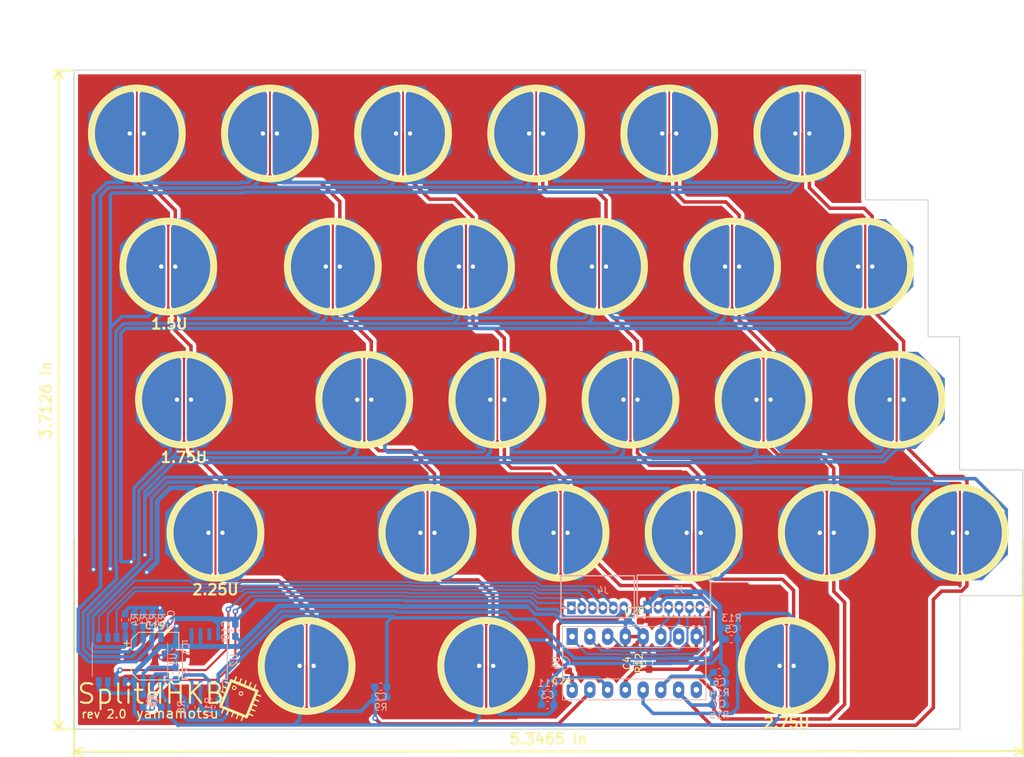
<source format=kicad_pcb>
(kicad_pcb (version 20171130) (host pcbnew "(5.0.2)-1")
  (layers (0 F.Cu signal) (31 B.Cu signal) (34 B.Paste user) (35 F.Paste user) (36 B.SilkS user) (37 F.SilkS user) (38 B.Mask user) (39 F.Mask user) (44 Edge.Cuts user))
  (net 0 "")
  (net 1 "Net-(C1-Pad1)")
  (net 2 GND)
  (net 3 +5V)
  (net 4 /ROW0)
  (net 5 /ROW1)
  (net 6 /ROW2)
  (net 7 /ROW3)
  (net 8 /ROW4)
  (net 9 "Net-(R7-Pad1)")
  (net 10 "Net-(R10-Pad2)")
  (net 11 /COL0)
  (net 12 /COL1)
  (net 13 /COL2)
  (net 14 /COL3)
  (net 15 /COL4)
  (net 16 /COL5)
  (net 17 /READ)
  (net 18 /COL_EN)
  (net 19 /COL_C)
  (net 20 /COL_B)
  (net 21 /COL_A)
  (net 22 /DRAIN)
  (net 23 /MUX_EN)
  (net 24 /MUX_C)
  (net 25 /MUX_B)
  (net 26 /MUX_A)
  (net 27 "Net-(U4-Pad9)")
  (net 28 "Net-(U4-Pad7)")
  (net 29 "Net-(U2-Pad7)")
  (module Capacitor_SMD:CP_Elec_6.3x5.4_Nichicon (layer F.Cu) (at 52.6 124.8)
    (fp_text reference C19 (at 0 -4.35) (layer F.SilkS))
    (fp_text value 47u)
    (pad 1 smd roundrect (at -2.7 0) (size 3.5 1.6) (layers F.Cu F.Paste F.Mask) (roundrect_rratio 0.15625) (net 3 +5V))
    (pad 2 smd roundrect (at 2.7 0) (size 3.5 1.6) (layers F.Cu F.Paste F.Mask) (roundrect_rratio 0.15625) (net 2 GND))
  )
  (module toprepad:ToprePad (layer B.Cu) (at 139.7 88.1)
    (fp_text reference TP22 hide)
    (fp_text value ToprePad hide)
    (pad 2 thru_hole circle (at -1.016 0) (size 1 1) (drill 0.6) (layers *.Cu *.Mask) (net 6 /ROW2))
    (pad 1 thru_hole circle (at 1 0) (size 1 1) (drill 0.6) (layers *.Cu *.Mask) (net 15 /COL4))
    (pad 2 thru_hole custom (at -1 0) (size 1 1) (drill 0.6) (layers F.Cu) (net 6 /ROW2) (options (clearance outline) (anchor circle)) (primitives (gr_line (start 0 5.5) (end 0 -5.5) (width 1.2)) (gr_line (start -3 3.5) (end -3 -3.5) (width 1.1)) (gr_line (start -4 2) (end -3.5 -2.5) (width 1.1)) (gr_arc (start 1 0) (end 0 -5.5) (angle -158.5) (width 1.2)) (gr_line (start -2 4) (end -2 -4.5) (width 1.1)) (gr_line (start -1 4.5) (end -1 -4.5) (width 1.1))))
    (pad 1 thru_hole custom (at 1 0) (size 1 1) (drill 0.6) (layers F.Cu) (net 15 /COL4) (options (clearance outline) (anchor circle)) (primitives (gr_line (start 1 4.5) (end 1 -4.5) (width 1.1)) (gr_line (start 0 5.5) (end 0 -5.5) (width 1.2)) (gr_line (start 2 4) (end 2 -4.5) (width 1.1)) (gr_arc (start -1 0) (end 0 5.5) (angle -158.5) (width 1.2)) (gr_line (start 4 2) (end 3.5 -2.5) (width 1.1)) (gr_line (start 3 3.5) (end 3 -3.5) (width 1.1))))
    (pad 3 smd rect (at 0 0) (size 0.25 14) (layers F.Cu) (net 2 GND))
  )
  (module toprepad:ToprePad (layer B.Cu) (at 74.3 126.2)
    (fp_text reference TP11 hide)
    (fp_text value ToprePad hide)
    (pad 3 smd rect (at 0 0) (size 0.25 14) (layers F.Cu) (net 2 GND))
    (pad 1 thru_hole custom (at 1 0) (size 1 1) (drill 0.6) (layers F.Cu) (net 11 /COL0) (options (clearance outline) (anchor circle)) (primitives (gr_line (start 1 4.5) (end 1 -4.5) (width 1.1)) (gr_line (start 0 5.5) (end 0 -5.5) (width 1.2)) (gr_line (start 2 4) (end 2 -4.5) (width 1.1)) (gr_arc (start -1 0) (end 0 5.5) (angle -158.5) (width 1.2)) (gr_line (start 4 2) (end 3.5 -2.5) (width 1.1)) (gr_line (start 3 3.5) (end 3 -3.5) (width 1.1))))
    (pad 2 thru_hole custom (at -1 0) (size 1 1) (drill 0.6) (layers F.Cu) (net 8 /ROW4) (options (clearance outline) (anchor circle)) (primitives (gr_line (start 0 5.5) (end 0 -5.5) (width 1.2)) (gr_line (start -3 3.5) (end -3 -3.5) (width 1.1)) (gr_line (start -4 2) (end -3.5 -2.5) (width 1.1)) (gr_arc (start 1 0) (end 0 -5.5) (angle -158.5) (width 1.2)) (gr_line (start -2 4) (end -2 -4.5) (width 1.1)) (gr_line (start -1 4.5) (end -1 -4.5) (width 1.1))))
    (pad 1 thru_hole circle (at 1 0) (size 1 1) (drill 0.6) (layers *.Cu *.Mask) (net 11 /COL0))
    (pad 2 thru_hole circle (at -1.016 0) (size 1 1) (drill 0.6) (layers *.Cu *.Mask) (net 8 /ROW4))
  )
  (module toprepad:ToprePad (layer B.Cu) (at 50 50)
    (fp_text reference TP1 hide)
    (fp_text value ToprePad hide)
    (pad 2 thru_hole circle (at -1.016 0) (size 1 1) (drill 0.6) (layers *.Cu *.Mask) (net 4 /ROW0))
    (pad 1 thru_hole circle (at 1 0) (size 1 1) (drill 0.6) (layers *.Cu *.Mask) (net 11 /COL0))
    (pad 2 thru_hole custom (at -1 0) (size 1 1) (drill 0.6) (layers F.Cu) (net 4 /ROW0) (options (clearance outline) (anchor circle)) (primitives (gr_line (start 0 5.5) (end 0 -5.5) (width 1.2)) (gr_line (start -3 3.5) (end -3 -3.5) (width 1.1)) (gr_line (start -4 2) (end -3.5 -2.5) (width 1.1)) (gr_arc (start 1 0) (end 0 -5.5) (angle -158.5) (width 1.2)) (gr_line (start -2 4) (end -2 -4.5) (width 1.1)) (gr_line (start -1 4.5) (end -1 -4.5) (width 1.1))))
    (pad 1 thru_hole custom (at 1 0) (size 1 1) (drill 0.6) (layers F.Cu) (net 11 /COL0) (options (clearance outline) (anchor circle)) (primitives (gr_line (start 1 4.5) (end 1 -4.5) (width 1.1)) (gr_line (start 0 5.5) (end 0 -5.5) (width 1.2)) (gr_line (start 2 4) (end 2 -4.5) (width 1.1)) (gr_arc (start -1 0) (end 0 5.5) (angle -158.5) (width 1.2)) (gr_line (start 4 2) (end 3.5 -2.5) (width 1.1)) (gr_line (start 3 3.5) (end 3 -3.5) (width 1.1))))
    (pad 3 smd rect (at 0 0) (size 0.25 14) (layers F.Cu) (net 2 GND))
  )
  (module toprepad:ToprePad (layer B.Cu) (at 54.5 69.05)
    (fp_text reference TP2 hide)
    (fp_text value ToprePad hide)
    (pad 2 thru_hole circle (at -1.016 0) (size 1 1) (drill 0.6) (layers *.Cu *.Mask) (net 5 /ROW1))
    (pad 1 thru_hole circle (at 1 0) (size 1 1) (drill 0.6) (layers *.Cu *.Mask) (net 11 /COL0))
    (pad 2 thru_hole custom (at -1 0) (size 1 1) (drill 0.6) (layers F.Cu) (net 5 /ROW1) (options (clearance outline) (anchor circle)) (primitives (gr_line (start 0 5.5) (end 0 -5.5) (width 1.2)) (gr_line (start -3 3.5) (end -3 -3.5) (width 1.1)) (gr_line (start -4 2) (end -3.5 -2.5) (width 1.1)) (gr_arc (start 1 0) (end 0 -5.5) (angle -158.5) (width 1.2)) (gr_line (start -2 4) (end -2 -4.5) (width 1.1)) (gr_line (start -1 4.5) (end -1 -4.5) (width 1.1))))
    (pad 1 thru_hole custom (at 1 0) (size 1 1) (drill 0.6) (layers F.Cu) (net 11 /COL0) (options (clearance outline) (anchor circle)) (primitives (gr_line (start 1 4.5) (end 1 -4.5) (width 1.1)) (gr_line (start 0 5.5) (end 0 -5.5) (width 1.2)) (gr_line (start 2 4) (end 2 -4.5) (width 1.1)) (gr_arc (start -1 0) (end 0 5.5) (angle -158.5) (width 1.2)) (gr_line (start 4 2) (end 3.5 -2.5) (width 1.1)) (gr_line (start 3 3.5) (end 3 -3.5) (width 1.1))))
    (pad 3 smd rect (at 0 0) (size 0.25 14) (layers F.Cu) (net 2 GND))
  )
  (module toprepad:ToprePad (layer B.Cu) (at 56.75 88.1)
    (fp_text reference TP3 hide)
    (fp_text value ToprePad hide)
    (pad 2 thru_hole circle (at -1.016 0) (size 1 1) (drill 0.6) (layers *.Cu *.Mask) (net 6 /ROW2))
    (pad 1 thru_hole circle (at 1 0) (size 1 1) (drill 0.6) (layers *.Cu *.Mask) (net 11 /COL0))
    (pad 2 thru_hole custom (at -1 0) (size 1 1) (drill 0.6) (layers F.Cu) (net 6 /ROW2) (options (clearance outline) (anchor circle)) (primitives (gr_line (start 0 5.5) (end 0 -5.5) (width 1.2)) (gr_line (start -3 3.5) (end -3 -3.5) (width 1.1)) (gr_line (start -4 2) (end -3.5 -2.5) (width 1.1)) (gr_arc (start 1 0) (end 0 -5.5) (angle -158.5) (width 1.2)) (gr_line (start -2 4) (end -2 -4.5) (width 1.1)) (gr_line (start -1 4.5) (end -1 -4.5) (width 1.1))))
    (pad 1 thru_hole custom (at 1 0) (size 1 1) (drill 0.6) (layers F.Cu) (net 11 /COL0) (options (clearance outline) (anchor circle)) (primitives (gr_line (start 1 4.5) (end 1 -4.5) (width 1.1)) (gr_line (start 0 5.5) (end 0 -5.5) (width 1.2)) (gr_line (start 2 4) (end 2 -4.5) (width 1.1)) (gr_arc (start -1 0) (end 0 5.5) (angle -158.5) (width 1.2)) (gr_line (start 4 2) (end 3.5 -2.5) (width 1.1)) (gr_line (start 3 3.5) (end 3 -3.5) (width 1.1))))
    (pad 3 smd rect (at 0 0) (size 0.25 14) (layers F.Cu) (net 2 GND))
  )
  (module toprepad:ToprePad (layer B.Cu) (at 69.05 50)
    (fp_text reference TP4 hide)
    (fp_text value ToprePad hide)
    (pad 3 smd rect (at 0 0) (size 0.25 14) (layers F.Cu) (net 2 GND))
    (pad 1 thru_hole custom (at 1 0) (size 1 1) (drill 0.6) (layers F.Cu) (net 12 /COL1) (options (clearance outline) (anchor circle)) (primitives (gr_line (start 1 4.5) (end 1 -4.5) (width 1.1)) (gr_line (start 0 5.5) (end 0 -5.5) (width 1.2)) (gr_line (start 2 4) (end 2 -4.5) (width 1.1)) (gr_arc (start -1 0) (end 0 5.5) (angle -158.5) (width 1.2)) (gr_line (start 4 2) (end 3.5 -2.5) (width 1.1)) (gr_line (start 3 3.5) (end 3 -3.5) (width 1.1))))
    (pad 2 thru_hole custom (at -1 0) (size 1 1) (drill 0.6) (layers F.Cu) (net 4 /ROW0) (options (clearance outline) (anchor circle)) (primitives (gr_line (start 0 5.5) (end 0 -5.5) (width 1.2)) (gr_line (start -3 3.5) (end -3 -3.5) (width 1.1)) (gr_line (start -4 2) (end -3.5 -2.5) (width 1.1)) (gr_arc (start 1 0) (end 0 -5.5) (angle -158.5) (width 1.2)) (gr_line (start -2 4) (end -2 -4.5) (width 1.1)) (gr_line (start -1 4.5) (end -1 -4.5) (width 1.1))))
    (pad 1 thru_hole circle (at 1 0) (size 1 1) (drill 0.6) (layers *.Cu *.Mask) (net 12 /COL1))
    (pad 2 thru_hole circle (at -1.016 0) (size 1 1) (drill 0.6) (layers *.Cu *.Mask) (net 4 /ROW0))
  )
  (module toprepad:ToprePad (layer B.Cu) (at 78.05 69.05)
    (fp_text reference TP5 hide)
    (fp_text value ToprePad hide)
    (pad 2 thru_hole circle (at -1.016 0) (size 1 1) (drill 0.6) (layers *.Cu *.Mask) (net 5 /ROW1))
    (pad 1 thru_hole circle (at 1 0) (size 1 1) (drill 0.6) (layers *.Cu *.Mask) (net 12 /COL1))
    (pad 2 thru_hole custom (at -1 0) (size 1 1) (drill 0.6) (layers F.Cu) (net 5 /ROW1) (options (clearance outline) (anchor circle)) (primitives (gr_line (start 0 5.5) (end 0 -5.5) (width 1.2)) (gr_line (start -3 3.5) (end -3 -3.5) (width 1.1)) (gr_line (start -4 2) (end -3.5 -2.5) (width 1.1)) (gr_arc (start 1 0) (end 0 -5.5) (angle -158.5) (width 1.2)) (gr_line (start -2 4) (end -2 -4.5) (width 1.1)) (gr_line (start -1 4.5) (end -1 -4.5) (width 1.1))))
    (pad 1 thru_hole custom (at 1 0) (size 1 1) (drill 0.6) (layers F.Cu) (net 12 /COL1) (options (clearance outline) (anchor circle)) (primitives (gr_line (start 1 4.5) (end 1 -4.5) (width 1.1)) (gr_line (start 0 5.5) (end 0 -5.5) (width 1.2)) (gr_line (start 2 4) (end 2 -4.5) (width 1.1)) (gr_arc (start -1 0) (end 0 5.5) (angle -158.5) (width 1.2)) (gr_line (start 4 2) (end 3.5 -2.5) (width 1.1)) (gr_line (start 3 3.5) (end 3 -3.5) (width 1.1))))
    (pad 3 smd rect (at 0 0) (size 0.25 14) (layers F.Cu) (net 2 GND))
  )
  (module toprepad:ToprePad (layer B.Cu) (at 82.55 88.1)
    (fp_text reference TP6 hide)
    (fp_text value ToprePad hide)
    (pad 3 smd rect (at 0 0) (size 0.25 14) (layers F.Cu) (net 2 GND))
    (pad 1 thru_hole custom (at 1 0) (size 1 1) (drill 0.6) (layers F.Cu) (net 12 /COL1) (options (clearance outline) (anchor circle)) (primitives (gr_line (start 1 4.5) (end 1 -4.5) (width 1.1)) (gr_line (start 0 5.5) (end 0 -5.5) (width 1.2)) (gr_line (start 2 4) (end 2 -4.5) (width 1.1)) (gr_arc (start -1 0) (end 0 5.5) (angle -158.5) (width 1.2)) (gr_line (start 4 2) (end 3.5 -2.5) (width 1.1)) (gr_line (start 3 3.5) (end 3 -3.5) (width 1.1))))
    (pad 2 thru_hole custom (at -1 0) (size 1 1) (drill 0.6) (layers F.Cu) (net 6 /ROW2) (options (clearance outline) (anchor circle)) (primitives (gr_line (start 0 5.5) (end 0 -5.5) (width 1.2)) (gr_line (start -3 3.5) (end -3 -3.5) (width 1.1)) (gr_line (start -4 2) (end -3.5 -2.5) (width 1.1)) (gr_arc (start 1 0) (end 0 -5.5) (angle -158.5) (width 1.2)) (gr_line (start -2 4) (end -2 -4.5) (width 1.1)) (gr_line (start -1 4.5) (end -1 -4.5) (width 1.1))))
    (pad 1 thru_hole circle (at 1 0) (size 1 1) (drill 0.6) (layers *.Cu *.Mask) (net 12 /COL1))
    (pad 2 thru_hole circle (at -1.016 0) (size 1 1) (drill 0.6) (layers *.Cu *.Mask) (net 6 /ROW2))
  )
  (module toprepad:ToprePad (layer B.Cu) (at 88.1 50)
    (fp_text reference TP7 hide)
    (fp_text value ToprePad hide)
    (pad 3 smd rect (at 0 0) (size 0.25 14) (layers F.Cu) (net 2 GND))
    (pad 1 thru_hole custom (at 1 0) (size 1 1) (drill 0.6) (layers F.Cu) (net 13 /COL2) (options (clearance outline) (anchor circle)) (primitives (gr_line (start 1 4.5) (end 1 -4.5) (width 1.1)) (gr_line (start 0 5.5) (end 0 -5.5) (width 1.2)) (gr_line (start 2 4) (end 2 -4.5) (width 1.1)) (gr_arc (start -1 0) (end 0 5.5) (angle -158.5) (width 1.2)) (gr_line (start 4 2) (end 3.5 -2.5) (width 1.1)) (gr_line (start 3 3.5) (end 3 -3.5) (width 1.1))))
    (pad 2 thru_hole custom (at -1 0) (size 1 1) (drill 0.6) (layers F.Cu) (net 4 /ROW0) (options (clearance outline) (anchor circle)) (primitives (gr_line (start 0 5.5) (end 0 -5.5) (width 1.2)) (gr_line (start -3 3.5) (end -3 -3.5) (width 1.1)) (gr_line (start -4 2) (end -3.5 -2.5) (width 1.1)) (gr_arc (start 1 0) (end 0 -5.5) (angle -158.5) (width 1.2)) (gr_line (start -2 4) (end -2 -4.5) (width 1.1)) (gr_line (start -1 4.5) (end -1 -4.5) (width 1.1))))
    (pad 1 thru_hole circle (at 1 0) (size 1 1) (drill 0.6) (layers *.Cu *.Mask) (net 13 /COL2))
    (pad 2 thru_hole circle (at -1.016 0) (size 1 1) (drill 0.6) (layers *.Cu *.Mask) (net 4 /ROW0))
  )
  (module toprepad:ToprePad (layer B.Cu) (at 97.1 69.05)
    (fp_text reference TP8 hide)
    (fp_text value ToprePad hide)
    (pad 2 thru_hole circle (at -1.016 0) (size 1 1) (drill 0.6) (layers *.Cu *.Mask) (net 5 /ROW1))
    (pad 1 thru_hole circle (at 1 0) (size 1 1) (drill 0.6) (layers *.Cu *.Mask) (net 13 /COL2))
    (pad 2 thru_hole custom (at -1 0) (size 1 1) (drill 0.6) (layers F.Cu) (net 5 /ROW1) (options (clearance outline) (anchor circle)) (primitives (gr_line (start 0 5.5) (end 0 -5.5) (width 1.2)) (gr_line (start -3 3.5) (end -3 -3.5) (width 1.1)) (gr_line (start -4 2) (end -3.5 -2.5) (width 1.1)) (gr_arc (start 1 0) (end 0 -5.5) (angle -158.5) (width 1.2)) (gr_line (start -2 4) (end -2 -4.5) (width 1.1)) (gr_line (start -1 4.5) (end -1 -4.5) (width 1.1))))
    (pad 1 thru_hole custom (at 1 0) (size 1 1) (drill 0.6) (layers F.Cu) (net 13 /COL2) (options (clearance outline) (anchor circle)) (primitives (gr_line (start 1 4.5) (end 1 -4.5) (width 1.1)) (gr_line (start 0 5.5) (end 0 -5.5) (width 1.2)) (gr_line (start 2 4) (end 2 -4.5) (width 1.1)) (gr_arc (start -1 0) (end 0 5.5) (angle -158.5) (width 1.2)) (gr_line (start 4 2) (end 3.5 -2.5) (width 1.1)) (gr_line (start 3 3.5) (end 3 -3.5) (width 1.1))))
    (pad 3 smd rect (at 0 0) (size 0.25 14) (layers F.Cu) (net 2 GND))
  )
  (module toprepad:ToprePad (layer B.Cu) (at 101.6 88.1)
    (fp_text reference TP9 hide)
    (fp_text value ToprePad hide)
    (pad 3 smd rect (at 0 0) (size 0.25 14) (layers F.Cu) (net 2 GND))
    (pad 1 thru_hole custom (at 1 0) (size 1 1) (drill 0.6) (layers F.Cu) (net 13 /COL2) (options (clearance outline) (anchor circle)) (primitives (gr_line (start 1 4.5) (end 1 -4.5) (width 1.1)) (gr_line (start 0 5.5) (end 0 -5.5) (width 1.2)) (gr_line (start 2 4) (end 2 -4.5) (width 1.1)) (gr_arc (start -1 0) (end 0 5.5) (angle -158.5) (width 1.2)) (gr_line (start 4 2) (end 3.5 -2.5) (width 1.1)) (gr_line (start 3 3.5) (end 3 -3.5) (width 1.1))))
    (pad 2 thru_hole custom (at -1 0) (size 1 1) (drill 0.6) (layers F.Cu) (net 6 /ROW2) (options (clearance outline) (anchor circle)) (primitives (gr_line (start 0 5.5) (end 0 -5.5) (width 1.2)) (gr_line (start -3 3.5) (end -3 -3.5) (width 1.1)) (gr_line (start -4 2) (end -3.5 -2.5) (width 1.1)) (gr_arc (start 1 0) (end 0 -5.5) (angle -158.5) (width 1.2)) (gr_line (start -2 4) (end -2 -4.5) (width 1.1)) (gr_line (start -1 4.5) (end -1 -4.5) (width 1.1))))
    (pad 1 thru_hole circle (at 1 0) (size 1 1) (drill 0.6) (layers *.Cu *.Mask) (net 13 /COL2))
    (pad 2 thru_hole circle (at -1.016 0) (size 1 1) (drill 0.6) (layers *.Cu *.Mask) (net 6 /ROW2))
  )
  (module toprepad:ToprePad (layer B.Cu) (at 61.25 107.15)
    (fp_text reference TP10 hide)
    (fp_text value ToprePad hide)
    (pad 3 smd rect (at 0 0) (size 0.25 14) (layers F.Cu) (net 2 GND))
    (pad 1 thru_hole custom (at 1 0) (size 1 1) (drill 0.6) (layers F.Cu) (net 11 /COL0) (options (clearance outline) (anchor circle)) (primitives (gr_line (start 1 4.5) (end 1 -4.5) (width 1.1)) (gr_line (start 0 5.5) (end 0 -5.5) (width 1.2)) (gr_line (start 2 4) (end 2 -4.5) (width 1.1)) (gr_arc (start -1 0) (end 0 5.5) (angle -158.5) (width 1.2)) (gr_line (start 4 2) (end 3.5 -2.5) (width 1.1)) (gr_line (start 3 3.5) (end 3 -3.5) (width 1.1))))
    (pad 2 thru_hole custom (at -1 0) (size 1 1) (drill 0.6) (layers F.Cu) (net 7 /ROW3) (options (clearance outline) (anchor circle)) (primitives (gr_line (start 0 5.5) (end 0 -5.5) (width 1.2)) (gr_line (start -3 3.5) (end -3 -3.5) (width 1.1)) (gr_line (start -4 2) (end -3.5 -2.5) (width 1.1)) (gr_arc (start 1 0) (end 0 -5.5) (angle -158.5) (width 1.2)) (gr_line (start -2 4) (end -2 -4.5) (width 1.1)) (gr_line (start -1 4.5) (end -1 -4.5) (width 1.1))))
    (pad 1 thru_hole circle (at 1 0) (size 1 1) (drill 0.6) (layers *.Cu *.Mask) (net 11 /COL0))
    (pad 2 thru_hole circle (at -1.016 0) (size 1 1) (drill 0.6) (layers *.Cu *.Mask) (net 7 /ROW3))
  )
  (module toprepad:ToprePad (layer B.Cu) (at 91.6 107.15)
    (fp_text reference TP12 hide)
    (fp_text value ToprePad hide)
    (pad 2 thru_hole circle (at -1.016 0) (size 1 1) (drill 0.6) (layers *.Cu *.Mask) (net 7 /ROW3))
    (pad 1 thru_hole circle (at 1 0) (size 1 1) (drill 0.6) (layers *.Cu *.Mask) (net 12 /COL1))
    (pad 2 thru_hole custom (at -1 0) (size 1 1) (drill 0.6) (layers F.Cu) (net 7 /ROW3) (options (clearance outline) (anchor circle)) (primitives (gr_line (start 0 5.5) (end 0 -5.5) (width 1.2)) (gr_line (start -3 3.5) (end -3 -3.5) (width 1.1)) (gr_line (start -4 2) (end -3.5 -2.5) (width 1.1)) (gr_arc (start 1 0) (end 0 -5.5) (angle -158.5) (width 1.2)) (gr_line (start -2 4) (end -2 -4.5) (width 1.1)) (gr_line (start -1 4.5) (end -1 -4.5) (width 1.1))))
    (pad 1 thru_hole custom (at 1 0) (size 1 1) (drill 0.6) (layers F.Cu) (net 12 /COL1) (options (clearance outline) (anchor circle)) (primitives (gr_line (start 1 4.5) (end 1 -4.5) (width 1.1)) (gr_line (start 0 5.5) (end 0 -5.5) (width 1.2)) (gr_line (start 2 4) (end 2 -4.5) (width 1.1)) (gr_arc (start -1 0) (end 0 5.5) (angle -158.5) (width 1.2)) (gr_line (start 4 2) (end 3.5 -2.5) (width 1.1)) (gr_line (start 3 3.5) (end 3 -3.5) (width 1.1))))
    (pad 3 smd rect (at 0 0) (size 0.25 14) (layers F.Cu) (net 2 GND))
  )
  (module toprepad:ToprePad (layer B.Cu) (at 100 126.2)
    (fp_text reference TP13 hide)
    (fp_text value ToprePad hide)
    (pad 2 thru_hole circle (at -1.016 0) (size 1 1) (drill 0.6) (layers *.Cu *.Mask) (net 8 /ROW4))
    (pad 1 thru_hole circle (at 1 0) (size 1 1) (drill 0.6) (layers *.Cu *.Mask) (net 12 /COL1))
    (pad 2 thru_hole custom (at -1 0) (size 1 1) (drill 0.6) (layers F.Cu) (net 8 /ROW4) (options (clearance outline) (anchor circle)) (primitives (gr_line (start 0 5.5) (end 0 -5.5) (width 1.2)) (gr_line (start -3 3.5) (end -3 -3.5) (width 1.1)) (gr_line (start -4 2) (end -3.5 -2.5) (width 1.1)) (gr_arc (start 1 0) (end 0 -5.5) (angle -158.5) (width 1.2)) (gr_line (start -2 4) (end -2 -4.5) (width 1.1)) (gr_line (start -1 4.5) (end -1 -4.5) (width 1.1))))
    (pad 1 thru_hole custom (at 1 0) (size 1 1) (drill 0.6) (layers F.Cu) (net 12 /COL1) (options (clearance outline) (anchor circle)) (primitives (gr_line (start 1 4.5) (end 1 -4.5) (width 1.1)) (gr_line (start 0 5.5) (end 0 -5.5) (width 1.2)) (gr_line (start 2 4) (end 2 -4.5) (width 1.1)) (gr_arc (start -1 0) (end 0 5.5) (angle -158.5) (width 1.2)) (gr_line (start 4 2) (end 3.5 -2.5) (width 1.1)) (gr_line (start 3 3.5) (end 3 -3.5) (width 1.1))))
    (pad 3 smd rect (at 0 0) (size 0.25 14) (layers F.Cu) (net 2 GND))
  )
  (module toprepad:ToprePad (layer B.Cu) (at 110.65 107.15)
    (fp_text reference TP14 hide)
    (fp_text value ToprePad hide)
    (pad 3 smd rect (at 0 0) (size 0.25 14) (layers F.Cu) (net 2 GND))
    (pad 1 thru_hole custom (at 1 0) (size 1 1) (drill 0.6) (layers F.Cu) (net 13 /COL2) (options (clearance outline) (anchor circle)) (primitives (gr_line (start 1 4.5) (end 1 -4.5) (width 1.1)) (gr_line (start 0 5.5) (end 0 -5.5) (width 1.2)) (gr_line (start 2 4) (end 2 -4.5) (width 1.1)) (gr_arc (start -1 0) (end 0 5.5) (angle -158.5) (width 1.2)) (gr_line (start 4 2) (end 3.5 -2.5) (width 1.1)) (gr_line (start 3 3.5) (end 3 -3.5) (width 1.1))))
    (pad 2 thru_hole custom (at -1 0) (size 1 1) (drill 0.6) (layers F.Cu) (net 7 /ROW3) (options (clearance outline) (anchor circle)) (primitives (gr_line (start 0 5.5) (end 0 -5.5) (width 1.2)) (gr_line (start -3 3.5) (end -3 -3.5) (width 1.1)) (gr_line (start -4 2) (end -3.5 -2.5) (width 1.1)) (gr_arc (start 1 0) (end 0 -5.5) (angle -158.5) (width 1.2)) (gr_line (start -2 4) (end -2 -4.5) (width 1.1)) (gr_line (start -1 4.5) (end -1 -4.5) (width 1.1))))
    (pad 1 thru_hole circle (at 1 0) (size 1 1) (drill 0.6) (layers *.Cu *.Mask) (net 13 /COL2))
    (pad 2 thru_hole circle (at -1.016 0) (size 1 1) (drill 0.6) (layers *.Cu *.Mask) (net 7 /ROW3))
  )
  (module toprepad:ToprePad (layer B.Cu) (at 107.15 50)
    (fp_text reference TP15 hide)
    (fp_text value ToprePad hide)
    (pad 3 smd rect (at 0 0) (size 0.25 14) (layers F.Cu) (net 2 GND))
    (pad 1 thru_hole custom (at 1 0) (size 1 1) (drill 0.6) (layers F.Cu) (net 14 /COL3) (options (clearance outline) (anchor circle)) (primitives (gr_line (start 1 4.5) (end 1 -4.5) (width 1.1)) (gr_line (start 0 5.5) (end 0 -5.5) (width 1.2)) (gr_line (start 2 4) (end 2 -4.5) (width 1.1)) (gr_arc (start -1 0) (end 0 5.5) (angle -158.5) (width 1.2)) (gr_line (start 4 2) (end 3.5 -2.5) (width 1.1)) (gr_line (start 3 3.5) (end 3 -3.5) (width 1.1))))
    (pad 2 thru_hole custom (at -1 0) (size 1 1) (drill 0.6) (layers F.Cu) (net 4 /ROW0) (options (clearance outline) (anchor circle)) (primitives (gr_line (start 0 5.5) (end 0 -5.5) (width 1.2)) (gr_line (start -3 3.5) (end -3 -3.5) (width 1.1)) (gr_line (start -4 2) (end -3.5 -2.5) (width 1.1)) (gr_arc (start 1 0) (end 0 -5.5) (angle -158.5) (width 1.2)) (gr_line (start -2 4) (end -2 -4.5) (width 1.1)) (gr_line (start -1 4.5) (end -1 -4.5) (width 1.1))))
    (pad 1 thru_hole circle (at 1 0) (size 1 1) (drill 0.6) (layers *.Cu *.Mask) (net 14 /COL3))
    (pad 2 thru_hole circle (at -1.016 0) (size 1 1) (drill 0.6) (layers *.Cu *.Mask) (net 4 /ROW0))
  )
  (module toprepad:ToprePad (layer B.Cu) (at 116.15 69.05)
    (fp_text reference TP16 hide)
    (fp_text value ToprePad hide)
    (pad 3 smd rect (at 0 0) (size 0.25 14) (layers F.Cu) (net 2 GND))
    (pad 1 thru_hole custom (at 1 0) (size 1 1) (drill 0.6) (layers F.Cu) (net 14 /COL3) (options (clearance outline) (anchor circle)) (primitives (gr_line (start 1 4.5) (end 1 -4.5) (width 1.1)) (gr_line (start 0 5.5) (end 0 -5.5) (width 1.2)) (gr_line (start 2 4) (end 2 -4.5) (width 1.1)) (gr_arc (start -1 0) (end 0 5.5) (angle -158.5) (width 1.2)) (gr_line (start 4 2) (end 3.5 -2.5) (width 1.1)) (gr_line (start 3 3.5) (end 3 -3.5) (width 1.1))))
    (pad 2 thru_hole custom (at -1 0) (size 1 1) (drill 0.6) (layers F.Cu) (net 5 /ROW1) (options (clearance outline) (anchor circle)) (primitives (gr_line (start 0 5.5) (end 0 -5.5) (width 1.2)) (gr_line (start -3 3.5) (end -3 -3.5) (width 1.1)) (gr_line (start -4 2) (end -3.5 -2.5) (width 1.1)) (gr_arc (start 1 0) (end 0 -5.5) (angle -158.5) (width 1.2)) (gr_line (start -2 4) (end -2 -4.5) (width 1.1)) (gr_line (start -1 4.5) (end -1 -4.5) (width 1.1))))
    (pad 1 thru_hole circle (at 1 0) (size 1 1) (drill 0.6) (layers *.Cu *.Mask) (net 14 /COL3))
    (pad 2 thru_hole circle (at -1.016 0) (size 1 1) (drill 0.6) (layers *.Cu *.Mask) (net 5 /ROW1))
  )
  (module toprepad:ToprePad (layer B.Cu) (at 120.65 88.1)
    (fp_text reference TP17 hide)
    (fp_text value ToprePad hide)
    (pad 2 thru_hole circle (at -1.016 0) (size 1 1) (drill 0.6) (layers *.Cu *.Mask) (net 6 /ROW2))
    (pad 1 thru_hole circle (at 1 0) (size 1 1) (drill 0.6) (layers *.Cu *.Mask) (net 14 /COL3))
    (pad 2 thru_hole custom (at -1 0) (size 1 1) (drill 0.6) (layers F.Cu) (net 6 /ROW2) (options (clearance outline) (anchor circle)) (primitives (gr_line (start 0 5.5) (end 0 -5.5) (width 1.2)) (gr_line (start -3 3.5) (end -3 -3.5) (width 1.1)) (gr_line (start -4 2) (end -3.5 -2.5) (width 1.1)) (gr_arc (start 1 0) (end 0 -5.5) (angle -158.5) (width 1.2)) (gr_line (start -2 4) (end -2 -4.5) (width 1.1)) (gr_line (start -1 4.5) (end -1 -4.5) (width 1.1))))
    (pad 1 thru_hole custom (at 1 0) (size 1 1) (drill 0.6) (layers F.Cu) (net 14 /COL3) (options (clearance outline) (anchor circle)) (primitives (gr_line (start 1 4.5) (end 1 -4.5) (width 1.1)) (gr_line (start 0 5.5) (end 0 -5.5) (width 1.2)) (gr_line (start 2 4) (end 2 -4.5) (width 1.1)) (gr_arc (start -1 0) (end 0 5.5) (angle -158.5) (width 1.2)) (gr_line (start 4 2) (end 3.5 -2.5) (width 1.1)) (gr_line (start 3 3.5) (end 3 -3.5) (width 1.1))))
    (pad 3 smd rect (at 0 0) (size 0.25 14) (layers F.Cu) (net 2 GND))
  )
  (module toprepad:ToprePad (layer B.Cu) (at 129.7 107.15)
    (fp_text reference TP18 hide)
    (fp_text value ToprePad hide)
    (pad 2 thru_hole circle (at -1.016 0) (size 1 1) (drill 0.6) (layers *.Cu *.Mask) (net 7 /ROW3))
    (pad 1 thru_hole circle (at 1 0) (size 1 1) (drill 0.6) (layers *.Cu *.Mask) (net 14 /COL3))
    (pad 2 thru_hole custom (at -1 0) (size 1 1) (drill 0.6) (layers F.Cu) (net 7 /ROW3) (options (clearance outline) (anchor circle)) (primitives (gr_line (start 0 5.5) (end 0 -5.5) (width 1.2)) (gr_line (start -3 3.5) (end -3 -3.5) (width 1.1)) (gr_line (start -4 2) (end -3.5 -2.5) (width 1.1)) (gr_arc (start 1 0) (end 0 -5.5) (angle -158.5) (width 1.2)) (gr_line (start -2 4) (end -2 -4.5) (width 1.1)) (gr_line (start -1 4.5) (end -1 -4.5) (width 1.1))))
    (pad 1 thru_hole custom (at 1 0) (size 1 1) (drill 0.6) (layers F.Cu) (net 14 /COL3) (options (clearance outline) (anchor circle)) (primitives (gr_line (start 1 4.5) (end 1 -4.5) (width 1.1)) (gr_line (start 0 5.5) (end 0 -5.5) (width 1.2)) (gr_line (start 2 4) (end 2 -4.5) (width 1.1)) (gr_arc (start -1 0) (end 0 5.5) (angle -158.5) (width 1.2)) (gr_line (start 4 2) (end 3.5 -2.5) (width 1.1)) (gr_line (start 3 3.5) (end 3 -3.5) (width 1.1))))
    (pad 3 smd rect (at 0 0) (size 0.25 14) (layers F.Cu) (net 2 GND))
  )
  (module toprepad:ToprePad (layer B.Cu) (at 143 126.2)
    (fp_text reference TP19 hide)
    (fp_text value ToprePad hide)
    (pad 3 smd rect (at 0 0) (size 0.25 14) (layers F.Cu) (net 2 GND))
    (pad 1 thru_hole custom (at 1 0) (size 1 1) (drill 0.6) (layers F.Cu) (net 14 /COL3) (options (clearance outline) (anchor circle)) (primitives (gr_line (start 1 4.5) (end 1 -4.5) (width 1.1)) (gr_line (start 0 5.5) (end 0 -5.5) (width 1.2)) (gr_line (start 2 4) (end 2 -4.5) (width 1.1)) (gr_arc (start -1 0) (end 0 5.5) (angle -158.5) (width 1.2)) (gr_line (start 4 2) (end 3.5 -2.5) (width 1.1)) (gr_line (start 3 3.5) (end 3 -3.5) (width 1.1))))
    (pad 2 thru_hole custom (at -1 0) (size 1 1) (drill 0.6) (layers F.Cu) (net 8 /ROW4) (options (clearance outline) (anchor circle)) (primitives (gr_line (start 0 5.5) (end 0 -5.5) (width 1.2)) (gr_line (start -3 3.5) (end -3 -3.5) (width 1.1)) (gr_line (start -4 2) (end -3.5 -2.5) (width 1.1)) (gr_arc (start 1 0) (end 0 -5.5) (angle -158.5) (width 1.2)) (gr_line (start -2 4) (end -2 -4.5) (width 1.1)) (gr_line (start -1 4.5) (end -1 -4.5) (width 1.1))))
    (pad 1 thru_hole circle (at 1 0) (size 1 1) (drill 0.6) (layers *.Cu *.Mask) (net 14 /COL3))
    (pad 2 thru_hole circle (at -1.016 0) (size 1 1) (drill 0.6) (layers *.Cu *.Mask) (net 8 /ROW4))
  )
  (module toprepad:ToprePad (layer B.Cu) (at 126.2 50)
    (fp_text reference TP20 hide)
    (fp_text value ToprePad hide)
    (pad 2 thru_hole circle (at -1.016 0) (size 1 1) (drill 0.6) (layers *.Cu *.Mask) (net 4 /ROW0))
    (pad 1 thru_hole circle (at 1 0) (size 1 1) (drill 0.6) (layers *.Cu *.Mask) (net 15 /COL4))
    (pad 2 thru_hole custom (at -1 0) (size 1 1) (drill 0.6) (layers F.Cu) (net 4 /ROW0) (options (clearance outline) (anchor circle)) (primitives (gr_line (start 0 5.5) (end 0 -5.5) (width 1.2)) (gr_line (start -3 3.5) (end -3 -3.5) (width 1.1)) (gr_line (start -4 2) (end -3.5 -2.5) (width 1.1)) (gr_arc (start 1 0) (end 0 -5.5) (angle -158.5) (width 1.2)) (gr_line (start -2 4) (end -2 -4.5) (width 1.1)) (gr_line (start -1 4.5) (end -1 -4.5) (width 1.1))))
    (pad 1 thru_hole custom (at 1 0) (size 1 1) (drill 0.6) (layers F.Cu) (net 15 /COL4) (options (clearance outline) (anchor circle)) (primitives (gr_line (start 1 4.5) (end 1 -4.5) (width 1.1)) (gr_line (start 0 5.5) (end 0 -5.5) (width 1.2)) (gr_line (start 2 4) (end 2 -4.5) (width 1.1)) (gr_arc (start -1 0) (end 0 5.5) (angle -158.5) (width 1.2)) (gr_line (start 4 2) (end 3.5 -2.5) (width 1.1)) (gr_line (start 3 3.5) (end 3 -3.5) (width 1.1))))
    (pad 3 smd rect (at 0 0) (size 0.25 14) (layers F.Cu) (net 2 GND))
  )
  (module toprepad:ToprePad (layer B.Cu) (at 135.2 69.05)
    (fp_text reference TP21 hide)
    (fp_text value ToprePad hide)
    (pad 3 smd rect (at 0 0) (size 0.25 14) (layers F.Cu) (net 2 GND))
    (pad 1 thru_hole custom (at 1 0) (size 1 1) (drill 0.6) (layers F.Cu) (net 15 /COL4) (options (clearance outline) (anchor circle)) (primitives (gr_line (start 1 4.5) (end 1 -4.5) (width 1.1)) (gr_line (start 0 5.5) (end 0 -5.5) (width 1.2)) (gr_line (start 2 4) (end 2 -4.5) (width 1.1)) (gr_arc (start -1 0) (end 0 5.5) (angle -158.5) (width 1.2)) (gr_line (start 4 2) (end 3.5 -2.5) (width 1.1)) (gr_line (start 3 3.5) (end 3 -3.5) (width 1.1))))
    (pad 2 thru_hole custom (at -1 0) (size 1 1) (drill 0.6) (layers F.Cu) (net 5 /ROW1) (options (clearance outline) (anchor circle)) (primitives (gr_line (start 0 5.5) (end 0 -5.5) (width 1.2)) (gr_line (start -3 3.5) (end -3 -3.5) (width 1.1)) (gr_line (start -4 2) (end -3.5 -2.5) (width 1.1)) (gr_arc (start 1 0) (end 0 -5.5) (angle -158.5) (width 1.2)) (gr_line (start -2 4) (end -2 -4.5) (width 1.1)) (gr_line (start -1 4.5) (end -1 -4.5) (width 1.1))))
    (pad 1 thru_hole circle (at 1 0) (size 1 1) (drill 0.6) (layers *.Cu *.Mask) (net 15 /COL4))
    (pad 2 thru_hole circle (at -1.016 0) (size 1 1) (drill 0.6) (layers *.Cu *.Mask) (net 5 /ROW1))
  )
  (module toprepad:ToprePad (layer B.Cu) (at 148.75 107.15)
    (fp_text reference TP23 hide)
    (fp_text value ToprePad hide)
    (pad 3 smd rect (at 0 0) (size 0.25 14) (layers F.Cu) (net 2 GND))
    (pad 1 thru_hole custom (at 1 0) (size 1 1) (drill 0.6) (layers F.Cu) (net 15 /COL4) (options (clearance outline) (anchor circle)) (primitives (gr_line (start 1 4.5) (end 1 -4.5) (width 1.1)) (gr_line (start 0 5.5) (end 0 -5.5) (width 1.2)) (gr_line (start 2 4) (end 2 -4.5) (width 1.1)) (gr_arc (start -1 0) (end 0 5.5) (angle -158.5) (width 1.2)) (gr_line (start 4 2) (end 3.5 -2.5) (width 1.1)) (gr_line (start 3 3.5) (end 3 -3.5) (width 1.1))))
    (pad 2 thru_hole custom (at -1 0) (size 1 1) (drill 0.6) (layers F.Cu) (net 7 /ROW3) (options (clearance outline) (anchor circle)) (primitives (gr_line (start 0 5.5) (end 0 -5.5) (width 1.2)) (gr_line (start -3 3.5) (end -3 -3.5) (width 1.1)) (gr_line (start -4 2) (end -3.5 -2.5) (width 1.1)) (gr_arc (start 1 0) (end 0 -5.5) (angle -158.5) (width 1.2)) (gr_line (start -2 4) (end -2 -4.5) (width 1.1)) (gr_line (start -1 4.5) (end -1 -4.5) (width 1.1))))
    (pad 1 thru_hole circle (at 1 0) (size 1 1) (drill 0.6) (layers *.Cu *.Mask) (net 15 /COL4))
    (pad 2 thru_hole circle (at -1.016 0) (size 1 1) (drill 0.6) (layers *.Cu *.Mask) (net 7 /ROW3))
  )
  (module toprepad:ToprePad (layer B.Cu) (at 145.25 50)
    (fp_text reference TP24 hide)
    (fp_text value ToprePad hide)
    (pad 2 thru_hole circle (at -1.016 0) (size 1 1) (drill 0.6) (layers *.Cu *.Mask) (net 4 /ROW0))
    (pad 1 thru_hole circle (at 1 0) (size 1 1) (drill 0.6) (layers *.Cu *.Mask) (net 16 /COL5))
    (pad 2 thru_hole custom (at -1 0) (size 1 1) (drill 0.6) (layers F.Cu) (net 4 /ROW0) (options (clearance outline) (anchor circle)) (primitives (gr_line (start 0 5.5) (end 0 -5.5) (width 1.2)) (gr_line (start -3 3.5) (end -3 -3.5) (width 1.1)) (gr_line (start -4 2) (end -3.5 -2.5) (width 1.1)) (gr_arc (start 1 0) (end 0 -5.5) (angle -158.5) (width 1.2)) (gr_line (start -2 4) (end -2 -4.5) (width 1.1)) (gr_line (start -1 4.5) (end -1 -4.5) (width 1.1))))
    (pad 1 thru_hole custom (at 1 0) (size 1 1) (drill 0.6) (layers F.Cu) (net 16 /COL5) (options (clearance outline) (anchor circle)) (primitives (gr_line (start 1 4.5) (end 1 -4.5) (width 1.1)) (gr_line (start 0 5.5) (end 0 -5.5) (width 1.2)) (gr_line (start 2 4) (end 2 -4.5) (width 1.1)) (gr_arc (start -1 0) (end 0 5.5) (angle -158.5) (width 1.2)) (gr_line (start 4 2) (end 3.5 -2.5) (width 1.1)) (gr_line (start 3 3.5) (end 3 -3.5) (width 1.1))))
    (pad 3 smd rect (at 0 0) (size 0.25 14) (layers F.Cu) (net 2 GND))
  )
  (module toprepad:ToprePad (layer B.Cu) (at 154.25 69.05)
    (fp_text reference TP25 hide)
    (fp_text value ToprePad hide)
    (pad 3 smd rect (at 0 0) (size 0.25 14) (layers F.Cu) (net 2 GND))
    (pad 1 thru_hole custom (at 1 0) (size 1 1) (drill 0.6) (layers F.Cu) (net 16 /COL5) (options (clearance outline) (anchor circle)) (primitives (gr_line (start 1 4.5) (end 1 -4.5) (width 1.1)) (gr_line (start 0 5.5) (end 0 -5.5) (width 1.2)) (gr_line (start 2 4) (end 2 -4.5) (width 1.1)) (gr_arc (start -1 0) (end 0 5.5) (angle -158.5) (width 1.2)) (gr_line (start 4 2) (end 3.5 -2.5) (width 1.1)) (gr_line (start 3 3.5) (end 3 -3.5) (width 1.1))))
    (pad 2 thru_hole custom (at -1 0) (size 1 1) (drill 0.6) (layers F.Cu) (net 5 /ROW1) (options (clearance outline) (anchor circle)) (primitives (gr_line (start 0 5.5) (end 0 -5.5) (width 1.2)) (gr_line (start -3 3.5) (end -3 -3.5) (width 1.1)) (gr_line (start -4 2) (end -3.5 -2.5) (width 1.1)) (gr_arc (start 1 0) (end 0 -5.5) (angle -158.5) (width 1.2)) (gr_line (start -2 4) (end -2 -4.5) (width 1.1)) (gr_line (start -1 4.5) (end -1 -4.5) (width 1.1))))
    (pad 1 thru_hole circle (at 1 0) (size 1 1) (drill 0.6) (layers *.Cu *.Mask) (net 16 /COL5))
    (pad 2 thru_hole circle (at -1.016 0) (size 1 1) (drill 0.6) (layers *.Cu *.Mask) (net 5 /ROW1))
  )
  (module toprepad:ToprePad (layer B.Cu) (at 158.75 88.1)
    (fp_text reference TP26 hide)
    (fp_text value ToprePad hide)
    (pad 2 thru_hole circle (at -1.016 0) (size 1 1) (drill 0.6) (layers *.Cu *.Mask) (net 6 /ROW2))
    (pad 1 thru_hole circle (at 1 0) (size 1 1) (drill 0.6) (layers *.Cu *.Mask) (net 16 /COL5))
    (pad 2 thru_hole custom (at -1 0) (size 1 1) (drill 0.6) (layers F.Cu) (net 6 /ROW2) (options (clearance outline) (anchor circle)) (primitives (gr_line (start 0 5.5) (end 0 -5.5) (width 1.2)) (gr_line (start -3 3.5) (end -3 -3.5) (width 1.1)) (gr_line (start -4 2) (end -3.5 -2.5) (width 1.1)) (gr_arc (start 1 0) (end 0 -5.5) (angle -158.5) (width 1.2)) (gr_line (start -2 4) (end -2 -4.5) (width 1.1)) (gr_line (start -1 4.5) (end -1 -4.5) (width 1.1))))
    (pad 1 thru_hole custom (at 1 0) (size 1 1) (drill 0.6) (layers F.Cu) (net 16 /COL5) (options (clearance outline) (anchor circle)) (primitives (gr_line (start 1 4.5) (end 1 -4.5) (width 1.1)) (gr_line (start 0 5.5) (end 0 -5.5) (width 1.2)) (gr_line (start 2 4) (end 2 -4.5) (width 1.1)) (gr_arc (start -1 0) (end 0 5.5) (angle -158.5) (width 1.2)) (gr_line (start 4 2) (end 3.5 -2.5) (width 1.1)) (gr_line (start 3 3.5) (end 3 -3.5) (width 1.1))))
    (pad 3 smd rect (at 0 0) (size 0.25 14) (layers F.Cu) (net 2 GND))
  )
  (module toprepad:ToprePad (layer B.Cu) (at 167.8 107.15)
    (fp_text reference TP27 hide)
    (fp_text value ToprePad hide)
    (pad 3 smd rect (at 0 0) (size 0.25 14) (layers F.Cu) (net 2 GND))
    (pad 1 thru_hole custom (at 1 0) (size 1 1) (drill 0.6) (layers F.Cu) (net 16 /COL5) (options (clearance outline) (anchor circle)) (primitives (gr_line (start 1 4.5) (end 1 -4.5) (width 1.1)) (gr_line (start 0 5.5) (end 0 -5.5) (width 1.2)) (gr_line (start 2 4) (end 2 -4.5) (width 1.1)) (gr_arc (start -1 0) (end 0 5.5) (angle -158.5) (width 1.2)) (gr_line (start 4 2) (end 3.5 -2.5) (width 1.1)) (gr_line (start 3 3.5) (end 3 -3.5) (width 1.1))))
    (pad 2 thru_hole custom (at -1 0) (size 1 1) (drill 0.6) (layers F.Cu) (net 7 /ROW3) (options (clearance outline) (anchor circle)) (primitives (gr_line (start 0 5.5) (end 0 -5.5) (width 1.2)) (gr_line (start -3 3.5) (end -3 -3.5) (width 1.1)) (gr_line (start -4 2) (end -3.5 -2.5) (width 1.1)) (gr_arc (start 1 0) (end 0 -5.5) (angle -158.5) (width 1.2)) (gr_line (start -2 4) (end -2 -4.5) (width 1.1)) (gr_line (start -1 4.5) (end -1 -4.5) (width 1.1))))
    (pad 1 thru_hole circle (at 1 0) (size 1 1) (drill 0.6) (layers *.Cu *.Mask) (net 16 /COL5))
    (pad 2 thru_hole circle (at -1.016 0) (size 1 1) (drill 0.6) (layers *.Cu *.Mask) (net 7 /ROW3))
  )
  (module Package_SO:SOP-16_4.4x10.4mm_P1.27mm (layer B.Cu) (at 49.014677 125.30965 90)
    (fp_text reference U1 (at 0 6.2 90) (layer B.SilkS) (effects (justify mirror)))
    (fp_text value 74HC4051)
    (pad 1 smd rect (at -3.15 4.45 90) (size 1.3 0.8) (layers B.Cu B.Paste B.Mask) (net 8 /ROW4))
    (pad 2 smd rect (at -3.15 3.17 90) (size 1.3 0.8) (layers B.Cu B.Paste B.Mask) (net 2 GND))
    (pad 3 smd rect (at -3.15 1.91 90) (size 1.3 0.8) (layers B.Cu B.Paste B.Mask) (net 1 "Net-(C1-Pad1)"))
    (pad 4 smd rect (at -3.15 0.64 90) (size 1.3 0.8) (layers B.Cu B.Paste B.Mask) (net 2 GND))
    (pad 5 smd rect (at -3.15 -0.64 90) (size 1.3 0.8) (layers B.Cu B.Paste B.Mask) (net 2 GND))
    (pad 6 smd rect (at -3.15 -1.91 90) (size 1.3 0.8) (layers B.Cu B.Paste B.Mask) (net 23 /MUX_EN))
    (pad 7 smd rect (at -3.15 -3.17 90) (size 1.3 0.8) (layers B.Cu B.Paste B.Mask) (net 2 GND))
    (pad 8 smd rect (at -3.15 -4.45 90) (size 1.3 0.8) (layers B.Cu B.Paste B.Mask) (net 2 GND))
    (pad 9 smd rect (at 3.15 -4.45 90) (size 1.3 0.8) (layers B.Cu B.Paste B.Mask) (net 26 /MUX_A))
    (pad 10 smd rect (at 3.15 -3.17 90) (size 1.3 0.8) (layers B.Cu B.Paste B.Mask) (net 25 /MUX_B))
    (pad 11 smd rect (at 3.15 -1.91 90) (size 1.3 0.8) (layers B.Cu B.Paste B.Mask) (net 24 /MUX_C))
    (pad 12 smd rect (at 3.15 -0.64 90) (size 1.3 0.8) (layers B.Cu B.Paste B.Mask) (net 7 /ROW3))
    (pad 13 smd rect (at 3.15 0.64 90) (size 1.3 0.8) (layers B.Cu B.Paste B.Mask) (net 6 /ROW2))
    (pad 14 smd rect (at 3.15 1.91 90) (size 1.3 0.8) (layers B.Cu B.Paste B.Mask) (net 5 /ROW1))
    (pad 15 smd rect (at 3.15 3.17 90) (size 1.3 0.8) (layers B.Cu B.Paste B.Mask) (net 4 /ROW0))
    (pad 16 smd rect (at 3.15 4.45 90) (size 1.3 0.8) (layers B.Cu B.Paste B.Mask) (net 3 +5V))
  )
  (module Package_SO:SO-8_5.3x6.2mm_P1.27mm (layer B.Cu) (at 59.734514 125.392137 90)
    (fp_text reference U2 (at 0 4.13 90) (layer B.SilkS) (effects (justify mirror)))
    (fp_text value NJM2742)
    (pad 1 smd rect (at -3.7 1.905 90) (size 1.75 0.55) (layers B.Cu B.Paste B.Mask) (net 17 /READ))
    (pad 2 smd rect (at -3.7 0.635 90) (size 1.75 0.55) (layers B.Cu B.Paste B.Mask) (net 9 "Net-(R7-Pad1)"))
    (pad 3 smd rect (at -3.7 -0.635 90) (size 1.75 0.55) (layers B.Cu B.Paste B.Mask) (net 10 "Net-(R10-Pad2)"))
    (pad 4 smd rect (at -3.7 -1.905 90) (size 1.75 0.55) (layers B.Cu B.Paste B.Mask) (net 2 GND))
    (pad 5 smd rect (at 3.7 -1.905 90) (size 1.75 0.55) (layers B.Cu B.Paste B.Mask) (net 2 GND))
    (pad 6 smd rect (at 3.7 -0.635 90) (size 1.75 0.55) (layers B.Cu B.Paste B.Mask) (net 2 GND))
    (pad 7 smd rect (at 3.7 0.635 90) (size 1.75 0.55) (layers B.Cu B.Paste B.Mask) (net 29 "Net-(U2-Pad7)"))
    (pad 8 smd rect (at 3.7 1.905 90) (size 1.75 0.55) (layers B.Cu B.Paste B.Mask) (net 3 +5V))
  )
  (module MyLib:ZH_6P_Horizontal (layer B.Cu) (at 112.2 117.9)
    (fp_text reference J4 (at 4.5 -2.5) (layer B.SilkS) (effects (justify mirror)))
    (fp_text value Conn_01x06_Male)
    (pad 6 thru_hole oval (at 7.5 0) (size 1.2 1.8) (drill 0.7) (layers *.Cu *.Mask) (net 3 +5V))
    (pad 5 thru_hole oval (at 6 0) (size 1.2 1.8) (drill 0.7) (layers *.Cu *.Mask) (net 26 /MUX_A))
    (pad 4 thru_hole oval (at 4.5 0) (size 1.2 1.8) (drill 0.7) (layers *.Cu *.Mask) (net 25 /MUX_B))
    (pad 3 thru_hole oval (at 3 0) (size 1.2 1.8) (drill 0.7) (layers *.Cu *.Mask) (net 24 /MUX_C))
    (pad 2 thru_hole oval (at 1.5 0) (size 1.2 1.8) (drill 0.7) (layers *.Cu *.Mask) (net 23 /MUX_EN))
    (pad 1 thru_hole rect (at 0 0) (size 1.2 1.8) (drill 0.7) (layers *.Cu *.Mask) (net 22 /DRAIN))
  )
  (module MyLib:ZH_6P_Horizontal (layer B.Cu) (at 123.1 117.8)
    (fp_text reference J5 (at 4.5 -2.5) (layer B.SilkS) (effects (justify mirror)))
    (fp_text value Conn_01x06_Male)
    (pad 1 thru_hole rect (at 0 0) (size 1.2 1.8) (drill 0.7) (layers *.Cu *.Mask) (net 2 GND))
    (pad 2 thru_hole oval (at 1.5 0) (size 1.2 1.8) (drill 0.7) (layers *.Cu *.Mask) (net 17 /READ))
    (pad 3 thru_hole oval (at 3 0) (size 1.2 1.8) (drill 0.7) (layers *.Cu *.Mask) (net 18 /COL_EN))
    (pad 4 thru_hole oval (at 4.5 0) (size 1.2 1.8) (drill 0.7) (layers *.Cu *.Mask) (net 19 /COL_C))
    (pad 5 thru_hole oval (at 6 0) (size 1.2 1.8) (drill 0.7) (layers *.Cu *.Mask) (net 20 /COL_B))
    (pad 6 thru_hole oval (at 7.5 0) (size 1.2 1.8) (drill 0.7) (layers *.Cu *.Mask) (net 21 /COL_A))
  )
  (module Package_DIP:DIP-16_W7.62mm_Socket_LongPads (layer B.Cu) (at 112.3 122 270)
    (fp_text reference U4 (at 3.81 2.33 270) (layer B.SilkS) (effects (justify mirror)))
    (fp_text value 74LS138)
    (pad 1 thru_hole rect (at 0 0 270) (size 2.4 1.6) (drill 0.8) (layers *.Cu *.Mask) (net 21 /COL_A))
    (pad 9 thru_hole oval (at 7.62 -17.78 270) (size 2.4 1.6) (drill 0.8) (layers *.Cu *.Mask) (net 27 "Net-(U4-Pad9)"))
    (pad 2 thru_hole oval (at 0 -2.54 270) (size 2.4 1.6) (drill 0.8) (layers *.Cu *.Mask) (net 20 /COL_B))
    (pad 10 thru_hole oval (at 7.62 -15.24 270) (size 2.4 1.6) (drill 0.8) (layers *.Cu *.Mask) (net 16 /COL5))
    (pad 3 thru_hole oval (at 0 -5.08 270) (size 2.4 1.6) (drill 0.8) (layers *.Cu *.Mask) (net 19 /COL_C))
    (pad 11 thru_hole oval (at 7.62 -12.7 270) (size 2.4 1.6) (drill 0.8) (layers *.Cu *.Mask) (net 15 /COL4))
    (pad 4 thru_hole oval (at 0 -7.62 270) (size 2.4 1.6) (drill 0.8) (layers *.Cu *.Mask) (net 2 GND))
    (pad 12 thru_hole oval (at 7.62 -10.16 270) (size 2.4 1.6) (drill 0.8) (layers *.Cu *.Mask) (net 14 /COL3))
    (pad 5 thru_hole oval (at 0 -10.16 270) (size 2.4 1.6) (drill 0.8) (layers *.Cu *.Mask) (net 2 GND))
    (pad 13 thru_hole oval (at 7.62 -7.62 270) (size 2.4 1.6) (drill 0.8) (layers *.Cu *.Mask) (net 13 /COL2))
    (pad 6 thru_hole oval (at 0 -12.7 270) (size 2.4 1.6) (drill 0.8) (layers *.Cu *.Mask) (net 18 /COL_EN))
    (pad 14 thru_hole oval (at 7.62 -5.08 270) (size 2.4 1.6) (drill 0.8) (layers *.Cu *.Mask) (net 12 /COL1))
    (pad 7 thru_hole oval (at 0 -15.24 270) (size 2.4 1.6) (drill 0.8) (layers *.Cu *.Mask) (net 28 "Net-(U4-Pad7)"))
    (pad 15 thru_hole oval (at 7.62 -2.54 270) (size 2.4 1.6) (drill 0.8) (layers *.Cu *.Mask) (net 11 /COL0))
    (pad 8 thru_hole oval (at 0 -17.78 270) (size 2.4 1.6) (drill 0.8) (layers *.Cu *.Mask) (net 2 GND))
    (pad 16 thru_hole oval (at 7.62 0 270) (size 2.4 1.6) (drill 0.8) (layers *.Cu *.Mask) (net 3 +5V))
  )
  (module Capacitor_SMD:C_0603_1608Metric_Pad1.05x0.95mm_HandSolder (layer B.Cu) (at 55.6 123.8 90)
    (fp_text reference C1 (at 0 1.43 90) (layer B.SilkS) (effects (justify mirror)))
    (fp_text value 240p)
    (pad 1 smd roundrect (at -0.875 0 90) (size 1.05 0.95) (layers B.Cu B.Paste B.Mask) (net 1 "Net-(C1-Pad1)"))
    (pad 2 smd roundrect (at 0.875 0 90) (size 1.05 0.95) (layers B.Cu B.Paste B.Mask) (net 2 GND))
  )
  (module Capacitor_SMD:C_0603_1608Metric_Pad1.05x0.95mm_HandSolder (layer B.Cu) (at 84.915411 129.184589)
    (fp_text reference C2 (at 0 1.43) (layer B.SilkS) (effects (justify mirror)))
    (fp_text value 2.2n)
    (pad 2 smd roundrect (at 0.875 0) (size 1.05 0.95) (layers B.Cu B.Paste B.Mask) (net 2 GND))
    (pad 1 smd roundrect (at -0.875 0) (size 1.05 0.95) (layers B.Cu B.Paste B.Mask) (net 11 /COL0))
  )
  (module Capacitor_SMD:C_0603_1608Metric_Pad1.05x0.95mm_HandSolder (layer B.Cu) (at 108.8 131.8 180)
    (fp_text reference C3 (at 0 1.43 180) (layer B.SilkS) (effects (justify mirror)))
    (fp_text value 2.2n)
    (pad 2 smd roundrect (at 0.875 0 180) (size 1.05 0.95) (layers B.Cu B.Paste B.Mask) (net 2 GND))
    (pad 1 smd roundrect (at -0.875 0 180) (size 1.05 0.95) (layers B.Cu B.Paste B.Mask) (net 12 /COL1))
  )
  (module Capacitor_SMD:C_0603_1608Metric_Pad1.05x0.95mm_HandSolder (layer F.Cu) (at 121.6 125.8 90)
    (fp_text reference C4 (at 0 -1.43 90) (layer F.SilkS))
    (fp_text value 2.2n)
    (pad 2 smd roundrect (at 0.875 0 90) (size 1.05 0.95) (layers F.Cu F.Paste F.Mask) (net 2 GND))
    (pad 1 smd roundrect (at -0.875 0 90) (size 1.05 0.95) (layers F.Cu F.Paste F.Mask) (net 13 /COL2))
  )
  (module Capacitor_SMD:C_0603_1608Metric_Pad1.05x0.95mm_HandSolder (layer B.Cu) (at 135.1 122.376083 180)
    (fp_text reference C5 (at 0 1.43 180) (layer B.SilkS) (effects (justify mirror)))
    (fp_text value 2.2n)
    (pad 1 smd roundrect (at -0.875 0 180) (size 1.05 0.95) (layers B.Cu B.Paste B.Mask) (net 14 /COL3))
    (pad 2 smd roundrect (at 0.875 0 180) (size 1.05 0.95) (layers B.Cu B.Paste B.Mask) (net 2 GND))
  )
  (module Capacitor_SMD:C_0603_1608Metric_Pad1.05x0.95mm_HandSolder (layer B.Cu) (at 133.4 127.1)
    (fp_text reference C6 (at 0 1.43) (layer B.SilkS) (effects (justify mirror)))
    (fp_text value 2.2n)
    (pad 2 smd roundrect (at 0.875 0) (size 1.05 0.95) (layers B.Cu B.Paste B.Mask) (net 2 GND))
    (pad 1 smd roundrect (at -0.875 0) (size 1.05 0.95) (layers B.Cu B.Paste B.Mask) (net 15 /COL4))
  )
  (module Capacitor_SMD:C_0603_1608Metric_Pad1.05x0.95mm_HandSolder (layer B.Cu) (at 133.362403 130.197549)
    (fp_text reference C7 (at 0 1.43) (layer B.SilkS) (effects (justify mirror)))
    (fp_text value 2.2n)
    (pad 1 smd roundrect (at -0.875 0) (size 1.05 0.95) (layers B.Cu B.Paste B.Mask) (net 16 /COL5))
    (pad 2 smd roundrect (at 0.875 0) (size 1.05 0.95) (layers B.Cu B.Paste B.Mask) (net 2 GND))
  )
  (module Capacitor_SMD:C_0603_1608Metric_Pad1.05x0.95mm_HandSolder (layer B.Cu) (at 53.5 119.6 90)
    (fp_text reference C17 (at 0 1.43 90) (layer B.SilkS) (effects (justify mirror)))
    (fp_text value 0.1u)
    (pad 1 smd roundrect (at -0.875 0 90) (size 1.05 0.95) (layers B.Cu B.Paste B.Mask) (net 3 +5V))
    (pad 2 smd roundrect (at 0.875 0 90) (size 1.05 0.95) (layers B.Cu B.Paste B.Mask) (net 2 GND))
  )
  (module Capacitor_SMD:C_0603_1608Metric_Pad1.05x0.95mm_HandSolder (layer B.Cu) (at 64.1 121.1 270)
    (fp_text reference C18 (at 0 1.43 270) (layer B.SilkS) (effects (justify mirror)))
    (fp_text value 0.1u)
    (pad 1 smd roundrect (at -0.875 0 270) (size 1.05 0.95) (layers B.Cu B.Paste B.Mask) (net 3 +5V))
    (pad 2 smd roundrect (at 0.875 0 270) (size 1.05 0.95) (layers B.Cu B.Paste B.Mask) (net 2 GND))
  )
  (module Capacitor_SMD:C_0603_1608Metric_Pad1.05x0.95mm_HandSolder (layer F.Cu) (at 121.2 119.8)
    (fp_text reference C20 (at 0 -1.43) (layer F.SilkS))
    (fp_text value 0.1u)
    (pad 1 smd roundrect (at -0.875 0) (size 1.05 0.95) (layers F.Cu F.Paste F.Mask) (net 3 +5V))
    (pad 2 smd roundrect (at 0.875 0) (size 1.05 0.95) (layers F.Cu F.Paste F.Mask) (net 2 GND))
  )
  (module Capacitor_SMD:C_0603_1608Metric_Pad1.05x0.95mm_HandSolder (layer F.Cu) (at 110.875 126.9 180)
    (fp_text reference C21 (at 0 -1.43 180) (layer F.SilkS))
    (fp_text value 0.1u)
    (pad 2 smd roundrect (at 0.875 0 180) (size 1.05 0.95) (layers F.Cu F.Paste F.Mask) (net 2 GND))
    (pad 1 smd roundrect (at -0.875 0 180) (size 1.05 0.95) (layers F.Cu F.Paste F.Mask) (net 3 +5V))
  )
  (module Resistor_SMD:R_0603_1608Metric_Pad1.05x0.95mm_HandSolder (layer B.Cu) (at 49.6 119.6 90)
    (fp_text reference R1 (at 0 1.43 90) (layer B.SilkS) (effects (justify mirror)))
    (fp_text value 100k)
    (pad 1 smd roundrect (at -0.875 0 90) (size 1.05 0.95) (layers B.Cu B.Paste B.Mask) (net 6 /ROW2))
    (pad 2 smd roundrect (at 0.875 0 90) (size 1.05 0.95) (layers B.Cu B.Paste B.Mask) (net 2 GND))
  )
  (module Resistor_SMD:R_0603_1608Metric_Pad1.05x0.95mm_HandSolder (layer B.Cu) (at 50.9 119.6 90)
    (fp_text reference R2 (at 0 1.43 90) (layer B.SilkS) (effects (justify mirror)))
    (fp_text value 100k)
    (pad 2 smd roundrect (at 0.875 0 90) (size 1.05 0.95) (layers B.Cu B.Paste B.Mask) (net 2 GND))
    (pad 1 smd roundrect (at -0.875 0 90) (size 1.05 0.95) (layers B.Cu B.Paste B.Mask) (net 5 /ROW1))
  )
  (module Resistor_SMD:R_0603_1608Metric_Pad1.05x0.95mm_HandSolder (layer B.Cu) (at 52.2 119.6 90)
    (fp_text reference R3 (at 0 1.43 90) (layer B.SilkS) (effects (justify mirror)))
    (fp_text value 100k)
    (pad 2 smd roundrect (at 0.875 0 90) (size 1.05 0.95) (layers B.Cu B.Paste B.Mask) (net 2 GND))
    (pad 1 smd roundrect (at -0.875 0 90) (size 1.05 0.95) (layers B.Cu B.Paste B.Mask) (net 4 /ROW0))
  )
  (module Resistor_SMD:R_0603_1608Metric_Pad1.05x0.95mm_HandSolder (layer B.Cu) (at 48.3 119.6 90)
    (fp_text reference R4 (at 0 1.43 90) (layer B.SilkS) (effects (justify mirror)))
    (fp_text value 100k)
    (pad 1 smd roundrect (at -0.875 0 90) (size 1.05 0.95) (layers B.Cu B.Paste B.Mask) (net 7 /ROW3))
    (pad 2 smd roundrect (at 0.875 0 90) (size 1.05 0.95) (layers B.Cu B.Paste B.Mask) (net 2 GND))
  )
  (module Resistor_SMD:R_0603_1608Metric_Pad1.05x0.95mm_HandSolder (layer B.Cu) (at 53.5 131.2 270)
    (fp_text reference R5 (at 0 1.43 270) (layer B.SilkS) (effects (justify mirror)))
    (fp_text value 100k)
    (pad 1 smd roundrect (at -0.875 0 270) (size 1.05 0.95) (layers B.Cu B.Paste B.Mask) (net 8 /ROW4))
    (pad 2 smd roundrect (at 0.875 0 270) (size 1.05 0.95) (layers B.Cu B.Paste B.Mask) (net 2 GND))
  )
  (module Resistor_SMD:R_0603_1608Metric_Pad1.05x0.95mm_HandSolder (layer B.Cu) (at 50.9 131.2 90)
    (fp_text reference R6 (at 0 1.43 90) (layer B.SilkS) (effects (justify mirror)))
    (fp_text value 1k)
    (pad 2 smd roundrect (at 0.875 0 90) (size 1.05 0.95) (layers B.Cu B.Paste B.Mask) (net 1 "Net-(C1-Pad1)"))
    (pad 1 smd roundrect (at -0.875 0 90) (size 1.05 0.95) (layers B.Cu B.Paste B.Mask) (net 22 /DRAIN))
  )
  (module Resistor_SMD:R_0603_1608Metric_Pad1.05x0.95mm_HandSolder (layer B.Cu) (at 55.6 127.3 90)
    (fp_text reference R7 (at 0 1.43 90) (layer B.SilkS) (effects (justify mirror)))
    (fp_text value 330)
    (pad 1 smd roundrect (at -0.875 0 90) (size 1.05 0.95) (layers B.Cu B.Paste B.Mask) (net 9 "Net-(R7-Pad1)"))
    (pad 2 smd roundrect (at 0.875 0 90) (size 1.05 0.95) (layers B.Cu B.Paste B.Mask) (net 1 "Net-(C1-Pad1)"))
  )
  (module Resistor_SMD:R_0603_1608Metric_Pad1.05x0.95mm_HandSolder (layer B.Cu) (at 57.8 132.1 270)
    (fp_text reference R8 (at 0 1.43 270) (layer B.SilkS) (effects (justify mirror)))
    (fp_text value 270)
    (pad 2 smd roundrect (at 0.875 0 270) (size 1.05 0.95) (layers B.Cu B.Paste B.Mask) (net 10 "Net-(R10-Pad2)"))
    (pad 1 smd roundrect (at -0.875 0 270) (size 1.05 0.95) (layers B.Cu B.Paste B.Mask) (net 2 GND))
  )
  (module Resistor_SMD:R_0603_1608Metric_Pad1.05x0.95mm_HandSolder (layer B.Cu) (at 84.915411 130.684589)
    (fp_text reference R9 (at 0 1.43) (layer B.SilkS) (effects (justify mirror)))
    (fp_text value 5.6k)
    (pad 1 smd roundrect (at -0.875 0) (size 1.05 0.95) (layers B.Cu B.Paste B.Mask) (net 11 /COL0))
    (pad 2 smd roundrect (at 0.875 0) (size 1.05 0.95) (layers B.Cu B.Paste B.Mask) (net 2 GND))
  )
  (module Resistor_SMD:R_0603_1608Metric_Pad1.05x0.95mm_HandSolder (layer B.Cu) (at 61.7 132.1 270)
    (fp_text reference R10 (at 0 1.43 270) (layer B.SilkS) (effects (justify mirror)))
    (fp_text value 56k)
    (pad 1 smd roundrect (at -0.875 0 270) (size 1.05 0.95) (layers B.Cu B.Paste B.Mask) (net 17 /READ))
    (pad 2 smd roundrect (at 0.875 0 270) (size 1.05 0.95) (layers B.Cu B.Paste B.Mask) (net 10 "Net-(R10-Pad2)"))
  )
  (module Resistor_SMD:R_0603_1608Metric_Pad1.05x0.95mm_HandSolder (layer B.Cu) (at 108.8 130.1 180)
    (fp_text reference R11 (at 0 1.43 180) (layer B.SilkS) (effects (justify mirror)))
    (fp_text value 5.6k)
    (pad 2 smd roundrect (at 0.875 0 180) (size 1.05 0.95) (layers B.Cu B.Paste B.Mask) (net 2 GND))
    (pad 1 smd roundrect (at -0.875 0 180) (size 1.05 0.95) (layers B.Cu B.Paste B.Mask) (net 12 /COL1))
  )
  (module Resistor_SMD:R_0603_1608Metric_Pad1.05x0.95mm_HandSolder (layer F.Cu) (at 123.3 125.8 90)
    (fp_text reference R12 (at 0 -1.43 90) (layer F.SilkS))
    (fp_text value 5.6k)
    (pad 1 smd roundrect (at -0.875 0 90) (size 1.05 0.95) (layers F.Cu F.Paste F.Mask) (net 13 /COL2))
    (pad 2 smd roundrect (at 0.875 0 90) (size 1.05 0.95) (layers F.Cu F.Paste F.Mask) (net 2 GND))
  )
  (module Resistor_SMD:R_0603_1608Metric_Pad1.05x0.95mm_HandSolder (layer B.Cu) (at 135.1 120.776083 180)
    (fp_text reference R13 (at 0 1.43 180) (layer B.SilkS) (effects (justify mirror)))
    (fp_text value 5.6k)
    (pad 2 smd roundrect (at 0.875 0 180) (size 1.05 0.95) (layers B.Cu B.Paste B.Mask) (net 2 GND))
    (pad 1 smd roundrect (at -0.875 0 180) (size 1.05 0.95) (layers B.Cu B.Paste B.Mask) (net 14 /COL3))
  )
  (module Resistor_SMD:R_0603_1608Metric_Pad1.05x0.95mm_HandSolder (layer B.Cu) (at 133.4 128.6)
    (fp_text reference R14 (at 0 1.43) (layer B.SilkS) (effects (justify mirror)))
    (fp_text value 5.6k)
    (pad 1 smd roundrect (at -0.875 0) (size 1.05 0.95) (layers B.Cu B.Paste B.Mask) (net 15 /COL4))
    (pad 2 smd roundrect (at 0.875 0) (size 1.05 0.95) (layers B.Cu B.Paste B.Mask) (net 2 GND))
  )
  (module Resistor_SMD:R_0603_1608Metric_Pad1.05x0.95mm_HandSolder (layer B.Cu) (at 133.362403 131.8)
    (fp_text reference R15 (at 0 1.43) (layer B.SilkS) (effects (justify mirror)))
    (fp_text value 5.6k)
    (pad 2 smd roundrect (at 0.875 0) (size 1.05 0.95) (layers B.Cu B.Paste B.Mask) (net 2 GND))
    (pad 1 smd roundrect (at -0.875 0) (size 1.05 0.95) (layers B.Cu B.Paste B.Mask) (net 16 /COL5))
  )
  (module MyLib:IC_Sticker (layer F.Cu) (at 64.6 130.9 338)
    (fp_text reference REF** hide)
    (fp_text value IC_Sticker hide)
  )
  (dimension 94.3 (width 0.3) (layer F.SilkS) (gr_text "94.300 mm" (at 36.700001 88.15 270) (layer F.SilkS) (effects (font (size 1.5 1.5) (thickness 0.3)))) (feature1 (pts (xy 41 135.3) (xy 38.21358 135.3))) (feature2 (pts (xy 41 41) (xy 38.21358 41))) (crossbar (pts (xy 38.800001 41) (xy 38.800001 135.3))) (arrow1a (pts (xy 38.800001 135.3) (xy 38.21358 134.173496))) (arrow1b (pts (xy 38.800001 135.3) (xy 39.386422 134.173496))) (arrow2a (pts (xy 38.800001 41) (xy 38.21358 42.126504))) (arrow2b (pts (xy 38.800001 41) (xy 39.386422 42.126504))))
  (dimension 135.800037 (width 0.3) (layer F.SilkS) (gr_text "135.800 mm" (at 108.92393 140.547773 0.04219128804) (layer F.SilkS) (effects (font (size 1.5 1.5) (thickness 0.3)))) (feature1 (pts (xy 176.8 108) (xy 176.822816 138.984194))) (feature2 (pts (xy 41 108.1) (xy 41.022816 139.084194))) (crossbar (pts (xy 41.022384 138.497774) (xy 176.822384 138.397774))) (arrow1a (pts (xy 176.822384 138.397774) (xy 175.696312 138.985024))) (arrow1b (pts (xy 176.822384 138.397774) (xy 175.695449 137.812183))) (arrow2a (pts (xy 41.022384 138.497774) (xy 42.149319 139.083365))) (arrow2b (pts (xy 41.022384 138.497774) (xy 42.148456 137.910524))))
  (gr_text SplitHHKB (at 52 130.2) (layer F.SilkS) (effects (font (size 2.8 2.8) (thickness 0.3))))
  (gr_text yamamotsu (at 55.8 133) (layer F.SilkS) (effects (font (size 1.4 1.4) (thickness 0.2))))
  (gr_text "rev 2.0" (at 45.3 133.1) (layer F.SilkS) (effects (font (size 1.2 1.2) (thickness 0.2))))
  (gr_line (start 41 40.95) (end 41 135.25) (layer Edge.Cuts) (width 0.15))
  (gr_line (start 167.8 135.25) (end 41 135.25) (layer Edge.Cuts) (width 0.15))
  (gr_line (start 167.8 116.15) (end 167.8 135.25) (layer Edge.Cuts) (width 0.15))
  (gr_line (start 176.8 116.15) (end 167.8 116.15) (layer Edge.Cuts) (width 0.15))
  (gr_line (start 176.8 98.15) (end 176.8 116.15) (layer Edge.Cuts) (width 0.15))
  (gr_line (start 167.75 98.15) (end 176.8 98.15) (layer Edge.Cuts) (width 0.15))
  (gr_line (start 167.75 98.1) (end 167.75 98.15) (layer Edge.Cuts) (width 0.15))
  (gr_line (start 167.75 79.1) (end 167.75 98.1) (layer Edge.Cuts) (width 0.15))
  (gr_line (start 163.25 79.1) (end 167.75 79.1) (layer Edge.Cuts) (width 0.15))
  (gr_line (start 163.25 59.5) (end 163.25 79.1) (layer Edge.Cuts) (width 0.15))
  (gr_line (start 154.25 59.5) (end 163.25 59.5) (layer Edge.Cuts) (width 0.15))
  (gr_line (start 154.25 40.95) (end 154.25 59.5) (layer Edge.Cuts) (width 0.15))
  (gr_line (start 41 40.95) (end 154.25 40.95) (layer Edge.Cuts) (width 0.15))
  (gr_text 2.75U (at 143 134.35) (layer F.SilkS) (effects (font (size 1.5 1.5) (thickness 0.3))))
  (gr_text 2.25U (at 61.25 115.3) (layer F.SilkS) (effects (font (size 1.5 1.5) (thickness 0.3))))
  (gr_text 1.75U (at 56.75 96.35) (layer F.SilkS) (effects (font (size 1.5 1.5) (thickness 0.3))))
  (gr_text 1.5U (at 54.65 77.25) (layer F.SilkS) (effects (font (size 1.5 1.5) (thickness 0.3))))
  (segment (start 50.934514 128.469487) (end 50.924677 128.45965) (width 0.5) (layer B.Cu) (net 1))
  (segment (start 50.934514 130.242137) (end 50.934514 128.469487) (width 0.5) (layer B.Cu) (net 1))
  (segment (start 50.924677 128.45965) (end 50.924677 127.275323) (width 0.5) (layer B.Cu) (net 1))
  (segment (start 50.924677 127.275323) (end 51.775 126.425) (width 0.5) (layer B.Cu) (net 1))
  (segment (start 55.6 126.425) (end 55.6 124.675) (width 0.5) (layer B.Cu) (net 1))
  (segment (start 51.775 126.425) (end 55.6 126.425) (width 0.5) (layer B.Cu) (net 1))
  (segment (start 61.25 114.025) (end 61.25 107.15) (width 0.3) (layer F.Cu) (net 2))
  (segment (start 56.75 95.4) (end 56.75 88.1) (width 0.3) (layer F.Cu) (net 2))
  (segment (start 56.75 95.775) (end 56.75 95.4) (width 0.3) (layer F.Cu) (net 2))
  (segment (start 61.25 107.15) (end 61.25 100.275) (width 0.3) (layer F.Cu) (net 2))
  (segment (start 54.5 76.35) (end 54.5 69.05) (width 0.3) (layer F.Cu) (net 2))
  (segment (start 54.5 78.55) (end 54.5 76.35) (width 0.3) (layer F.Cu) (net 2))
  (segment (start 56.75 88.1) (end 56.75 80.8) (width 0.3) (layer F.Cu) (net 2))
  (segment (start 50 56.875) (end 50 50) (width 0.3) (layer F.Cu) (net 2))
  (segment (start 54.5 69.05) (end 54.5 61.375) (width 0.3) (layer F.Cu) (net 2))
  (segment (start 69.05 50) (end 69.05 56.875) (width 0.3) (layer F.Cu) (net 2))
  (segment (start 82.55 80.8) (end 82.55 88.1) (width 0.3) (layer F.Cu) (net 2))
  (segment (start 82.55 80.425) (end 82.55 80.8) (width 0.3) (layer F.Cu) (net 2))
  (segment (start 78.05 75.925) (end 82.55 80.425) (width 0.3) (layer F.Cu) (net 2))
  (segment (start 78.05 69.05) (end 78.05 75.925) (width 0.3) (layer F.Cu) (net 2))
  (segment (start 82.55 94.975) (end 84.575 97) (width 0.3) (layer F.Cu) (net 2))
  (segment (start 82.55 88.1) (end 82.55 94.975) (width 0.3) (layer F.Cu) (net 2))
  (segment (start 84.575 97) (end 89.95 97) (width 0.3) (layer F.Cu) (net 2))
  (segment (start 91.6 98.65) (end 91.6 107.15) (width 0.3) (layer F.Cu) (net 2))
  (segment (start 89.95 97) (end 91.6 98.65) (width 0.3) (layer F.Cu) (net 2))
  (segment (start 110.65 114.25) (end 110.65 113.134935) (width 0.5) (layer F.Cu) (net 2))
  (segment (start 91.6 107.15) (end 91.6 114.15) (width 0.3) (layer F.Cu) (net 2))
  (segment (start 91.6 114.15) (end 92.35 114.9) (width 0.5) (layer F.Cu) (net 2))
  (segment (start 92.35 114.9) (end 98.4 114.9) (width 0.5) (layer F.Cu) (net 2))
  (segment (start 98.4 114.9) (end 100 116.5) (width 0.5) (layer F.Cu) (net 2))
  (segment (start 120.65 96.25) (end 120.65 88.1) (width 0.3) (layer F.Cu) (net 2))
  (segment (start 116.15 75.925) (end 116.15 69.05) (width 0.3) (layer F.Cu) (net 2))
  (segment (start 120.65 88.1) (end 120.65 80.425) (width 0.3) (layer F.Cu) (net 2))
  (segment (start 97.1 76.35) (end 97.1 69.05) (width 0.3) (layer F.Cu) (net 2))
  (segment (start 97.1 77.756487) (end 97.1 76.35) (width 0.3) (layer F.Cu) (net 2))
  (segment (start 97.1 62.175) (end 95.125 60.2) (width 0.3) (layer F.Cu) (net 2))
  (segment (start 97.1 69.05) (end 97.1 62.175) (width 0.3) (layer F.Cu) (net 2))
  (segment (start 88.1 56.875) (end 88.1 50) (width 0.3) (layer F.Cu) (net 2))
  (segment (start 91.425 60.2) (end 88.1 56.875) (width 0.3) (layer F.Cu) (net 2))
  (segment (start 95.125 60.2) (end 91.425 60.2) (width 0.3) (layer F.Cu) (net 2))
  (segment (start 110.65 107.15) (end 110.65 100.275) (width 0.3) (layer F.Cu) (net 2))
  (segment (start 139.7 94.975) (end 139.7 88.1) (width 0.3) (layer F.Cu) (net 2))
  (segment (start 148.75 107.15) (end 148.75 97.9) (width 0.3) (layer F.Cu) (net 2))
  (segment (start 135.2 76.35) (end 135.2 69.05) (width 0.3) (layer F.Cu) (net 2))
  (segment (start 135.2 77.756487) (end 135.2 76.35) (width 0.3) (layer F.Cu) (net 2))
  (segment (start 139.7 88.1) (end 139.7 82.256487) (width 0.3) (layer F.Cu) (net 2))
  (segment (start 135.2 69.05) (end 135.2 62.175) (width 0.3) (layer F.Cu) (net 2))
  (segment (start 126.2 58.9) (end 126.2 50) (width 0.3) (layer F.Cu) (net 2))
  (segment (start 158.75 81.225) (end 158.75 88.1) (width 0.3) (layer F.Cu) (net 2))
  (segment (start 154.25 76.725) (end 158.75 81.225) (width 0.3) (layer F.Cu) (net 2))
  (segment (start 154.25 69.05) (end 154.25 76.725) (width 0.3) (layer F.Cu) (net 2))
  (segment (start 148.75 107.15) (end 148.75 114.2) (width 0.3) (layer F.Cu) (net 2))
  (segment (start 167.8 114.75) (end 167.8 113.134935) (width 0.5) (layer F.Cu) (net 2))
  (segment (start 148.75 114.2) (end 148.75 113.134935) (width 0.5) (layer F.Cu) (net 2))
  (segment (start 145.25 50) (end 145.25 57.957122) (width 0.3) (layer F.Cu) (net 2))
  (segment (start 154.25 62.175) (end 154.25 69.05) (width 0.3) (layer F.Cu) (net 2))
  (segment (start 57.834514 129.097137) (end 57.829514 129.092137) (width 0.5) (layer B.Cu) (net 2))
  (segment (start 57.834514 131.192137) (end 57.834514 129.097137) (width 0.5) (layer B.Cu) (net 2))
  (segment (start 52.184677 130.962137) (end 52.184677 128.45965) (width 0.5) (layer B.Cu) (net 2))
  (segment (start 53.464677 132.242137) (end 52.184677 130.962137) (width 0.5) (layer B.Cu) (net 2))
  (segment (start 49.654677 132.954677) (end 50.5 133.8) (width 0.5) (layer B.Cu) (net 2))
  (segment (start 50.5 133.8) (end 53.1 133.8) (width 0.5) (layer B.Cu) (net 2))
  (segment (start 53.464677 133.435323) (end 53.464677 132.242137) (width 0.5) (layer B.Cu) (net 2))
  (segment (start 53.1 133.8) (end 53.464677 133.435323) (width 0.5) (layer B.Cu) (net 2))
  (segment (start 48.374677 128.45965) (end 49.654677 128.45965) (width 0.5) (layer B.Cu) (net 2))
  (segment (start 45.844677 129.60965) (end 46.335027 130.1) (width 0.5) (layer B.Cu) (net 2))
  (segment (start 45.844677 128.45965) (end 45.844677 129.60965) (width 0.5) (layer B.Cu) (net 2))
  (segment (start 49.254677 130.1) (end 49.654677 130.5) (width 0.5) (layer B.Cu) (net 2))
  (segment (start 46.335027 130.1) (end 49.254677 130.1) (width 0.5) (layer B.Cu) (net 2))
  (segment (start 49.654677 128.45965) (end 49.654677 130.5) (width 0.5) (layer B.Cu) (net 2))
  (segment (start 49.654677 130.5) (end 49.654677 132.954677) (width 0.5) (layer B.Cu) (net 2))
  (segment (start 44.564677 129.60965) (end 44.9 129.944973) (width 0.5) (layer B.Cu) (net 2))
  (segment (start 44.564677 128.45965) (end 44.564677 129.60965) (width 0.5) (layer B.Cu) (net 2))
  (segment (start 46.18 129.944973) (end 46.335027 130.1) (width 0.5) (layer B.Cu) (net 2))
  (segment (start 44.9 129.944973) (end 46.18 129.944973) (width 0.5) (layer B.Cu) (net 2))
  (segment (start 57.829514 123.129514) (end 57.829514 121.692137) (width 0.5) (layer B.Cu) (net 2))
  (segment (start 58.2 123.5) (end 57.829514 123.129514) (width 0.5) (layer B.Cu) (net 2))
  (segment (start 59.099514 123.499514) (end 59.099514 121.692137) (width 0.5) (layer B.Cu) (net 2))
  (segment (start 59.1 123.5) (end 59.099514 123.499514) (width 0.5) (layer B.Cu) (net 2))
  (segment (start 59.1 123.5) (end 58.2 123.5) (width 0.5) (layer B.Cu) (net 2))
  (segment (start 52.164677 118.30965) (end 52.610387 117.86394) (width 0.5) (layer B.Cu) (net 2))
  (segment (start 51.360387 117.86394) (end 50.914677 118.30965) (width 0.5) (layer B.Cu) (net 2))
  (segment (start 52.610387 117.86394) (end 51.360387 117.86394) (width 0.5) (layer B.Cu) (net 2))
  (segment (start 50.110387 117.86394) (end 49.664677 118.30965) (width 0.5) (layer B.Cu) (net 2))
  (segment (start 51.360387 117.86394) (end 50.110387 117.86394) (width 0.5) (layer B.Cu) (net 2))
  (segment (start 48.860387 117.86394) (end 48.414677 118.30965) (width 0.5) (layer B.Cu) (net 2))
  (segment (start 50.110387 117.86394) (end 48.860387 117.86394) (width 0.5) (layer B.Cu) (net 2))
  (segment (start 100 116.5) (end 100 126.2) (width 0.3) (layer F.Cu) (net 2))
  (segment (start 100 116.5) (end 100 120.215065) (width 0.5) (layer F.Cu) (net 2))
  (segment (start 62.075 114.85) (end 61.25 114.025) (width 0.5) (layer F.Cu) (net 2))
  (segment (start 69.825 114.85) (end 74.1 119.125) (width 0.5) (layer F.Cu) (net 2))
  (segment (start 74.3 119.325) (end 74.1 119.125) (width 0.3) (layer F.Cu) (net 2))
  (segment (start 74.1 119.125) (end 74.1 120.015065) (width 0.5) (layer F.Cu) (net 2))
  (segment (start 122 117.8) (end 123.1 117.8) (width 0.5) (layer B.Cu) (net 2))
  (segment (start 119.92 120.020042) (end 119.92 122) (width 0.5) (layer B.Cu) (net 2))
  (segment (start 119.849979 119.950021) (end 119.92 120.020042) (width 0.5) (layer B.Cu) (net 2))
  (segment (start 122.46 121.6) (end 122.46 122) (width 0.5) (layer B.Cu) (net 2))
  (segment (start 120.880042 120.020042) (end 122.46 121.6) (width 0.5) (layer B.Cu) (net 2))
  (segment (start 120.6 119.2) (end 120.9 118.9) (width 0.5) (layer B.Cu) (net 2))
  (segment (start 120.6 120.020042) (end 120.6 119.2) (width 0.5) (layer B.Cu) (net 2))
  (segment (start 120.9 118.9) (end 122 117.8) (width 0.5) (layer B.Cu) (net 2))
  (segment (start 119.849979 119.950021) (end 120.9 118.9) (width 0.5) (layer B.Cu) (net 2))
  (segment (start 119.92 120.020042) (end 120.6 120.020042) (width 0.5) (layer B.Cu) (net 2))
  (segment (start 120.6 120.020042) (end 120.880042 120.020042) (width 0.5) (layer B.Cu) (net 2))
  (segment (start 130.08 120.3) (end 130.08 122) (width 0.5) (layer F.Cu) (net 2))
  (segment (start 129.28 119.5) (end 130.08 120.3) (width 0.5) (layer F.Cu) (net 2))
  (segment (start 123.4 119.5) (end 129.28 119.5) (width 0.5) (layer F.Cu) (net 2))
  (segment (start 123.1 119.2) (end 123.4 119.5) (width 0.5) (layer F.Cu) (net 2))
  (segment (start 123.1 117.8) (end 123.1 119.2) (width 0.5) (layer F.Cu) (net 2))
  (segment (start 97.1 77.756487) (end 97.1 75.034935) (width 0.5) (layer F.Cu) (net 2))
  (segment (start 97.1 77.756487) (end 97.1 78.1) (width 0.5) (layer F.Cu) (net 2))
  (segment (start 97.1 78.1) (end 97.9 78.9) (width 0.5) (layer F.Cu) (net 2))
  (segment (start 97.9 78.9) (end 100.5 78.9) (width 0.5) (layer F.Cu) (net 2))
  (segment (start 101.6 80) (end 101.6 82.115065) (width 0.5) (layer F.Cu) (net 2))
  (segment (start 100.5 78.9) (end 101.6 80) (width 0.5) (layer F.Cu) (net 2))
  (segment (start 101.6 97.4) (end 101.6 94.084935) (width 0.5) (layer F.Cu) (net 2))
  (segment (start 101.6 97.4) (end 102.95 98.75) (width 0.5) (layer F.Cu) (net 2))
  (segment (start 102.95 98.75) (end 109.125 98.75) (width 0.5) (layer F.Cu) (net 2))
  (segment (start 109.125 98.75) (end 110.575 100.2) (width 0.5) (layer F.Cu) (net 2))
  (segment (start 110.65 100.275) (end 110.575 100.2) (width 0.3) (layer F.Cu) (net 2))
  (segment (start 110.575 100.2) (end 110.575 101.090065) (width 0.5) (layer F.Cu) (net 2))
  (segment (start 56.75 95.775) (end 61.1 100.125) (width 0.5) (layer F.Cu) (net 2))
  (segment (start 61.25 100.275) (end 61.1 100.125) (width 0.3) (layer F.Cu) (net 2))
  (segment (start 61.25 100.2) (end 61.25 101.165065) (width 0.5) (layer F.Cu) (net 2))
  (segment (start 56.75 95.775) (end 56.75 94.084935) (width 0.5) (layer F.Cu) (net 2))
  (segment (start 54.5 78.55) (end 56.75 80.8) (width 0.5) (layer F.Cu) (net 2))
  (segment (start 56.75 80.8) (end 56.75 82.115065) (width 0.5) (layer F.Cu) (net 2))
  (segment (start 54.5 78.55) (end 54.5 75.034935) (width 0.5) (layer F.Cu) (net 2))
  (segment (start 54.5 61.375) (end 54.5 63.065065) (width 0.5) (layer F.Cu) (net 2))
  (segment (start 54.5 61.375) (end 50 56.875) (width 0.5) (layer F.Cu) (net 2))
  (segment (start 120.65 96.25) (end 120.65 94.084935) (width 0.5) (layer F.Cu) (net 2))
  (segment (start 120.65 96.25) (end 122.8 98.4) (width 0.5) (layer F.Cu) (net 2))
  (segment (start 122.8 98.4) (end 127.825 98.4) (width 0.5) (layer F.Cu) (net 2))
  (segment (start 127.825 98.4) (end 129.525 100.1) (width 0.5) (layer F.Cu) (net 2))
  (segment (start 129.7 100.275) (end 129.525 100.1) (width 0.3) (layer F.Cu) (net 2))
  (segment (start 120.65 80.425) (end 120.65 82.115065) (width 0.5) (layer F.Cu) (net 2))
  (segment (start 120.65 80.425) (end 116.15 75.925) (width 0.5) (layer F.Cu) (net 2))
  (segment (start 116.15 69.05) (end 116.15 62.69894) (width 0.3) (layer F.Cu) (net 2))
  (segment (start 116.15 62.175) (end 116.1 62.125) (width 0.3) (layer F.Cu) (net 2))
  (segment (start 116.15 69.05) (end 116.15 62.175) (width 0.3) (layer F.Cu) (net 2))
  (segment (start 116.1 62.125) (end 116.1 60.1) (width 0.5) (layer F.Cu) (net 2))
  (segment (start 116.1 60.1) (end 115.5 59.5) (width 0.5) (layer F.Cu) (net 2))
  (segment (start 115.5 59.5) (end 108 59.5) (width 0.5) (layer F.Cu) (net 2))
  (segment (start 107.15 58.65) (end 107.15 55.984935) (width 0.5) (layer F.Cu) (net 2))
  (segment (start 108 59.5) (end 107.15 58.65) (width 0.5) (layer F.Cu) (net 2))
  (segment (start 129.7 112.993513) (end 130.506487 113.8) (width 0.3) (layer F.Cu) (net 2))
  (segment (start 129.7 107.15) (end 129.7 112.993513) (width 0.3) (layer F.Cu) (net 2))
  (segment (start 148.75 97.9) (end 148.75 101.165065) (width 0.5) (layer F.Cu) (net 2))
  (segment (start 148.75 97.9) (end 147.6 96.75) (width 0.5) (layer F.Cu) (net 2))
  (segment (start 147.6 96.75) (end 141.475 96.75) (width 0.5) (layer F.Cu) (net 2))
  (segment (start 141.475 96.75) (end 139.8 95.075) (width 0.5) (layer F.Cu) (net 2))
  (segment (start 139.8 95.075) (end 139.7 94.975) (width 0.3) (layer F.Cu) (net 2))
  (segment (start 135.2 77.756487) (end 138.993518 81.550005) (width 0.5) (layer F.Cu) (net 2))
  (segment (start 139.7 82.256487) (end 138.993518 81.550005) (width 0.3) (layer F.Cu) (net 2))
  (segment (start 135.2 77.756487) (end 135.2 75.034935) (width 0.5) (layer F.Cu) (net 2))
  (segment (start 126.2 58.9) (end 126.2 55.984935) (width 0.5) (layer F.Cu) (net 2))
  (segment (start 126.2 58.9) (end 127.9 60.6) (width 0.5) (layer F.Cu) (net 2))
  (segment (start 133.625 60.6) (end 133.8 60.775) (width 0.5) (layer F.Cu) (net 2))
  (segment (start 127.9 60.6) (end 133.625 60.6) (width 0.5) (layer F.Cu) (net 2))
  (segment (start 133.8 60.775) (end 135.2 62.175) (width 0.5) (layer F.Cu) (net 2))
  (segment (start 145.25 56.05) (end 145.25 57.957122) (width 0.5) (layer F.Cu) (net 2))
  (segment (start 149.042878 61.75) (end 145.25 57.957122) (width 0.5) (layer F.Cu) (net 2))
  (segment (start 153.825 61.75) (end 154.175 62.1) (width 0.5) (layer F.Cu) (net 2))
  (segment (start 149.042878 61.75) (end 153.825 61.75) (width 0.5) (layer F.Cu) (net 2))
  (segment (start 154.175 62.1) (end 154.25 62.175) (width 0.3) (layer F.Cu) (net 2))
  (segment (start 78.05 61.8) (end 78.05 69.05) (width 0.3) (layer F.Cu) (net 2))
  (segment (start 69.05 57.65) (end 69.05 55.984935) (width 0.5) (layer F.Cu) (net 2))
  (segment (start 70.35 58.95) (end 69.05 57.65) (width 0.5) (layer F.Cu) (net 2))
  (segment (start 76.7 58.95) (end 70.35 58.95) (width 0.5) (layer F.Cu) (net 2))
  (segment (start 78.05 61.8) (end 78.05 60.3) (width 0.5) (layer F.Cu) (net 2))
  (segment (start 78.05 60.3) (end 76.7 58.95) (width 0.5) (layer F.Cu) (net 2))
  (segment (start 57.829514 129.092137) (end 57.829514 128.5) (width 0.5) (layer B.Cu) (net 2))
  (segment (start 126.429059 125.85005) (end 126.479109 125.8) (width 0.5) (layer B.Cu) (net 2))
  (segment (start 126.479109 125.8) (end 132.3 125.8) (width 0.5) (layer B.Cu) (net 2))
  (segment (start 132.3 125.8) (end 133.6 124.5) (width 0.5) (layer B.Cu) (net 2))
  (segment (start 74.3 126.2) (end 74.3 132.6) (width 0.3) (layer F.Cu) (net 2))
  (segment (start 104.3 133.6) (end 109.2 128.7) (width 0.5) (layer F.Cu) (net 2))
  (via (at 108.700001 122.5) (size 0.8) (drill 0.4) (layers F.Cu B.Cu) (net 2))
  (segment (start 109.2 122.999999) (end 108.700001 122.5) (width 0.5) (layer F.Cu) (net 2))
  (segment (start 108.700001 122.5) (end 112.050061 125.85006) (width 0.5) (layer B.Cu) (net 2))
  (segment (start 100.1 133.6) (end 100.2 133.6) (width 0.3) (layer F.Cu) (net 2))
  (segment (start 100 133.5) (end 100.1 133.6) (width 0.3) (layer F.Cu) (net 2))
  (segment (start 100 126.2) (end 100 133.5) (width 0.3) (layer F.Cu) (net 2))
  (segment (start 100 133.075) (end 100 126.2) (width 0.3) (layer F.Cu) (net 2))
  (segment (start 100.525 133.6) (end 100 133.075) (width 0.3) (layer F.Cu) (net 2))
  (segment (start 100.7 133.6) (end 100.525 133.6) (width 0.3) (layer F.Cu) (net 2))
  (segment (start 100.2 133.6) (end 100.7 133.6) (width 0.5) (layer F.Cu) (net 2))
  (segment (start 100.7 133.6) (end 104.3 133.6) (width 0.5) (layer F.Cu) (net 2))
  (segment (start 110.65 112.993513) (end 110.65 114.25) (width 0.3) (layer F.Cu) (net 2))
  (segment (start 110.65 107.15) (end 110.65 112.993513) (width 0.3) (layer F.Cu) (net 2))
  (segment (start 122 117.8) (end 123.1 117.8) (width 0.5) (layer F.Cu) (net 2))
  (segment (start 119.9 115.7) (end 122 117.8) (width 0.5) (layer F.Cu) (net 2))
  (segment (start 111.3 115.7) (end 119.9 115.7) (width 0.5) (layer F.Cu) (net 2))
  (segment (start 110.65 115.05) (end 111.3 115.7) (width 0.5) (layer F.Cu) (net 2))
  (segment (start 110.65 114.25) (end 110.65 115.05) (width 0.5) (layer F.Cu) (net 2))
  (segment (start 158.75 88.1) (end 158.75 94.975) (width 0.3) (layer F.Cu) (net 2))
  (segment (start 158.75 94.975) (end 163.875009 100.100009) (width 0.3) (layer F.Cu) (net 2))
  (segment (start 163.875009 100.100009) (end 167.625009 100.100009) (width 0.3) (layer F.Cu) (net 2))
  (segment (start 167.625009 100.100009) (end 167.8 100.275) (width 0.3) (layer F.Cu) (net 2))
  (segment (start 167.8 100.275) (end 167.8 107.15) (width 0.3) (layer F.Cu) (net 2))
  (segment (start 49.654677 128.45965) (end 49.654677 127.045323) (width 0.5) (layer B.Cu) (net 2))
  (segment (start 57.300928 131.724072) (end 57.8 131.225) (width 0.5) (layer B.Cu) (net 2))
  (segment (start 56.87499 132.15001) (end 57.300928 131.724072) (width 0.5) (layer B.Cu) (net 2))
  (segment (start 58.2 123.5) (end 56.175 123.5) (width 0.5) (layer B.Cu) (net 2))
  (segment (start 52.704676 127.359649) (end 54.359649 127.359649) (width 0.5) (layer B.Cu) (net 2))
  (segment (start 52.184677 128.45965) (end 52.184677 127.879648) (width 0.5) (layer B.Cu) (net 2))
  (segment (start 52.184677 127.879648) (end 52.704676 127.359649) (width 0.5) (layer B.Cu) (net 2))
  (segment (start 56.87499 130.947278) (end 56.87499 132.15001) (width 0.5) (layer B.Cu) (net 2))
  (segment (start 54.359649 128.431937) (end 56.87499 130.947278) (width 0.5) (layer B.Cu) (net 2))
  (segment (start 54.359649 127.359649) (end 54.359649 128.431937) (width 0.5) (layer B.Cu) (net 2))
  (segment (start 49.654677 127.045323) (end 49.754677 127.045323) (width 0.5) (layer B.Cu) (net 2))
  (segment (start 62.075 114.85) (end 69.825 114.85) (width 0.5) (layer F.Cu) (net 2))
  (segment (start 75 133.6) (end 74.3 132.9) (width 0.5) (layer F.Cu) (net 2))
  (segment (start 74.3 132.9) (end 74.3 132.184935) (width 0.5) (layer F.Cu) (net 2))
  (segment (start 83.691998 132.849998) (end 82.941996 133.6) (width 0.5) (layer F.Cu) (net 2))
  (segment (start 84.508002 132.849998) (end 83.691998 132.849998) (width 0.5) (layer F.Cu) (net 2))
  (segment (start 85.258004 133.6) (end 84.508002 132.849998) (width 0.5) (layer F.Cu) (net 2))
  (segment (start 100.1 133.6) (end 85.258004 133.6) (width 0.5) (layer F.Cu) (net 2))
  (segment (start 121.6 122.86) (end 122.46 122) (width 0.5) (layer F.Cu) (net 2))
  (segment (start 122.525 124.925) (end 121.6 124) (width 0.5) (layer F.Cu) (net 2))
  (segment (start 123.3 124.925) (end 122.525 124.925) (width 0.5) (layer F.Cu) (net 2))
  (segment (start 121.6 124.925) (end 121.6 124) (width 0.5) (layer F.Cu) (net 2))
  (segment (start 121.6 124) (end 121.6 122.86) (width 0.5) (layer F.Cu) (net 2))
  (via (at 53.3 117.9) (size 0.8) (drill 0.4) (layers F.Cu B.Cu) (net 2))
  (segment (start 52.610387 117.86394) (end 53.26394 117.86394) (width 0.5) (layer B.Cu) (net 2))
  (segment (start 53.26394 117.86394) (end 53.3 117.9) (width 0.5) (layer B.Cu) (net 2))
  (segment (start 109.800031 118.800032) (end 110.95002 119.950021) (width 0.5) (layer B.Cu) (net 2))
  (segment (start 110.95002 119.950021) (end 118.939944 119.950021) (width 0.5) (layer B.Cu) (net 2))
  (segment (start 105.880003 117.700075) (end 106.97996 118.800032) (width 0.5) (layer B.Cu) (net 2))
  (segment (start 118.939944 119.950021) (end 119.849979 119.950021) (width 0.5) (layer B.Cu) (net 2))
  (segment (start 106.97996 118.800032) (end 109.800031 118.800032) (width 0.5) (layer B.Cu) (net 2))
  (segment (start 60.1 123.5) (end 64.42007 123.5) (width 0.5) (layer B.Cu) (net 2))
  (segment (start 133.723917 122.376083) (end 133.6 122.5) (width 0.5) (layer B.Cu) (net 2))
  (segment (start 134.066717 122.376083) (end 133.723917 122.376083) (width 0.5) (layer B.Cu) (net 2))
  (segment (start 133.6 124.5) (end 133.6 122.5) (width 0.5) (layer B.Cu) (net 2))
  (segment (start 134.066717 120.776083) (end 133.723917 120.776083) (width 0.5) (layer B.Cu) (net 2))
  (segment (start 133.6 125.85) (end 133.6 124.5) (width 0.5) (layer B.Cu) (net 2))
  (segment (start 134.275 126.525) (end 133.6 125.85) (width 0.5) (layer B.Cu) (net 2))
  (segment (start 134.275 127.1) (end 134.275 126.525) (width 0.5) (layer B.Cu) (net 2))
  (segment (start 134.275 128.6) (end 134.275 127.1) (width 0.5) (layer B.Cu) (net 2))
  (segment (start 134.237403 131.8) (end 134.237403 130.197549) (width 0.5) (layer B.Cu) (net 2))
  (segment (start 134.237403 128.637597) (end 134.275 128.6) (width 0.5) (layer B.Cu) (net 2))
  (segment (start 134.237403 130.197549) (end 134.237403 128.637597) (width 0.5) (layer B.Cu) (net 2))
  (segment (start 107.925 131.8) (end 107.925 130.1) (width 0.5) (layer B.Cu) (net 2))
  (segment (start 111.59994 125.85006) (end 112.3 125.85006) (width 0.5) (layer B.Cu) (net 2))
  (segment (start 107.925 129.525) (end 111.59994 125.85006) (width 0.5) (layer B.Cu) (net 2))
  (segment (start 107.925 130.1) (end 107.925 129.525) (width 0.5) (layer B.Cu) (net 2))
  (segment (start 112.050061 125.85006) (end 112.3 125.85006) (width 0.5) (layer B.Cu) (net 2))
  (segment (start 112.3 125.85006) (end 126.429059 125.85005) (width 0.5) (layer B.Cu) (net 2))
  (segment (start 85.790411 120.009686) (end 86.7 119.100097) (width 0.5) (layer B.Cu) (net 2))
  (segment (start 85.790411 129.184589) (end 85.790411 120.009686) (width 0.5) (layer B.Cu) (net 2))
  (segment (start 85.790411 130.684589) (end 85.790411 129.184589) (width 0.5) (layer B.Cu) (net 2))
  (segment (start 130.506487 113.8) (end 131.206498 114.500011) (width 0.5) (layer F.Cu) (net 2))
  (segment (start 137.284946 114.500011) (end 143 120.215065) (width 0.5) (layer F.Cu) (net 2))
  (segment (start 131.206498 114.500011) (end 137.284946 114.500011) (width 0.5) (layer F.Cu) (net 2))
  (segment (start 53.5 118.1) (end 53.3 117.9) (width 0.5) (layer B.Cu) (net 2))
  (segment (start 53.5 118.725) (end 53.5 118.1) (width 0.5) (layer B.Cu) (net 2))
  (segment (start 64.825 122.7) (end 65.22007 122.7) (width 0.5) (layer B.Cu) (net 2))
  (segment (start 64.1 121.975) (end 64.825 122.7) (width 0.5) (layer B.Cu) (net 2))
  (segment (start 64.825 123.09507) (end 64.7 123.22007) (width 0.5) (layer B.Cu) (net 2))
  (segment (start 64.825 122.7) (end 64.825 123.09507) (width 0.5) (layer B.Cu) (net 2))
  (segment (start 64.42007 123.5) (end 64.7 123.22007) (width 0.5) (layer B.Cu) (net 2))
  (segment (start 64.7 123.22007) (end 65.22007 122.7) (width 0.5) (layer B.Cu) (net 2))
  (segment (start 110 126.9) (end 109.2 126.9) (width 0.5) (layer F.Cu) (net 2))
  (segment (start 109.2 128.7) (end 109.2 126.9) (width 0.5) (layer F.Cu) (net 2))
  (segment (start 109.5 126.4) (end 110 126.9) (width 0.5) (layer F.Cu) (net 2))
  (segment (start 109.2 126.4) (end 109.5 126.4) (width 0.5) (layer F.Cu) (net 2))
  (segment (start 109.2 126.9) (end 109.2 126.4) (width 0.5) (layer F.Cu) (net 2))
  (segment (start 109.5 126.4) (end 109.2 126.1) (width 0.5) (layer F.Cu) (net 2))
  (segment (start 109.2 126.4) (end 109.2 126.1) (width 0.5) (layer F.Cu) (net 2))
  (segment (start 109.2 126.1) (end 109.2 122.999999) (width 0.5) (layer F.Cu) (net 2))
  (segment (start 123.1 119.4) (end 123.1 119.2) (width 0.5) (layer F.Cu) (net 2))
  (segment (start 122.7 119.8) (end 123.1 119.4) (width 0.5) (layer F.Cu) (net 2))
  (segment (start 122.075 119.8) (end 122.7 119.8) (width 0.5) (layer F.Cu) (net 2))
  (segment (start 82.941996 133.6) (end 75 133.6) (width 0.5) (layer F.Cu) (net 2))
  (segment (start 53.3 117.9) (end 52.2 117.9) (width 0.7) (layer F.Cu) (net 2))
  (segment (start 52.2 117.9) (end 51 116.7) (width 0.7) (layer F.Cu) (net 2))
  (via (at 51.4 112.8) (size 0.8) (drill 0.4) (layers F.Cu B.Cu) (net 2))
  (segment (start 51 116.7) (end 51 113.2) (width 0.7) (layer F.Cu) (net 2))
  (segment (start 51 113.2) (end 51.4 112.8) (width 0.7) (layer F.Cu) (net 2))
  (segment (start 51.4 112.8) (end 52.9 111.3) (width 0.7) (layer B.Cu) (net 2))
  (segment (start 52.9 111.3) (end 52.9 102.6) (width 0.7) (layer B.Cu) (net 2))
  (segment (start 52.9 102.6) (end 54.8 100.7) (width 0.7) (layer B.Cu) (net 2))
  (segment (start 54.8 100.7) (end 58.1 100.7) (width 0.7) (layer B.Cu) (net 2))
  (segment (start 58.1 100.7) (end 56.1 102.7) (width 0.7) (layer B.Cu) (net 2))
  (segment (start 56.1 102.7) (end 54.4 104.4) (width 0.7) (layer B.Cu) (net 2))
  (segment (start 54.4 104.4) (end 54.4 110) (width 0.7) (layer B.Cu) (net 2))
  (segment (start 54.4 110) (end 54.571229 110) (width 0.7) (layer B.Cu) (net 2))
  (segment (start 54.571229 110) (end 58.371229 113.8) (width 0.7) (layer B.Cu) (net 2))
  (segment (start 58.371229 113.8) (end 64.2 113.8) (width 0.7) (layer B.Cu) (net 2))
  (via (at 49.2 111.3) (size 0.8) (drill 0.4) (layers F.Cu B.Cu) (net 2))
  (segment (start 51 113.2) (end 51 113.1) (width 0.5) (layer F.Cu) (net 2))
  (segment (start 51 113.1) (end 49.2 111.3) (width 0.5) (layer F.Cu) (net 2))
  (via (at 51.150021 110.3) (size 0.8) (drill 0.4) (layers F.Cu B.Cu) (net 2))
  (segment (start 51 113.2) (end 51.150021 113.049979) (width 0.5) (layer F.Cu) (net 2))
  (segment (start 51.150021 113.049979) (end 51.150021 110.865685) (width 0.5) (layer F.Cu) (net 2))
  (segment (start 51.150021 110.865685) (end 51.150021 110.3) (width 0.5) (layer F.Cu) (net 2))
  (segment (start 51.150021 102.149979) (end 51.150021 110.3) (width 0.5) (layer B.Cu) (net 2))
  (segment (start 51.150021 101.239941) (end 51.150021 102.149979) (width 0.5) (layer B.Cu) (net 2))
  (segment (start 55.289952 97.10001) (end 51.150021 101.239941) (width 0.5) (layer B.Cu) (net 2))
  (segment (start 138.389953 97.10001) (end 55.289952 97.10001) (width 0.5) (layer B.Cu) (net 2))
  (segment (start 138.489963 97) (end 138.389953 97.10001) (width 0.5) (layer B.Cu) (net 2))
  (segment (start 156.9 97) (end 138.489963 97) (width 0.5) (layer B.Cu) (net 2))
  (segment (start 158.7 95.2) (end 156.9 97) (width 0.5) (layer B.Cu) (net 2))
  (segment (start 159.7 95.2) (end 158.7 95.2) (width 0.5) (layer B.Cu) (net 2))
  (segment (start 159.7 94.9) (end 159.7 95.2) (width 0.5) (layer B.Cu) (net 2))
  (segment (start 161.336971 94.9) (end 159.7 94.9) (width 0.5) (layer B.Cu) (net 2))
  (segment (start 165.387576 90.849395) (end 161.336971 94.9) (width 0.5) (layer B.Cu) (net 2))
  (segment (start 165.387576 85.187576) (end 165.387576 90.849395) (width 0.5) (layer B.Cu) (net 2))
  (segment (start 161.7 81.5) (end 165.387576 85.187576) (width 0.5) (layer B.Cu) (net 2))
  (segment (start 155.7 81.5) (end 161.7 81.5) (width 0.5) (layer B.Cu) (net 2))
  (segment (start 152.1 85.1) (end 155.7 81.5) (width 0.5) (layer B.Cu) (net 2))
  (segment (start 152.1 85.5) (end 152.1 85.1) (width 0.5) (layer B.Cu) (net 2))
  (segment (start 152.112424 85.512424) (end 152.1 85.5) (width 0.5) (layer B.Cu) (net 2))
  (segment (start 99 94.9) (end 94.9 90.8) (width 0.5) (layer B.Cu) (net 2))
  (segment (start 99.8 94.9) (end 99 94.9) (width 0.5) (layer B.Cu) (net 2))
  (segment (start 85.9 95.6) (end 99.5 95.6) (width 0.5) (layer B.Cu) (net 2))
  (segment (start 85.5 95.2) (end 85.9 95.6) (width 0.5) (layer B.Cu) (net 2))
  (segment (start 133 85.375152) (end 133.062424 85.375152) (width 0.5) (layer B.Cu) (net 2))
  (segment (start 85.5 94.536971) (end 85.5 95.2) (width 0.5) (layer B.Cu) (net 2))
  (segment (start 142.4 81.4) (end 146.4 85.4) (width 0.5) (layer B.Cu) (net 2))
  (segment (start 89.187576 90.849395) (end 85.5 94.536971) (width 0.5) (layer B.Cu) (net 2))
  (segment (start 118.9 95.1) (end 118.9 95) (width 0.5) (layer B.Cu) (net 2))
  (segment (start 89.187576 85.350227) (end 89.187576 90.849395) (width 0.5) (layer B.Cu) (net 2))
  (segment (start 85.337349 81.5) (end 89.187576 85.350227) (width 0.5) (layer B.Cu) (net 2))
  (segment (start 117.8 81.4) (end 123.4 81.4) (width 0.5) (layer B.Cu) (net 2))
  (segment (start 79.763029 81.5) (end 85.337349 81.5) (width 0.5) (layer B.Cu) (net 2))
  (segment (start 146.4 90.9) (end 142.4 94.9) (width 0.5) (layer B.Cu) (net 2))
  (segment (start 75.9 85.363029) (end 79.763029 81.5) (width 0.5) (layer B.Cu) (net 2))
  (segment (start 99.8 95.3) (end 99.8 94.9) (width 0.5) (layer B.Cu) (net 2))
  (segment (start 75.9 91) (end 75.9 85.363029) (width 0.5) (layer B.Cu) (net 2))
  (segment (start 118.9 95) (end 118 95) (width 0.5) (layer B.Cu) (net 2))
  (segment (start 99.5 95.6) (end 99.8 95.3) (width 0.5) (layer B.Cu) (net 2))
  (segment (start 79.6 94.7) (end 75.9 91) (width 0.5) (layer B.Cu) (net 2))
  (segment (start 80.5 94.7) (end 79.6 94.7) (width 0.5) (layer B.Cu) (net 2))
  (segment (start 80.5 95.1) (end 80.5 94.7) (width 0.5) (layer B.Cu) (net 2))
  (segment (start 58.8 95.7) (end 79.9 95.7) (width 0.5) (layer B.Cu) (net 2))
  (segment (start 104.5 94.8) (end 103.7 94.8) (width 0.5) (layer B.Cu) (net 2))
  (segment (start 58.3 95.2) (end 58.8 95.7) (width 0.5) (layer B.Cu) (net 2))
  (segment (start 94.9 90.8) (end 94.9 85.4) (width 0.5) (layer B.Cu) (net 2))
  (segment (start 54.8 94.7) (end 53.8 94.7) (width 0.5) (layer B.Cu) (net 2))
  (segment (start 141.6 94.9) (end 142.2 95.5) (width 0.5) (layer B.Cu) (net 2))
  (segment (start 54.8 95.5) (end 54.8 94.7) (width 0.5) (layer B.Cu) (net 2))
  (segment (start 58.7 81.6) (end 59.7 81.6) (width 0.5) (layer B.Cu) (net 2))
  (segment (start 133.062424 90.862424) (end 133.062424 85.437576) (width 0.5) (layer B.Cu) (net 2))
  (segment (start 49.6 100.7) (end 54.8 95.5) (width 0.5) (layer B.Cu) (net 2))
  (segment (start 104.450005 81.550005) (end 108.237576 85.337576) (width 0.5) (layer B.Cu) (net 2))
  (segment (start 49.2 111.3) (end 49.6 110.9) (width 0.5) (layer B.Cu) (net 2))
  (segment (start 49.6 110.9) (end 49.6 100.7) (width 0.5) (layer B.Cu) (net 2))
  (segment (start 58.650005 81.550005) (end 58.7 81.6) (width 0.5) (layer B.Cu) (net 2))
  (segment (start 53.8 94.7) (end 50.1 91) (width 0.5) (layer B.Cu) (net 2))
  (segment (start 50.1 91) (end 50.1 85.2) (width 0.5) (layer B.Cu) (net 2))
  (segment (start 133.062424 85.437576) (end 133 85.375152) (width 0.5) (layer B.Cu) (net 2))
  (segment (start 50.1 85.2) (end 53.749995 81.550005) (width 0.5) (layer B.Cu) (net 2))
  (segment (start 79.9 95.7) (end 80.5 95.1) (width 0.5) (layer B.Cu) (net 2))
  (segment (start 53.749995 81.550005) (end 58.650005 81.550005) (width 0.5) (layer B.Cu) (net 2))
  (segment (start 58.3 94.7) (end 58.3 95.2) (width 0.5) (layer B.Cu) (net 2))
  (segment (start 138 95.2) (end 138 94.9) (width 0.5) (layer B.Cu) (net 2))
  (segment (start 59.7 81.6) (end 63.387576 85.287576) (width 0.5) (layer B.Cu) (net 2))
  (segment (start 63.387576 85.287576) (end 63.387576 91.012424) (width 0.5) (layer B.Cu) (net 2))
  (segment (start 59.7 94.7) (end 58.3 94.7) (width 0.5) (layer B.Cu) (net 2))
  (segment (start 63.387576 91.012424) (end 59.7 94.7) (width 0.5) (layer B.Cu) (net 2))
  (segment (start 94.9 85.4) (end 98.749995 81.550005) (width 0.5) (layer B.Cu) (net 2))
  (segment (start 98.749995 81.550005) (end 104.450005 81.550005) (width 0.5) (layer B.Cu) (net 2))
  (segment (start 118 95) (end 114 91) (width 0.5) (layer B.Cu) (net 2))
  (segment (start 108.237576 85.337576) (end 108.237576 91.062424) (width 0.5) (layer B.Cu) (net 2))
  (segment (start 108.237576 91.062424) (end 104.5 94.8) (width 0.5) (layer B.Cu) (net 2))
  (segment (start 103.7 94.8) (end 103.7 95.6) (width 0.5) (layer B.Cu) (net 2))
  (segment (start 103.7 95.6) (end 118.4 95.6) (width 0.5) (layer B.Cu) (net 2))
  (segment (start 118.4 95.6) (end 118.9 95.1) (width 0.5) (layer B.Cu) (net 2))
  (segment (start 114 91) (end 114 85.2) (width 0.5) (layer B.Cu) (net 2))
  (segment (start 114 85.2) (end 117.8 81.4) (width 0.5) (layer B.Cu) (net 2))
  (segment (start 123.4 81.4) (end 127.287576 85.287576) (width 0.5) (layer B.Cu) (net 2))
  (segment (start 127.287576 85.287576) (end 127.287576 91.112424) (width 0.5) (layer B.Cu) (net 2))
  (segment (start 127.287576 91.112424) (end 123.3 95.1) (width 0.5) (layer B.Cu) (net 2))
  (segment (start 123.3 95.1) (end 122.1 95.1) (width 0.5) (layer B.Cu) (net 2))
  (segment (start 122.1 95.1) (end 122.5 95.5) (width 0.5) (layer B.Cu) (net 2))
  (segment (start 122.5 95.5) (end 137.7 95.5) (width 0.5) (layer B.Cu) (net 2))
  (segment (start 137.7 95.5) (end 138 95.2) (width 0.5) (layer B.Cu) (net 2))
  (segment (start 138 94.9) (end 137.1 94.9) (width 0.5) (layer B.Cu) (net 2))
  (segment (start 137.1 94.9) (end 133.062424 90.862424) (width 0.5) (layer B.Cu) (net 2))
  (segment (start 133.062424 85.375152) (end 133.062424 85.337576) (width 0.5) (layer B.Cu) (net 2))
  (segment (start 133.062424 85.337576) (end 137 81.4) (width 0.5) (layer B.Cu) (net 2))
  (segment (start 137 81.4) (end 142.4 81.4) (width 0.5) (layer B.Cu) (net 2))
  (segment (start 146.4 85.4) (end 146.4 90.9) (width 0.5) (layer B.Cu) (net 2))
  (segment (start 142.4 94.9) (end 141.6 94.9) (width 0.5) (layer B.Cu) (net 2))
  (segment (start 142.2 95.5) (end 156.4 95.5) (width 0.5) (layer B.Cu) (net 2))
  (segment (start 156.4 95.5) (end 156.7 95.2) (width 0.5) (layer B.Cu) (net 2))
  (segment (start 156.7 95.2) (end 156.7 94.9) (width 0.5) (layer B.Cu) (net 2))
  (segment (start 156.7 94.9) (end 156.1 94.9) (width 0.5) (layer B.Cu) (net 2))
  (segment (start 156.1 94.9) (end 152.112424 90.912424) (width 0.5) (layer B.Cu) (net 2))
  (segment (start 152.112424 90.912424) (end 152.112424 85.512424) (width 0.5) (layer B.Cu) (net 2))
  (via (at 46.2 112.3) (size 0.8) (drill 0.4) (layers F.Cu B.Cu) (net 2))
  (segment (start 46.949979 113.049979) (end 46.2 112.3) (width 0.5) (layer F.Cu) (net 2))
  (segment (start 47.8 111.3) (end 49.2 111.3) (width 0.5) (layer B.Cu) (net 2))
  (segment (start 47.699999 111.199999) (end 47.8 111.3) (width 0.5) (layer B.Cu) (net 2))
  (segment (start 47.699999 78.589963) (end 47.699999 111.199999) (width 0.5) (layer B.Cu) (net 2))
  (segment (start 48.389952 77.90001) (end 47.699999 78.589963) (width 0.5) (layer B.Cu) (net 2))
  (segment (start 152.199989 77.90001) (end 48.389952 77.90001) (width 0.5) (layer B.Cu) (net 2))
  (segment (start 154.4 75.7) (end 152.199989 77.90001) (width 0.5) (layer B.Cu) (net 2))
  (segment (start 156.986971 75.7) (end 154.4 75.7) (width 0.5) (layer B.Cu) (net 2))
  (segment (start 160.9 71.786971) (end 156.986971 75.7) (width 0.5) (layer B.Cu) (net 2))
  (segment (start 160.9 66.3) (end 160.9 71.786971) (width 0.5) (layer B.Cu) (net 2))
  (segment (start 157.100005 62.500005) (end 160.9 66.3) (width 0.5) (layer B.Cu) (net 2))
  (segment (start 151.299995 62.500005) (end 157.100005 62.500005) (width 0.5) (layer B.Cu) (net 2))
  (segment (start 147.5 66.3) (end 151.299995 62.500005) (width 0.5) (layer B.Cu) (net 2))
  (segment (start 147.5 71.7) (end 147.5 66.3) (width 0.5) (layer B.Cu) (net 2))
  (segment (start 90.4 71.8) (end 90.4 66.363029) (width 0.5) (layer B.Cu) (net 2))
  (segment (start 95.3 76.2) (end 95.3 75.5) (width 0.5) (layer B.Cu) (net 2))
  (segment (start 78.3 76.5) (end 95 76.5) (width 0.5) (layer B.Cu) (net 2))
  (segment (start 109.5 65.9) (end 112.899995 62.500005) (width 0.5) (layer B.Cu) (net 2))
  (segment (start 78 76) (end 78 76.2) (width 0.5) (layer B.Cu) (net 2))
  (segment (start 96.9 76.3) (end 97 76.4) (width 0.5) (layer B.Cu) (net 2))
  (segment (start 78.2 75.8) (end 78 76) (width 0.5) (layer B.Cu) (net 2))
  (segment (start 119.200005 62.500005) (end 122.787576 66.087576) (width 0.5) (layer B.Cu) (net 2))
  (segment (start 84.7 71.8) (end 80.7 75.8) (width 0.5) (layer B.Cu) (net 2))
  (segment (start 152.3 75.7) (end 151.512651 75.7) (width 0.5) (layer B.Cu) (net 2))
  (segment (start 94.1 75.5) (end 90.4 71.8) (width 0.5) (layer B.Cu) (net 2))
  (segment (start 80.9 62.5) (end 84.7 66.3) (width 0.5) (layer B.Cu) (net 2))
  (segment (start 75.2 62.5) (end 80.9 62.5) (width 0.5) (layer B.Cu) (net 2))
  (segment (start 135.5 75.7) (end 135.2 76) (width 0.5) (layer B.Cu) (net 2))
  (segment (start 71.4 66.3) (end 75.2 62.5) (width 0.5) (layer B.Cu) (net 2))
  (segment (start 138.037349 62.5) (end 141.9 66.362651) (width 0.5) (layer B.Cu) (net 2))
  (segment (start 95 76.5) (end 95.3 76.2) (width 0.5) (layer B.Cu) (net 2))
  (segment (start 71.4 71.787349) (end 71.4 66.3) (width 0.5) (layer B.Cu) (net 2))
  (segment (start 75.412651 75.8) (end 71.4 71.787349) (width 0.5) (layer B.Cu) (net 2))
  (segment (start 90.4 66.363029) (end 94.263029 62.5) (width 0.5) (layer B.Cu) (net 2))
  (segment (start 76.1 75.8) (end 75.412651 75.8) (width 0.5) (layer B.Cu) (net 2))
  (segment (start 76.1 76.2) (end 76.1 75.8) (width 0.5) (layer B.Cu) (net 2))
  (segment (start 141.9 71.8) (end 138 75.7) (width 0.5) (layer B.Cu) (net 2))
  (segment (start 51.5 75.5) (end 47.8 71.8) (width 0.5) (layer B.Cu) (net 2))
  (segment (start 75.8 76.5) (end 76.1 76.2) (width 0.5) (layer B.Cu) (net 2))
  (segment (start 84.7 66.3) (end 84.7 71.8) (width 0.5) (layer B.Cu) (net 2))
  (segment (start 47.8 76.2) (end 51.6 76.2) (width 0.5) (layer B.Cu) (net 2))
  (segment (start 147.7 71.9) (end 147.5 71.7) (width 0.5) (layer B.Cu) (net 2))
  (segment (start 51.6 76.2) (end 52.3 75.5) (width 0.5) (layer B.Cu) (net 2))
  (segment (start 132.7 76.4) (end 133.4 75.7) (width 0.5) (layer B.Cu) (net 2))
  (segment (start 46.2 77.8) (end 47.8 76.2) (width 0.5) (layer B.Cu) (net 2))
  (segment (start 112.899995 62.500005) (end 119.200005 62.500005) (width 0.5) (layer B.Cu) (net 2))
  (segment (start 95.3 75.5) (end 94.1 75.5) (width 0.5) (layer B.Cu) (net 2))
  (segment (start 103.9 66.462651) (end 103.9 72) (width 0.5) (layer B.Cu) (net 2))
  (segment (start 56.6 76.5) (end 75.8 76.5) (width 0.5) (layer B.Cu) (net 2))
  (segment (start 47.8 71.8) (end 47.8 66.1) (width 0.5) (layer B.Cu) (net 2))
  (segment (start 52.3 75.5) (end 51.5 75.5) (width 0.5) (layer B.Cu) (net 2))
  (segment (start 51.5 62.4) (end 57.3 62.4) (width 0.5) (layer B.Cu) (net 2))
  (segment (start 113.1 75.4) (end 109.5 71.8) (width 0.5) (layer B.Cu) (net 2))
  (segment (start 61.2 66.3) (end 61.2 71.9) (width 0.5) (layer B.Cu) (net 2))
  (segment (start 97.1 75.6) (end 96.9 75.8) (width 0.5) (layer B.Cu) (net 2))
  (segment (start 78 76.2) (end 78.3 76.5) (width 0.5) (layer B.Cu) (net 2))
  (segment (start 47.8 66.1) (end 51.5 62.4) (width 0.5) (layer B.Cu) (net 2))
  (segment (start 117.400005 75.599995) (end 118.20001 76.4) (width 0.5) (layer B.Cu) (net 2))
  (segment (start 57.3 62.4) (end 61.2 66.3) (width 0.5) (layer B.Cu) (net 2))
  (segment (start 141.9 66.362651) (end 141.9 71.8) (width 0.5) (layer B.Cu) (net 2))
  (segment (start 61.2 71.9) (end 57.4 75.7) (width 0.5) (layer B.Cu) (net 2))
  (segment (start 80.7 75.8) (end 78.2 75.8) (width 0.5) (layer B.Cu) (net 2))
  (segment (start 122.787576 71.799395) (end 118.986976 75.599995) (width 0.5) (layer B.Cu) (net 2))
  (segment (start 57.4 75.7) (end 55.8 75.7) (width 0.5) (layer B.Cu) (net 2))
  (segment (start 118.20001 76.4) (end 132.7 76.4) (width 0.5) (layer B.Cu) (net 2))
  (segment (start 55.8 75.7) (end 56.6 76.5) (width 0.5) (layer B.Cu) (net 2))
  (segment (start 135.2 76.2) (end 135.4 76.4) (width 0.5) (layer B.Cu) (net 2))
  (segment (start 94.263029 62.5) (end 99.937349 62.5) (width 0.5) (layer B.Cu) (net 2))
  (segment (start 99.937349 62.5) (end 103.9 66.462651) (width 0.5) (layer B.Cu) (net 2))
  (segment (start 103.9 72) (end 100.3 75.6) (width 0.5) (layer B.Cu) (net 2))
  (segment (start 100.3 75.6) (end 97.1 75.6) (width 0.5) (layer B.Cu) (net 2))
  (segment (start 96.9 75.8) (end 96.9 76.3) (width 0.5) (layer B.Cu) (net 2))
  (segment (start 97 76.4) (end 114 76.4) (width 0.5) (layer B.Cu) (net 2))
  (segment (start 114 76.4) (end 114.4 76) (width 0.5) (layer B.Cu) (net 2))
  (segment (start 114.4 76) (end 114.4 75.7) (width 0.5) (layer B.Cu) (net 2))
  (segment (start 114.4 75.7) (end 114.1 75.4) (width 0.5) (layer B.Cu) (net 2))
  (segment (start 114.1 75.4) (end 113.1 75.4) (width 0.5) (layer B.Cu) (net 2))
  (segment (start 109.5 71.8) (end 109.5 65.9) (width 0.5) (layer B.Cu) (net 2))
  (segment (start 122.787576 66.087576) (end 122.787576 71.799395) (width 0.5) (layer B.Cu) (net 2))
  (segment (start 118.986976 75.599995) (end 117.400005 75.599995) (width 0.5) (layer B.Cu) (net 2))
  (segment (start 133.4 75.7) (end 132.2 75.7) (width 0.5) (layer B.Cu) (net 2))
  (segment (start 132.2 75.7) (end 128.562424 72.062424) (width 0.5) (layer B.Cu) (net 2))
  (segment (start 128.562424 72.062424) (end 128.562424 66.037576) (width 0.5) (layer B.Cu) (net 2))
  (segment (start 128.562424 66.037576) (end 132.1 62.5) (width 0.5) (layer B.Cu) (net 2))
  (segment (start 132.1 62.5) (end 138.037349 62.5) (width 0.5) (layer B.Cu) (net 2))
  (segment (start 138 75.7) (end 135.5 75.7) (width 0.5) (layer B.Cu) (net 2))
  (segment (start 135.2 76) (end 135.2 76.2) (width 0.5) (layer B.Cu) (net 2))
  (segment (start 135.4 76.4) (end 151.6 76.4) (width 0.5) (layer B.Cu) (net 2))
  (segment (start 151.6 76.4) (end 152.3 75.7) (width 0.5) (layer B.Cu) (net 2))
  (segment (start 151.512651 75.7) (end 147.712651 71.9) (width 0.5) (layer B.Cu) (net 2))
  (segment (start 147.712651 71.9) (end 147.7 71.9) (width 0.5) (layer B.Cu) (net 2))
  (segment (start 51.150021 113.049979) (end 47.8 113.049979) (width 0.5) (layer F.Cu) (net 2))
  (segment (start 47.8 113.049979) (end 46.949979 113.049979) (width 0.5) (layer F.Cu) (net 2))
  (via (at 43.8 112.4) (size 0.8) (drill 0.4) (layers F.Cu B.Cu) (net 2))
  (segment (start 46.949979 113.049979) (end 44.449979 113.049979) (width 0.5) (layer F.Cu) (net 2))
  (segment (start 44.449979 113.049979) (end 43.8 112.4) (width 0.5) (layer F.Cu) (net 2))
  (segment (start 46.2 58.8) (end 46.2 105.3) (width 0.5) (layer B.Cu) (net 2))
  (segment (start 46.499979 58.500021) (end 46.2 58.8) (width 0.5) (layer B.Cu) (net 2))
  (segment (start 65.339942 58.500021) (end 46.499979 58.500021) (width 0.5) (layer B.Cu) (net 2))
  (segment (start 81.4 47.313029) (end 85.263024 43.450005) (width 0.5) (layer B.Cu) (net 2))
  (segment (start 81.4 52.687349) (end 81.4 47.313029) (width 0.5) (layer B.Cu) (net 2))
  (segment (start 85.262646 56.549995) (end 81.4 52.687349) (width 0.5) (layer B.Cu) (net 2))
  (segment (start 86.050005 56.549995) (end 85.262646 56.549995) (width 0.5) (layer B.Cu) (net 2))
  (segment (start 68.750005 56.549995) (end 69.20001 57) (width 0.5) (layer B.Cu) (net 2))
  (segment (start 75.7 52.8) (end 71.950005 56.549995) (width 0.5) (layer B.Cu) (net 2))
  (segment (start 75.7 47.262651) (end 75.7 52.8) (width 0.5) (layer B.Cu) (net 2))
  (segment (start 65.9 56.4) (end 62.4 52.9) (width 0.5) (layer B.Cu) (net 2))
  (segment (start 66.00001 56.99999) (end 66.6 56.4) (width 0.5) (layer B.Cu) (net 2))
  (segment (start 66.6 56.4) (end 65.9 56.4) (width 0.5) (layer B.Cu) (net 2))
  (segment (start 64.860047 56.99999) (end 66.00001 56.99999) (width 0.5) (layer B.Cu) (net 2))
  (segment (start 64.760037 57.1) (end 64.860047 56.99999) (width 0.5) (layer B.Cu) (net 2))
  (segment (start 51.00001 57.1) (end 64.760037 57.1) (width 0.5) (layer B.Cu) (net 2))
  (segment (start 123.413029 43.4) (end 128.987349 43.4) (width 0.5) (layer B.Cu) (net 2))
  (segment (start 66.263029 43.4) (end 71.837349 43.4) (width 0.5) (layer B.Cu) (net 2))
  (segment (start 47.9 57) (end 48.3 56.6) (width 0.5) (layer B.Cu) (net 2))
  (segment (start 43.8 58.9) (end 45.7 57) (width 0.5) (layer B.Cu) (net 2))
  (segment (start 105 57) (end 105.3 56.7) (width 0.5) (layer B.Cu) (net 2))
  (segment (start 56.687349 52.812651) (end 52.950005 56.549995) (width 0.5) (layer B.Cu) (net 2))
  (segment (start 128.4 56.7) (end 128.7 57) (width 0.5) (layer B.Cu) (net 2))
  (segment (start 45.7 57) (end 47.9 57) (width 0.5) (layer B.Cu) (net 2))
  (segment (start 151.887576 47.187576) (end 151.887576 52.749395) (width 0.5) (layer B.Cu) (net 2))
  (segment (start 71.837349 43.4) (end 75.7 47.262651) (width 0.5) (layer B.Cu) (net 2))
  (segment (start 46.2 105.3) (end 46.2 77.8) (width 0.5) (layer B.Cu) (net 2))
  (segment (start 43.8 112.4) (end 43.8 58.9) (width 0.5) (layer B.Cu) (net 2))
  (segment (start 65.439953 58.40001) (end 65.339942 58.500021) (width 0.5) (layer B.Cu) (net 2))
  (segment (start 50.450005 56.549995) (end 51.00001 57.1) (width 0.5) (layer B.Cu) (net 2))
  (segment (start 46.2 112.3) (end 46.2 105.3) (width 0.5) (layer B.Cu) (net 2))
  (segment (start 110.1 43.4) (end 113.9 47.2) (width 0.5) (layer B.Cu) (net 2))
  (segment (start 62.4 52.9) (end 62.4 47.263029) (width 0.5) (layer B.Cu) (net 2))
  (segment (start 62.4 47.263029) (end 66.263029 43.4) (width 0.5) (layer B.Cu) (net 2))
  (segment (start 52.787349 43.4) (end 56.687349 47.3) (width 0.5) (layer B.Cu) (net 2))
  (segment (start 124.250005 56.549995) (end 123.362646 56.549995) (width 0.5) (layer B.Cu) (net 2))
  (segment (start 52.950005 56.549995) (end 50.450005 56.549995) (width 0.5) (layer B.Cu) (net 2))
  (segment (start 48.3 56.6) (end 47.1 56.6) (width 0.5) (layer B.Cu) (net 2))
  (segment (start 142.8 57) (end 143.4 56.4) (width 0.5) (layer B.Cu) (net 2))
  (segment (start 47.1 56.6) (end 43.3 52.8) (width 0.5) (layer B.Cu) (net 2))
  (segment (start 151.887576 52.749395) (end 148.086976 56.549995) (width 0.5) (layer B.Cu) (net 2))
  (segment (start 47.213029 43.4) (end 52.787349 43.4) (width 0.5) (layer B.Cu) (net 2))
  (segment (start 85.6 57) (end 86.050005 56.549995) (width 0.5) (layer B.Cu) (net 2))
  (segment (start 71.950005 56.549995) (end 68.750005 56.549995) (width 0.5) (layer B.Cu) (net 2))
  (segment (start 43.3 52.8) (end 43.3 47.313029) (width 0.5) (layer B.Cu) (net 2))
  (segment (start 148.150005 43.450005) (end 151.887576 47.187576) (width 0.5) (layer B.Cu) (net 2))
  (segment (start 69.20001 57) (end 85.6 57) (width 0.5) (layer B.Cu) (net 2))
  (segment (start 56.687349 47.3) (end 56.687349 52.812651) (width 0.5) (layer B.Cu) (net 2))
  (segment (start 43.3 47.313029) (end 47.213029 43.4) (width 0.5) (layer B.Cu) (net 2))
  (segment (start 142.413024 43.450005) (end 148.150005 43.450005) (width 0.5) (layer B.Cu) (net 2))
  (segment (start 85.263024 43.450005) (end 90.950005 43.450005) (width 0.5) (layer B.Cu) (net 2))
  (segment (start 90.950005 43.450005) (end 94.8 47.3) (width 0.5) (layer B.Cu) (net 2))
  (segment (start 94.8 47.3) (end 94.8 52.686971) (width 0.5) (layer B.Cu) (net 2))
  (segment (start 94.8 52.686971) (end 90.786971 56.7) (width 0.5) (layer B.Cu) (net 2))
  (segment (start 90.786971 56.7) (end 88 56.7) (width 0.5) (layer B.Cu) (net 2))
  (segment (start 88 56.7) (end 88.3 57) (width 0.5) (layer B.Cu) (net 2))
  (segment (start 88.3 57) (end 105 57) (width 0.5) (layer B.Cu) (net 2))
  (segment (start 105.3 56.7) (end 104.4 56.7) (width 0.5) (layer B.Cu) (net 2))
  (segment (start 104.4 56.7) (end 100.5 52.8) (width 0.5) (layer B.Cu) (net 2))
  (segment (start 100.5 52.8) (end 100.5 47.263029) (width 0.5) (layer B.Cu) (net 2))
  (segment (start 100.5 47.263029) (end 104.363029 43.4) (width 0.5) (layer B.Cu) (net 2))
  (segment (start 104.363029 43.4) (end 110.1 43.4) (width 0.5) (layer B.Cu) (net 2))
  (segment (start 113.9 47.2) (end 113.9 52.636971) (width 0.5) (layer B.Cu) (net 2))
  (segment (start 113.9 52.636971) (end 109.736971 56.8) (width 0.5) (layer B.Cu) (net 2))
  (segment (start 109.736971 56.8) (end 124 56.8) (width 0.5) (layer B.Cu) (net 2))
  (segment (start 124 56.8) (end 124.250005 56.549995) (width 0.5) (layer B.Cu) (net 2))
  (segment (start 123.362646 56.549995) (end 119.5 52.687349) (width 0.5) (layer B.Cu) (net 2))
  (segment (start 119.5 52.687349) (end 119.5 47.313029) (width 0.5) (layer B.Cu) (net 2))
  (segment (start 119.5 47.313029) (end 123.413029 43.4) (width 0.5) (layer B.Cu) (net 2))
  (segment (start 128.987349 43.4) (end 132.837576 47.250227) (width 0.5) (layer B.Cu) (net 2))
  (segment (start 132.837576 47.250227) (end 132.837576 52.749395) (width 0.5) (layer B.Cu) (net 2))
  (segment (start 132.837576 52.749395) (end 128.886971 56.7) (width 0.5) (layer B.Cu) (net 2))
  (segment (start 128.886971 56.7) (end 128.4 56.7) (width 0.5) (layer B.Cu) (net 2))
  (segment (start 128.7 57) (end 142.8 57) (width 0.5) (layer B.Cu) (net 2))
  (segment (start 143.4 56.4) (end 142.2 56.4) (width 0.5) (layer B.Cu) (net 2))
  (segment (start 142.2 56.4) (end 138.5 52.7) (width 0.5) (layer B.Cu) (net 2))
  (segment (start 138.5 52.7) (end 138.5 47.363029) (width 0.5) (layer B.Cu) (net 2))
  (segment (start 138.5 47.363029) (end 142.413024 43.450005) (width 0.5) (layer B.Cu) (net 2))
  (segment (start 148.086976 56.549995) (end 145.349995 56.549995) (width 0.5) (layer B.Cu) (net 2))
  (segment (start 145.349995 56.549995) (end 143.499979 58.40001) (width 0.5) (layer B.Cu) (net 2))
  (segment (start 143.499979 58.40001) (end 65.439953 58.40001) (width 0.5) (layer B.Cu) (net 2))
  (segment (start 123.1 117.373641) (end 124.873641 115.6) (width 0.7) (layer B.Cu) (net 2))
  (segment (start 123.1 117.8) (end 123.1 117.373641) (width 0.7) (layer B.Cu) (net 2))
  (segment (start 124.873641 115.6) (end 131.316324 115.6) (width 0.7) (layer B.Cu) (net 2))
  (segment (start 131.316324 115.6) (end 133.416324 117.7) (width 0.7) (layer B.Cu) (net 2))
  (segment (start 133.416324 120.46849) (end 133.723917 120.776083) (width 0.7) (layer B.Cu) (net 2))
  (segment (start 133.416324 117.7) (end 133.416324 120.46849) (width 0.7) (layer B.Cu) (net 2))
  (segment (start 133.6 121.751083) (end 133.6 122.5) (width 0.7) (layer B.Cu) (net 2))
  (segment (start 133.416324 121.567407) (end 133.6 121.751083) (width 0.7) (layer B.Cu) (net 2))
  (segment (start 133.416324 120.46849) (end 133.416324 121.567407) (width 0.7) (layer B.Cu) (net 2))
  (via (at 55.7 120.5) (size 0.8) (drill 0.4) (layers F.Cu B.Cu) (net 2))
  (segment (start 55.7 121) (end 55.7 120.5) (width 0.7) (layer B.Cu) (net 2))
  (segment (start 55.7 121) (end 55.6 121.1) (width 0.7) (layer B.Cu) (net 2))
  (segment (start 55.6 121.1) (end 55.6 121.8) (width 0.7) (layer B.Cu) (net 2))
  (segment (start 55.6 121.8) (end 55.6 122.925) (width 0.7) (layer B.Cu) (net 2))
  (segment (start 55.100928 123.424072) (end 55.6 122.925) (width 0.7) (layer B.Cu) (net 2))
  (segment (start 58.124072 123.424072) (end 58.2 123.5) (width 0.7) (layer B.Cu) (net 2))
  (segment (start 55.100928 123.424072) (end 58.124072 123.424072) (width 0.7) (layer B.Cu) (net 2))
  (segment (start 56.175 123.5) (end 55.6 122.925) (width 0.7) (layer B.Cu) (net 2))
  (segment (start 64.344142 123.424072) (end 64.42007 123.5) (width 0.7) (layer B.Cu) (net 2))
  (segment (start 58.124072 123.424072) (end 64.344142 123.424072) (width 0.7) (layer B.Cu) (net 2))
  (segment (start 56.87499 133.57499) (end 57.25001 133.95001) (width 0.5) (layer B.Cu) (net 2))
  (segment (start 62.9 133.3) (end 62.9 127.141421) (width 0.5) (layer B.Cu) (net 2))
  (segment (start 62.24999 133.95001) (end 62.9 133.3) (width 0.5) (layer B.Cu) (net 2))
  (segment (start 62.9 127.141421) (end 70.941324 119.100097) (width 0.5) (layer B.Cu) (net 2))
  (segment (start 57.25001 133.95001) (end 62.24999 133.95001) (width 0.5) (layer B.Cu) (net 2))
  (segment (start 70.941324 119.100097) (end 86.7 119.100097) (width 0.5) (layer B.Cu) (net 2))
  (segment (start 56.87499 132.15001) (end 56.87499 133.57499) (width 0.5) (layer B.Cu) (net 2))
  (segment (start 64.495998 123.424072) (end 65.52007 122.4) (width 0.7) (layer B.Cu) (net 2))
  (segment (start 64.344142 123.424072) (end 64.495998 123.424072) (width 0.7) (layer B.Cu) (net 2))
  (segment (start 65.22007 122.7) (end 65.52007 122.4) (width 0.5) (layer B.Cu) (net 2))
  (segment (start 70.119996 117.800074) (end 70.119998 117.800074) (width 0.7) (layer B.Cu) (net 2))
  (segment (start 65.52007 122.4) (end 70.119996 117.800074) (width 0.7) (layer B.Cu) (net 2))
  (segment (start 64.2 113.8) (end 64.400071 113.599929) (width 0.5) (layer B.Cu) (net 2))
  (segment (start 70.319994 117.600076) (end 70.119996 117.800074) (width 0.7) (layer B.Cu) (net 2))
  (segment (start 87.400073 117.700075) (end 87.300074 117.600076) (width 0.7) (layer B.Cu) (net 2))
  (segment (start 105.878649 122.5) (end 108.134316 122.5) (width 0.5) (layer B.Cu) (net 2))
  (segment (start 86.7 119.100097) (end 86.899924 119.300021) (width 0.5) (layer B.Cu) (net 2))
  (segment (start 108.134316 122.5) (end 108.700001 122.5) (width 0.5) (layer B.Cu) (net 2))
  (segment (start 87.300074 117.600076) (end 70.319994 117.600076) (width 0.7) (layer B.Cu) (net 2))
  (segment (start 105.880003 117.700075) (end 87.400073 117.700075) (width 0.7) (layer B.Cu) (net 2))
  (segment (start 102.67867 119.300021) (end 105.878649 122.5) (width 0.5) (layer B.Cu) (net 2))
  (segment (start 86.899924 119.300021) (end 102.67867 119.300021) (width 0.5) (layer B.Cu) (net 2))
  (segment (start 49.754677 127.045323) (end 53.375928 123.424072) (width 0.7) (layer B.Cu) (net 2))
  (via (at 53.5 125) (size 0.8) (drill 0.4) (layers F.Cu B.Cu) (net 2))
  (segment (start 54.7 123.8) (end 53.5 125) (width 0.7) (layer B.Cu) (net 2))
  (segment (start 54.7 123.424072) (end 54.7 123.8) (width 0.7) (layer B.Cu) (net 2))
  (segment (start 53.375928 123.424072) (end 54.7 123.424072) (width 0.7) (layer B.Cu) (net 2))
  (segment (start 54.7 123.424072) (end 55.100928 123.424072) (width 0.7) (layer B.Cu) (net 2))
  (segment (start 53.7 124.8) (end 53.5 125) (width 0.7) (layer F.Cu) (net 2))
  (segment (start 55.3 124.8) (end 53.7 124.8) (width 0.7) (layer F.Cu) (net 2))
  (segment (start 54.9 117.9) (end 53.3 117.9) (width 0.7) (layer F.Cu) (net 2))
  (segment (start 55.7 120.5) (end 55.7 118.7) (width 0.7) (layer F.Cu) (net 2))
  (segment (start 55.7 118.7) (end 54.9 117.9) (width 0.7) (layer F.Cu) (net 2))
  (segment (start 54.10001 99.19999) (end 51.150021 102.149979) (width 0.5) (layer B.Cu) (net 2))
  (segment (start 157.999988 99.19999) (end 54.10001 99.19999) (width 0.5) (layer B.Cu) (net 2))
  (segment (start 170 99.4) (end 158.199998 99.4) (width 0.5) (layer B.Cu) (net 2))
  (segment (start 174.437576 103.837576) (end 170 99.4) (width 0.5) (layer B.Cu) (net 2))
  (segment (start 174.437576 110.162424) (end 174.437576 103.837576) (width 0.5) (layer B.Cu) (net 2))
  (segment (start 161.1 110.4) (end 164.399995 113.699995) (width 0.5) (layer B.Cu) (net 2))
  (segment (start 163.4 100.9) (end 161.1 103.2) (width 0.5) (layer B.Cu) (net 2))
  (segment (start 151.6 113.7) (end 155.4 109.9) (width 0.5) (layer B.Cu) (net 2))
  (segment (start 142.1 104.2) (end 142.1 109.887349) (width 0.5) (layer B.Cu) (net 2))
  (segment (start 145.5 100.8) (end 142.1 104.2) (width 0.5) (layer B.Cu) (net 2))
  (segment (start 133.4 100.8) (end 145.5 100.8) (width 0.5) (layer B.Cu) (net 2))
  (segment (start 94.600005 113.699995) (end 98.3 110) (width 0.5) (layer B.Cu) (net 2))
  (segment (start 88.9 101) (end 88 101) (width 0.5) (layer B.Cu) (net 2))
  (segment (start 98.3 104.4) (end 94.7 100.8) (width 0.5) (layer B.Cu) (net 2))
  (segment (start 155.4 109.9) (end 155.4 104.4) (width 0.5) (layer B.Cu) (net 2))
  (segment (start 88.599928 113.599928) (end 89.799928 113.599928) (width 0.5) (layer B.Cu) (net 2))
  (segment (start 89.899995 113.699995) (end 94.600005 113.699995) (width 0.5) (layer B.Cu) (net 2))
  (segment (start 84.7 104.3) (end 84.7 109.7) (width 0.5) (layer B.Cu) (net 2))
  (segment (start 84.7 109.7) (end 88.599928 113.599928) (width 0.5) (layer B.Cu) (net 2))
  (segment (start 142.1 109.887349) (end 145.912651 113.7) (width 0.5) (layer B.Cu) (net 2))
  (segment (start 107.1 101) (end 107.1 101.2) (width 0.5) (layer B.Cu) (net 2))
  (segment (start 158.199998 99.4) (end 157.999988 99.19999) (width 0.5) (layer B.Cu) (net 2))
  (segment (start 98.3 110) (end 98.3 104.4) (width 0.5) (layer B.Cu) (net 2))
  (segment (start 64.4 100.7) (end 88.9 100.7) (width 0.5) (layer B.Cu) (net 2))
  (segment (start 88 101) (end 84.7 104.3) (width 0.5) (layer B.Cu) (net 2))
  (segment (start 155.4 104.4) (end 151.9 100.9) (width 0.5) (layer B.Cu) (net 2))
  (segment (start 126.599995 113.699995) (end 133.300005 113.699995) (width 0.5) (layer B.Cu) (net 2))
  (segment (start 64.2 113.8) (end 64.5 113.8) (width 0.5) (layer B.Cu) (net 2))
  (segment (start 89.799928 113.599928) (end 89.899995 113.699995) (width 0.5) (layer B.Cu) (net 2))
  (segment (start 68 110.3) (end 68 104.3) (width 0.5) (layer B.Cu) (net 2))
  (segment (start 68 104.3) (end 64.4 100.7) (width 0.5) (layer B.Cu) (net 2))
  (segment (start 145.912651 113.7) (end 151.6 113.7) (width 0.5) (layer B.Cu) (net 2))
  (segment (start 64.5 113.8) (end 68 110.3) (width 0.5) (layer B.Cu) (net 2))
  (segment (start 88.9 100.7) (end 88.9 101) (width 0.5) (layer B.Cu) (net 2))
  (segment (start 94.7 100.8) (end 93.5 100.8) (width 0.5) (layer B.Cu) (net 2))
  (segment (start 93.5 100.8) (end 93.6 100.7) (width 0.5) (layer B.Cu) (net 2))
  (segment (start 103.9 109.8) (end 107.799995 113.699995) (width 0.5) (layer B.Cu) (net 2))
  (segment (start 151.9 100.9) (end 163.4 100.9) (width 0.5) (layer B.Cu) (net 2))
  (segment (start 93.6 100.7) (end 107.4 100.7) (width 0.5) (layer B.Cu) (net 2))
  (segment (start 107.4 100.7) (end 107.1 101) (width 0.5) (layer B.Cu) (net 2))
  (segment (start 122.9 104.1) (end 122.9 110) (width 0.5) (layer B.Cu) (net 2))
  (segment (start 107.1 101.2) (end 103.9 104.4) (width 0.5) (layer B.Cu) (net 2))
  (segment (start 103.9 104.4) (end 103.9 109.8) (width 0.5) (layer B.Cu) (net 2))
  (segment (start 114 100.8) (end 126.2 100.8) (width 0.5) (layer B.Cu) (net 2))
  (segment (start 136.5 103.9) (end 133.4 100.8) (width 0.5) (layer B.Cu) (net 2))
  (segment (start 107.799995 113.699995) (end 113.500005 113.699995) (width 0.5) (layer B.Cu) (net 2))
  (segment (start 113.500005 113.699995) (end 117.287576 109.912424) (width 0.5) (layer B.Cu) (net 2))
  (segment (start 133.300005 113.699995) (end 136.5 110.5) (width 0.5) (layer B.Cu) (net 2))
  (segment (start 161.1 103.2) (end 161.1 110.4) (width 0.5) (layer B.Cu) (net 2))
  (segment (start 117.287576 109.912424) (end 117.287576 104.087576) (width 0.5) (layer B.Cu) (net 2))
  (segment (start 136.5 110.5) (end 136.5 103.9) (width 0.5) (layer B.Cu) (net 2))
  (segment (start 117.287576 104.087576) (end 114 100.8) (width 0.5) (layer B.Cu) (net 2))
  (segment (start 164.399995 113.699995) (end 170.900005 113.699995) (width 0.5) (layer B.Cu) (net 2))
  (segment (start 126.2 100.8) (end 122.9 104.1) (width 0.5) (layer B.Cu) (net 2))
  (segment (start 170.900005 113.699995) (end 174.437576 110.162424) (width 0.5) (layer B.Cu) (net 2))
  (segment (start 122.9 110) (end 126.599995 113.699995) (width 0.5) (layer B.Cu) (net 2))
  (segment (start 112.3 129.62) (end 112.3 129.22) (width 0.5) (layer B.Cu) (net 3))
  (segment (start 119.7 118.184938) (end 119.7 117.9) (width 0.5) (layer F.Cu) (net 3))
  (segment (start 112.3 129.62) (end 112.3 129.6) (width 0.5) (layer B.Cu) (net 3))
  (segment (start 119.7 117.9) (end 119.7 117.473641) (width 0.7) (layer F.Cu) (net 3))
  (segment (start 119.7 118.326359) (end 119.7 117.9) (width 0.7) (layer F.Cu) (net 3))
  (segment (start 118.526359 119.5) (end 119.7 118.326359) (width 0.7) (layer F.Cu) (net 3))
  (segment (start 110.3 120.4) (end 111.2 119.5) (width 0.5) (layer F.Cu) (net 3))
  (segment (start 111.2 119.5) (end 118.526359 119.5) (width 0.7) (layer F.Cu) (net 3))
  (segment (start 61.599979 121.652602) (end 61.639514 121.692137) (width 0.5) (layer B.Cu) (net 3))
  (segment (start 53.464677 121.00965) (end 53.5 120.974327) (width 0.5) (layer B.Cu) (net 3))
  (segment (start 53.464677 122.15965) (end 53.464677 121.00965) (width 0.5) (layer B.Cu) (net 3))
  (segment (start 61.639514 120.239514) (end 61.639514 121.692137) (width 0.5) (layer B.Cu) (net 3))
  (segment (start 60.9 119.5) (end 61.639514 120.239514) (width 0.5) (layer B.Cu) (net 3))
  (segment (start 61.639514 120.160486) (end 62.3 119.5) (width 0.5) (layer B.Cu) (net 3))
  (segment (start 61.639514 120.239514) (end 61.639514 120.160486) (width 0.5) (layer B.Cu) (net 3))
  (segment (start 61.639514 119.539514) (end 61.6 119.5) (width 0.5) (layer B.Cu) (net 3))
  (segment (start 61.639514 120.239514) (end 61.639514 119.539514) (width 0.5) (layer B.Cu) (net 3))
  (segment (start 60.9 119.5) (end 61.6 119.5) (width 0.5) (layer B.Cu) (net 3))
  (segment (start 61.6 119.5) (end 62.3 119.5) (width 0.5) (layer B.Cu) (net 3))
  (segment (start 64.1 120.225) (end 64.1 119.6) (width 0.5) (layer B.Cu) (net 3))
  (segment (start 62.3 119.5) (end 64.4 119.5) (width 0.5) (layer B.Cu) (net 3))
  (segment (start 64.2 119.5) (end 64.1 119.6) (width 0.5) (layer B.Cu) (net 3))
  (segment (start 111.75 126.9) (end 112 126.9) (width 0.5) (layer F.Cu) (net 3))
  (segment (start 112.3 127.45) (end 111.75 126.9) (width 0.5) (layer F.Cu) (net 3))
  (segment (start 112.3 129.62) (end 112.3 127.45) (width 0.5) (layer F.Cu) (net 3))
  (segment (start 110.3 125.3) (end 110.3 120.4) (width 0.5) (layer F.Cu) (net 3))
  (segment (start 110.5 125.65) (end 111.75 126.9) (width 0.5) (layer F.Cu) (net 3))
  (segment (start 110.5 125.5) (end 110.3 125.3) (width 0.5) (layer F.Cu) (net 3))
  (segment (start 110.5 125.65) (end 110.5 125.5) (width 0.5) (layer F.Cu) (net 3))
  (segment (start 119.7 119.175) (end 120.325 119.8) (width 0.5) (layer F.Cu) (net 3))
  (segment (start 119.7 117.9) (end 119.7 119.175) (width 0.5) (layer F.Cu) (net 3))
  (segment (start 119.7 118.2) (end 119.7 117.9) (width 0.5) (layer B.Cu) (net 3))
  (segment (start 111.239974 119.25001) (end 118.64999 119.25001) (width 0.5) (layer B.Cu) (net 3))
  (segment (start 107.411335 118.100021) (end 110.089985 118.100021) (width 0.5) (layer B.Cu) (net 3))
  (segment (start 106.211378 116.900064) (end 107.411335 118.100021) (width 0.5) (layer B.Cu) (net 3))
  (segment (start 88.331376 116.79999) (end 88.43145 116.900064) (width 0.5) (layer B.Cu) (net 3))
  (segment (start 118.64999 119.25001) (end 119.7 118.2) (width 0.5) (layer B.Cu) (net 3))
  (segment (start 88.43145 116.900064) (end 106.211378 116.900064) (width 0.5) (layer B.Cu) (net 3))
  (segment (start 110.089985 118.100021) (end 111.239974 119.25001) (width 0.5) (layer B.Cu) (net 3))
  (segment (start 60.9 119.5) (end 62.3 119.5) (width 0.7) (layer B.Cu) (net 3))
  (segment (start 62.3 119.5) (end 64.2 119.5) (width 0.7) (layer B.Cu) (net 3))
  (segment (start 64.4 119.5) (end 64.2 119.5) (width 0.5) (layer B.Cu) (net 3))
  (segment (start 67.10001 116.79999) (end 88.331376 116.79999) (width 0.5) (layer B.Cu) (net 3))
  (segment (start 64.4 119.5) (end 67.10001 116.79999) (width 0.5) (layer B.Cu) (net 3))
  (via (at 54.74999 119.838192) (size 0.8) (drill 0.4) (layers F.Cu B.Cu) (net 3))
  (segment (start 54.349991 120.238191) (end 54.74999 119.838192) (width 0.5) (layer B.Cu) (net 3))
  (segment (start 53.5 120.475) (end 54.113182 120.475) (width 0.5) (layer B.Cu) (net 3))
  (segment (start 49.9 124.8) (end 54.74999 119.95001) (width 0.7) (layer F.Cu) (net 3))
  (segment (start 54.74999 119.95001) (end 54.74999 119.838192) (width 0.7) (layer F.Cu) (net 3))
  (segment (start 55.149989 119.438193) (end 54.74999 119.838192) (width 0.7) (layer B.Cu) (net 3))
  (segment (start 60.838193 119.438193) (end 55.149989 119.438193) (width 0.7) (layer B.Cu) (net 3))
  (segment (start 60.9 119.5) (end 60.838193 119.438193) (width 0.7) (layer B.Cu) (net 3))
  (segment (start 54.113182 120.475) (end 54.349991 120.238191) (width 0.5) (layer B.Cu) (net 3))
  (segment (start 87.084 50.707106) (end 87.084 50) (width 0.5) (layer B.Cu) (net 4))
  (segment (start 87.084 56.666) (end 87.084 50.707106) (width 0.5) (layer B.Cu) (net 4))
  (segment (start 86.05 57.7) (end 87.084 56.666) (width 0.5) (layer B.Cu) (net 4))
  (segment (start 86.05 57.7) (end 105.55 57.7) (width 0.5) (layer B.Cu) (net 4))
  (segment (start 106.15 57.1) (end 106.15 50) (width 0.5) (layer B.Cu) (net 4))
  (segment (start 105.55 57.7) (end 106.15 57.1) (width 0.5) (layer B.Cu) (net 4))
  (segment (start 105.55 57.7) (end 124.25 57.7) (width 0.5) (layer B.Cu) (net 4))
  (segment (start 125.2 56.75) (end 125.2 50) (width 0.5) (layer B.Cu) (net 4))
  (segment (start 124.25 57.7) (end 125.2 56.75) (width 0.5) (layer B.Cu) (net 4))
  (segment (start 68.05 56.199603) (end 68.05 50) (width 0.5) (layer B.Cu) (net 4))
  (segment (start 66.549603 57.7) (end 68.05 56.199603) (width 0.5) (layer B.Cu) (net 4))
  (segment (start 65.15 57.7) (end 66.549603 57.7) (width 0.5) (layer B.Cu) (net 4))
  (segment (start 65.15 57.7) (end 86.05 57.7) (width 0.5) (layer B.Cu) (net 4))
  (segment (start 52.184677 120.32965) (end 52.164677 120.30965) (width 0.5) (layer B.Cu) (net 4))
  (segment (start 52.184677 122.15965) (end 52.184677 120.32965) (width 0.5) (layer B.Cu) (net 4))
  (segment (start 46.8 57.7) (end 50.500397 57.7) (width 0.5) (layer B.Cu) (net 4))
  (segment (start 46 57.7) (end 46.8 57.7) (width 0.5) (layer B.Cu) (net 4))
  (segment (start 44.8 58.9) (end 46 57.7) (width 0.5) (layer B.Cu) (net 4))
  (segment (start 44.8 114.9) (end 44.8 58.9) (width 0.5) (layer B.Cu) (net 4))
  (segment (start 52.184677 123.30965) (end 49.894294 125.600033) (width 0.5) (layer B.Cu) (net 4))
  (segment (start 52.184677 122.15965) (end 52.184677 123.30965) (width 0.5) (layer B.Cu) (net 4))
  (segment (start 49.894294 125.600033) (end 43.100033 125.600033) (width 0.5) (layer B.Cu) (net 4))
  (segment (start 43.100033 125.600033) (end 41.614643 124.114643) (width 0.5) (layer B.Cu) (net 4))
  (segment (start 41.614643 124.114643) (end 41.614643 118.085357) (width 0.5) (layer B.Cu) (net 4))
  (segment (start 41.614643 118.085357) (end 44.8 114.9) (width 0.5) (layer B.Cu) (net 4))
  (segment (start 50.310035 57.7) (end 50.500397 57.7) (width 0.5) (layer B.Cu) (net 4))
  (segment (start 49 50) (end 49 56.389965) (width 0.5) (layer B.Cu) (net 4))
  (segment (start 49 56.389965) (end 50.310035 57.7) (width 0.5) (layer B.Cu) (net 4))
  (segment (start 65.049989 57.800011) (end 65.15 57.7) (width 0.5) (layer B.Cu) (net 4))
  (segment (start 50.600408 57.800011) (end 65.049989 57.800011) (width 0.5) (layer B.Cu) (net 4))
  (segment (start 50.500397 57.7) (end 50.600408 57.800011) (width 0.5) (layer B.Cu) (net 4))
  (segment (start 124.25 57.7) (end 143.210026 57.7) (width 0.5) (layer B.Cu) (net 4))
  (segment (start 144.25 56.199603) (end 144.25 50) (width 0.5) (layer B.Cu) (net 4))
  (segment (start 144.25 56.660026) (end 144.25 56.199603) (width 0.5) (layer B.Cu) (net 4))
  (segment (start 143.210026 57.7) (end 144.25 56.660026) (width 0.5) (layer B.Cu) (net 4))
  (segment (start 53.5 75.95) (end 53.5 69.05) (width 0.5) (layer B.Cu) (net 5))
  (segment (start 52.25 77.2) (end 53.5 75.95) (width 0.5) (layer B.Cu) (net 5))
  (segment (start 52.25 77.2) (end 76.25 77.2) (width 0.5) (layer B.Cu) (net 5))
  (segment (start 77.05 76.4) (end 77.05 69.05) (width 0.5) (layer B.Cu) (net 5))
  (segment (start 76.25 77.2) (end 77.05 76.4) (width 0.5) (layer B.Cu) (net 5))
  (segment (start 76.25 77.2) (end 95.35 77.2) (width 0.5) (layer B.Cu) (net 5))
  (segment (start 96.1 76.45) (end 96.1 69.05) (width 0.5) (layer B.Cu) (net 5))
  (segment (start 95.35 77.2) (end 96.1 76.45) (width 0.5) (layer B.Cu) (net 5))
  (segment (start 95.35 77.2) (end 114.5 77.2) (width 0.5) (layer B.Cu) (net 5))
  (segment (start 115.15 76.55) (end 115.15 69.05) (width 0.5) (layer B.Cu) (net 5))
  (segment (start 114.5 77.2) (end 115.15 76.55) (width 0.5) (layer B.Cu) (net 5))
  (segment (start 114.5 77.2) (end 133.3 77.2) (width 0.5) (layer B.Cu) (net 5))
  (segment (start 134.2 76.3) (end 134.2 69.05) (width 0.5) (layer B.Cu) (net 5))
  (segment (start 133.3 77.2) (end 134.2 76.3) (width 0.5) (layer B.Cu) (net 5))
  (segment (start 50.924677 120.31965) (end 50.914677 120.30965) (width 0.5) (layer B.Cu) (net 5))
  (segment (start 50.924677 122.15965) (end 50.924677 120.31965) (width 0.5) (layer B.Cu) (net 5))
  (segment (start 133.3 77.2) (end 151.910036 77.2) (width 0.5) (layer B.Cu) (net 5))
  (segment (start 151.910036 77.2) (end 153.25 75.860036) (width 0.5) (layer B.Cu) (net 5))
  (segment (start 153.25 75.249603) (end 153.25 69.05) (width 0.5) (layer B.Cu) (net 5))
  (segment (start 153.25 75.860036) (end 153.25 75.249603) (width 0.5) (layer B.Cu) (net 5))
  (segment (start 43.400022 124.900022) (end 49.334305 124.900022) (width 0.5) (layer B.Cu) (net 5))
  (segment (start 42.314654 123.814654) (end 43.400022 124.900022) (width 0.5) (layer B.Cu) (net 5))
  (segment (start 49.334305 124.900022) (end 50.924677 123.30965) (width 0.5) (layer B.Cu) (net 5))
  (segment (start 52.25 77.2) (end 48.099998 77.2) (width 0.5) (layer B.Cu) (net 5))
  (segment (start 48.099998 77.2) (end 46.999989 78.300008) (width 0.5) (layer B.Cu) (net 5))
  (segment (start 46.999989 78.300008) (end 46.999989 111.989954) (width 0.5) (layer B.Cu) (net 5))
  (segment (start 46.999989 111.989954) (end 47.099989 112.089954) (width 0.5) (layer B.Cu) (net 5))
  (segment (start 47.099989 112.089954) (end 47.099989 113.771538) (width 0.5) (layer B.Cu) (net 5))
  (segment (start 47.099989 113.771538) (end 42.314654 118.556873) (width 0.5) (layer B.Cu) (net 5))
  (segment (start 42.314654 118.556873) (end 42.314654 123.814654) (width 0.5) (layer B.Cu) (net 5))
  (segment (start 50.924677 123.30965) (end 50.924677 122.15965) (width 0.5) (layer B.Cu) (net 5))
  (segment (start 49.654677 120.31965) (end 49.664677 120.30965) (width 0.5) (layer B.Cu) (net 6))
  (segment (start 49.654677 122.15965) (end 49.654677 120.31965) (width 0.5) (layer B.Cu) (net 6))
  (segment (start 55 96.4) (end 80.8 96.4) (width 0.5) (layer B.Cu) (net 6))
  (segment (start 81.55 95.65) (end 81.55 88.1) (width 0.5) (layer B.Cu) (net 6))
  (segment (start 80.8 96.4) (end 81.55 95.65) (width 0.5) (layer B.Cu) (net 6))
  (segment (start 80.8 96.4) (end 99.85 96.4) (width 0.5) (layer B.Cu) (net 6))
  (segment (start 99.85 96.4) (end 100.6 95.65) (width 0.5) (layer B.Cu) (net 6))
  (segment (start 99.85 96.4) (end 119 96.4) (width 0.5) (layer B.Cu) (net 6))
  (segment (start 119.65 95.75) (end 119.65 88.1) (width 0.5) (layer B.Cu) (net 6))
  (segment (start 119 96.4) (end 119.65 95.75) (width 0.5) (layer B.Cu) (net 6))
  (segment (start 119 96.4) (end 138.1 96.4) (width 0.5) (layer B.Cu) (net 6))
  (segment (start 138.7 95.8) (end 138.7 88.1) (width 0.5) (layer B.Cu) (net 6))
  (segment (start 138.1 96.4) (end 138.7 95.8) (width 0.5) (layer B.Cu) (net 6))
  (segment (start 55 96.4) (end 55.75 95.65) (width 0.5) (layer B.Cu) (net 6))
  (segment (start 55.75 95.65) (end 55.75 88.1) (width 0.5) (layer B.Cu) (net 6))
  (segment (start 100.6 95.65) (end 100.6 88.1) (width 0.5) (layer B.Cu) (net 6))
  (segment (start 157.75 95.160036) (end 157.75 94.299603) (width 0.5) (layer B.Cu) (net 6))
  (segment (start 157.75 94.299603) (end 157.75 88.1) (width 0.5) (layer B.Cu) (net 6))
  (segment (start 156.610047 96.299989) (end 157.75 95.160036) (width 0.5) (layer B.Cu) (net 6))
  (segment (start 138.200011 96.299989) (end 156.610047 96.299989) (width 0.5) (layer B.Cu) (net 6))
  (segment (start 138.1 96.4) (end 138.200011 96.299989) (width 0.5) (layer B.Cu) (net 6))
  (segment (start 43.800011 124.200011) (end 48.764316 124.200011) (width 0.5) (layer B.Cu) (net 6))
  (segment (start 55 96.4) (end 50.300011 101.099989) (width 0.5) (layer B.Cu) (net 6))
  (segment (start 50.300011 101.099989) (end 50.300011 111.561482) (width 0.5) (layer B.Cu) (net 6))
  (segment (start 50.300011 111.561482) (end 43.014665 118.846828) (width 0.5) (layer B.Cu) (net 6))
  (segment (start 43.014665 118.846828) (end 43.014665 123.414665) (width 0.5) (layer B.Cu) (net 6))
  (segment (start 43.014665 123.414665) (end 43.800011 124.200011) (width 0.5) (layer B.Cu) (net 6))
  (segment (start 48.764316 124.200011) (end 49.654677 123.30965) (width 0.5) (layer B.Cu) (net 6))
  (segment (start 49.654677 123.30965) (end 49.654677 122.15965) (width 0.5) (layer B.Cu) (net 6))
  (segment (start 48.374677 120.34965) (end 48.414677 120.30965) (width 0.5) (layer B.Cu) (net 7))
  (segment (start 48.374677 122.15965) (end 48.374677 120.34965) (width 0.5) (layer B.Cu) (net 7))
  (segment (start 60.25 100.65) (end 60.25 107.15) (width 0.5) (layer B.Cu) (net 7))
  (segment (start 59.5 99.9) (end 60.25 100.65) (width 0.5) (layer B.Cu) (net 7))
  (segment (start 90.6 100.950397) (end 90.6 107.15) (width 0.5) (layer B.Cu) (net 7))
  (segment (start 89.549603 99.9) (end 90.6 100.950397) (width 0.5) (layer B.Cu) (net 7))
  (segment (start 59.5 99.9) (end 89.549603 99.9) (width 0.5) (layer B.Cu) (net 7))
  (segment (start 109.65 100.950397) (end 109.65 107.15) (width 0.5) (layer B.Cu) (net 7))
  (segment (start 108.599603 99.9) (end 109.65 100.950397) (width 0.5) (layer B.Cu) (net 7))
  (segment (start 89.549603 99.9) (end 108.599603 99.9) (width 0.5) (layer B.Cu) (net 7))
  (segment (start 108.599603 99.9) (end 127.9 99.9) (width 0.5) (layer B.Cu) (net 7))
  (segment (start 128.7 100.7) (end 128.7 107.15) (width 0.5) (layer B.Cu) (net 7))
  (segment (start 127.9 99.9) (end 128.7 100.7) (width 0.5) (layer B.Cu) (net 7))
  (segment (start 147.75 100.85) (end 147.75 107.15) (width 0.5) (layer B.Cu) (net 7))
  (segment (start 127.9 99.9) (end 146.8 99.9) (width 0.5) (layer B.Cu) (net 7))
  (segment (start 146.8 99.9) (end 147.75 100.85) (width 0.5) (layer B.Cu) (net 7))
  (segment (start 146.8 99.9) (end 157.710035 99.9) (width 0.5) (layer B.Cu) (net 7))
  (segment (start 157.710035 99.9) (end 157.910046 100.100011) (width 0.5) (layer B.Cu) (net 7))
  (segment (start 157.910046 100.100011) (end 165.949614 100.100011) (width 0.5) (layer B.Cu) (net 7))
  (segment (start 166.8 100.950397) (end 166.8 107.15) (width 0.5) (layer B.Cu) (net 7))
  (segment (start 165.949614 100.100011) (end 166.8 100.950397) (width 0.5) (layer B.Cu) (net 7))
  (segment (start 52.099989 102.200011) (end 54.4 99.9) (width 0.5) (layer B.Cu) (net 7))
  (segment (start 54.4 99.9) (end 59.5 99.9) (width 0.5) (layer B.Cu) (net 7))
  (segment (start 43.714676 123.114676) (end 43.714676 119.136782) (width 0.5) (layer B.Cu) (net 7))
  (segment (start 52.099989 110.751469) (end 52.099989 102.200011) (width 0.5) (layer B.Cu) (net 7))
  (segment (start 48.374677 122.15965) (end 48.374677 123.30965) (width 0.5) (layer B.Cu) (net 7))
  (segment (start 48.374677 123.30965) (end 48.184327 123.5) (width 0.5) (layer B.Cu) (net 7))
  (segment (start 48.184327 123.5) (end 44.1 123.5) (width 0.5) (layer B.Cu) (net 7))
  (segment (start 44.1 123.5) (end 43.714676 123.114676) (width 0.5) (layer B.Cu) (net 7))
  (segment (start 43.714676 119.136782) (end 52.099989 110.751469) (width 0.5) (layer B.Cu) (net 7))
  (segment (start 53.464677 130.242137) (end 53.464677 128.45965) (width 0.5) (layer B.Cu) (net 8))
  (segment (start 99 132.5) (end 99 126.2) (width 0.5) (layer B.Cu) (net 8))
  (segment (start 142 132.7) (end 142 126.2) (width 0.5) (layer B.Cu) (net 8))
  (segment (start 53.464677 128.45965) (end 53.464677 129.60965) (width 0.5) (layer B.Cu) (net 8))
  (segment (start 73.3 132.399603) (end 73.3 126.2) (width 0.5) (layer B.Cu) (net 8))
  (segment (start 73.3 133.9) (end 73.3 132.399603) (width 0.5) (layer B.Cu) (net 8))
  (segment (start 53.5 130.325) (end 54.6 131.425) (width 0.5) (layer B.Cu) (net 8))
  (segment (start 54.6 133.4) (end 55.92499 134.72499) (width 0.5) (layer B.Cu) (net 8))
  (segment (start 55.92499 134.72499) (end 55.99996 134.650021) (width 0.5) (layer B.Cu) (net 8))
  (segment (start 54.6 131.425) (end 54.6 133.4) (width 0.5) (layer B.Cu) (net 8))
  (segment (start 55.99996 134.650021) (end 72.549979 134.650021) (width 0.5) (layer B.Cu) (net 8))
  (segment (start 72.549979 134.650021) (end 73.3 133.9) (width 0.5) (layer B.Cu) (net 8))
  (segment (start 72.549979 134.650021) (end 97.949979 134.650021) (width 0.5) (layer B.Cu) (net 8))
  (segment (start 99 133.6) (end 99 132.5) (width 0.5) (layer B.Cu) (net 8))
  (segment (start 97.949979 134.650021) (end 99 133.6) (width 0.5) (layer B.Cu) (net 8))
  (segment (start 97.949979 134.650021) (end 140.849979 134.650021) (width 0.5) (layer B.Cu) (net 8))
  (segment (start 142 133.5) (end 142 132.7) (width 0.5) (layer B.Cu) (net 8))
  (segment (start 140.849979 134.650021) (end 142 133.5) (width 0.5) (layer B.Cu) (net 8))
  (segment (start 60.369514 128.369514) (end 60.369514 129.092137) (width 0.5) (layer B.Cu) (net 9))
  (segment (start 59.5 127.5) (end 60.369514 128.369514) (width 0.5) (layer B.Cu) (net 9))
  (segment (start 56.85 127.5) (end 59.5 127.5) (width 0.5) (layer B.Cu) (net 9))
  (segment (start 56.175 128.175) (end 56.85 127.5) (width 0.5) (layer B.Cu) (net 9))
  (segment (start 55.6 128.175) (end 56.175 128.175) (width 0.5) (layer B.Cu) (net 9))
  (segment (start 61.092377 132.6) (end 61.634514 133.142137) (width 0.5) (layer B.Cu) (net 10))
  (segment (start 59.099514 129.092137) (end 59.099514 131.927137) (width 0.5) (layer B.Cu) (net 10))
  (segment (start 59.099514 131.999514) (end 59.7 132.6) (width 0.5) (layer B.Cu) (net 10))
  (segment (start 59.099514 131.927137) (end 59.099514 131.999514) (width 0.5) (layer B.Cu) (net 10))
  (segment (start 59.7 132.6) (end 61.092377 132.6) (width 0.5) (layer B.Cu) (net 10))
  (segment (start 59.099514 132.599514) (end 59.1 132.6) (width 0.5) (layer B.Cu) (net 10))
  (segment (start 59.1 132.6) (end 59.7 132.6) (width 0.5) (layer B.Cu) (net 10))
  (segment (start 58.75 132.6) (end 59.1 132.6) (width 0.5) (layer B.Cu) (net 10))
  (segment (start 58.375 132.975) (end 58.75 132.6) (width 0.5) (layer B.Cu) (net 10))
  (segment (start 57.8 132.975) (end 58.375 132.975) (width 0.5) (layer B.Cu) (net 10))
  (segment (start 58.799514 132.6) (end 59.099514 132.3) (width 0.5) (layer B.Cu) (net 10))
  (segment (start 58.75 132.6) (end 58.799514 132.6) (width 0.5) (layer B.Cu) (net 10))
  (segment (start 59.099514 131.927137) (end 59.099514 132.3) (width 0.5) (layer B.Cu) (net 10))
  (segment (start 59.099514 132.3) (end 59.099514 132.599514) (width 0.5) (layer B.Cu) (net 10))
  (segment (start 114.84 129.62) (end 114.84 130.02) (width 0.5) (layer F.Cu) (net 11))
  (segment (start 114.84 130.02) (end 110.36 134.5) (width 0.5) (layer F.Cu) (net 11))
  (segment (start 110.36 134.5) (end 85.94999 134.5) (width 0.5) (layer F.Cu) (net 11))
  (via (at 84.1 133.7) (size 0.8) (drill 0.4) (layers F.Cu B.Cu) (net 11))
  (segment (start 84.9 134.5) (end 84.1 133.7) (width 0.5) (layer F.Cu) (net 11))
  (segment (start 85.94999 134.5) (end 84.9 134.5) (width 0.5) (layer F.Cu) (net 11))
  (segment (start 84.1 130.744178) (end 84.040411 130.684589) (width 0.5) (layer B.Cu) (net 11))
  (segment (start 84.040411 130.684589) (end 84.040411 129.184589) (width 0.5) (layer B.Cu) (net 11))
  (segment (start 83.725 131.225) (end 84.1 131.6) (width 0.5) (layer B.Cu) (net 11))
  (segment (start 83.5 131.225) (end 83.725 131.225) (width 0.5) (layer B.Cu) (net 11))
  (segment (start 84.1 131.6) (end 84.1 130.744178) (width 0.5) (layer B.Cu) (net 11))
  (segment (start 84.1 133.7) (end 84.1 131.6) (width 0.5) (layer B.Cu) (net 11))
  (segment (start 84.040411 130.684589) (end 83.5 131.225) (width 0.5) (layer B.Cu) (net 11))
  (segment (start 82.425 132.3) (end 83.5 131.225) (width 0.5) (layer B.Cu) (net 11))
  (segment (start 82.025 132.7) (end 82.425 132.3) (width 0.5) (layer B.Cu) (net 11))
  (segment (start 75.600397 132.7) (end 82.025 132.7) (width 0.5) (layer B.Cu) (net 11))
  (segment (start 75.3 126.2) (end 75.3 132.399603) (width 0.5) (layer B.Cu) (net 11))
  (segment (start 75.3 132.399603) (end 75.600397 132.7) (width 0.5) (layer B.Cu) (net 11))
  (segment (start 62.25 113.349603) (end 62.25 107.15) (width 0.5) (layer F.Cu) (net 11))
  (segment (start 62.900397 114) (end 62.25 113.349603) (width 0.5) (layer F.Cu) (net 11))
  (segment (start 70.3 114) (end 62.900397 114) (width 0.5) (layer F.Cu) (net 11))
  (segment (start 75.3 119) (end 70.3 114) (width 0.5) (layer F.Cu) (net 11))
  (segment (start 75.3 126.2) (end 75.3 119) (width 0.5) (layer F.Cu) (net 11))
  (segment (start 57.75 95.35) (end 57.75 88.1) (width 0.5) (layer F.Cu) (net 11))
  (segment (start 62.25 107.15) (end 62.25 99.85) (width 0.5) (layer F.Cu) (net 11))
  (segment (start 62.25 99.85) (end 57.75 95.35) (width 0.5) (layer F.Cu) (net 11))
  (segment (start 57.75 88.1) (end 57.75 80.45) (width 0.5) (layer F.Cu) (net 11))
  (segment (start 57.75 80.45) (end 55.5 78.2) (width 0.5) (layer F.Cu) (net 11))
  (segment (start 55.5 78.2) (end 55.5 69.05) (width 0.5) (layer F.Cu) (net 11))
  (segment (start 51 56.5) (end 51 50) (width 0.5) (layer F.Cu) (net 11))
  (segment (start 55.5 69.05) (end 55.5 61) (width 0.5) (layer F.Cu) (net 11))
  (segment (start 55.5 61) (end 51 56.5) (width 0.5) (layer F.Cu) (net 11))
  (segment (start 117.38 129.22) (end 117.38 129.62) (width 0.5) (layer B.Cu) (net 12))
  (segment (start 116.06 127.9) (end 117.38 129.22) (width 0.5) (layer B.Cu) (net 12))
  (segment (start 116.06 127.9) (end 110.9 127.9) (width 0.5) (layer B.Cu) (net 12))
  (segment (start 109.675 129.125) (end 109.675 130.1) (width 0.5) (layer B.Cu) (net 12))
  (segment (start 110.9 127.9) (end 109.675 129.125) (width 0.5) (layer B.Cu) (net 12))
  (segment (start 109.675 130.1) (end 109.675 131.8) (width 0.5) (layer B.Cu) (net 12))
  (segment (start 109.675 132.375) (end 109.675 131.8) (width 0.5) (layer B.Cu) (net 12))
  (segment (start 108.95 133.1) (end 109.675 132.375) (width 0.5) (layer B.Cu) (net 12))
  (segment (start 101.9 133.1) (end 108.95 133.1) (width 0.5) (layer B.Cu) (net 12))
  (segment (start 101 126.2) (end 101 132.2) (width 0.5) (layer B.Cu) (net 12))
  (segment (start 101 132.2) (end 101.9 133.1) (width 0.5) (layer B.Cu) (net 12))
  (segment (start 70.05 56.199603) (end 70.9 57.049603) (width 0.5) (layer F.Cu) (net 12))
  (segment (start 70.05 50) (end 70.05 56.199603) (width 0.5) (layer F.Cu) (net 12))
  (segment (start 70.9 57.049603) (end 76.349603 57.049603) (width 0.5) (layer F.Cu) (net 12))
  (segment (start 79.05 59.75) (end 79.05 69.05) (width 0.5) (layer F.Cu) (net 12))
  (segment (start 76.349603 57.049603) (end 79.05 59.75) (width 0.5) (layer F.Cu) (net 12))
  (segment (start 79.05 69.05) (end 79.05 75.25) (width 0.5) (layer F.Cu) (net 12))
  (segment (start 83.55 79.75) (end 83.55 88.1) (width 0.5) (layer F.Cu) (net 12))
  (segment (start 79.05 75.25) (end 83.55 79.75) (width 0.5) (layer F.Cu) (net 12))
  (segment (start 83.55 94.299603) (end 84.650397 95.4) (width 0.5) (layer F.Cu) (net 12))
  (segment (start 83.55 88.1) (end 83.55 94.299603) (width 0.5) (layer F.Cu) (net 12))
  (segment (start 84.650397 95.4) (end 89.3 95.4) (width 0.5) (layer F.Cu) (net 12))
  (segment (start 92.6 98.7) (end 92.6 107.15) (width 0.5) (layer F.Cu) (net 12))
  (segment (start 89.3 95.4) (end 92.6 98.7) (width 0.5) (layer F.Cu) (net 12))
  (segment (start 92.6 107.15) (end 92.6 112.7) (width 0.5) (layer F.Cu) (net 12))
  (segment (start 92.6 112.7) (end 93.8 113.9) (width 0.5) (layer F.Cu) (net 12))
  (segment (start 93.8 113.9) (end 98.8 113.9) (width 0.5) (layer F.Cu) (net 12))
  (segment (start 101 116.1) (end 101 126.2) (width 0.5) (layer F.Cu) (net 12))
  (segment (start 98.8 113.9) (end 101 116.1) (width 0.5) (layer F.Cu) (net 12))
  (segment (start 119.92 128.355) (end 121.6 126.675) (width 0.5) (layer F.Cu) (net 13))
  (segment (start 119.92 129.62) (end 119.92 128.355) (width 0.5) (layer F.Cu) (net 13))
  (segment (start 121.6 126.675) (end 123.3 126.675) (width 0.5) (layer F.Cu) (net 13))
  (segment (start 119.2 114.7) (end 129.314998 114.7) (width 0.5) (layer F.Cu) (net 13))
  (segment (start 129.314998 114.7) (end 133 118.385002) (width 0.5) (layer F.Cu) (net 13))
  (segment (start 133 118.385002) (end 133 122.552289) (width 0.5) (layer F.Cu) (net 13))
  (segment (start 123.875 126.675) (end 123.3 126.675) (width 0.5) (layer F.Cu) (net 13))
  (segment (start 128.877289 126.675) (end 123.875 126.675) (width 0.5) (layer F.Cu) (net 13))
  (segment (start 111.65 107.15) (end 119.2 114.7) (width 0.5) (layer F.Cu) (net 13))
  (segment (start 133 122.552289) (end 128.877289 126.675) (width 0.5) (layer F.Cu) (net 13))
  (segment (start 111.65 107.15) (end 111.65 100.05) (width 0.5) (layer F.Cu) (net 13))
  (segment (start 111.65 100.05) (end 109.5 97.9) (width 0.5) (layer F.Cu) (net 13))
  (segment (start 109.5 97.9) (end 103.6 97.9) (width 0.5) (layer F.Cu) (net 13))
  (segment (start 102.6 96.9) (end 102.6 88.1) (width 0.5) (layer F.Cu) (net 13))
  (segment (start 103.6 97.9) (end 102.6 96.9) (width 0.5) (layer F.Cu) (net 13))
  (segment (start 98.1 77.2) (end 98.1 69.05) (width 0.5) (layer F.Cu) (net 13))
  (segment (start 98.8 77.9) (end 98.1 77.2) (width 0.5) (layer F.Cu) (net 13))
  (segment (start 101.2 77.9) (end 98.8 77.9) (width 0.5) (layer F.Cu) (net 13))
  (segment (start 102.6 88.1) (end 102.6 79.3) (width 0.5) (layer F.Cu) (net 13))
  (segment (start 102.6 79.3) (end 101.2 77.9) (width 0.5) (layer F.Cu) (net 13))
  (segment (start 98.1 69.05) (end 98.1 62) (width 0.5) (layer F.Cu) (net 13))
  (segment (start 98.1 62) (end 95.5 59.4) (width 0.5) (layer F.Cu) (net 13))
  (segment (start 95.5 59.4) (end 91.9 59.4) (width 0.5) (layer F.Cu) (net 13))
  (segment (start 89.1 56.6) (end 89.1 50) (width 0.5) (layer F.Cu) (net 13))
  (segment (start 91.9 59.4) (end 89.1 56.6) (width 0.5) (layer F.Cu) (net 13))
  (segment (start 136.176083 122.376083) (end 136.3 122.5) (width 0.5) (layer B.Cu) (net 14))
  (segment (start 135.816717 122.376083) (end 136.176083 122.376083) (width 0.5) (layer B.Cu) (net 14))
  (segment (start 123.9 133) (end 135.2 133) (width 0.5) (layer B.Cu) (net 14))
  (segment (start 122.46 129.62) (end 122.46 131.56) (width 0.5) (layer B.Cu) (net 14))
  (segment (start 122.46 131.56) (end 123.9 133) (width 0.5) (layer B.Cu) (net 14))
  (segment (start 135.975 119.325) (end 135.975 120.776083) (width 0.5) (layer B.Cu) (net 14))
  (segment (start 136.6 118.7) (end 135.975 119.325) (width 0.5) (layer B.Cu) (net 14))
  (segment (start 143.2 118.7) (end 136.6 118.7) (width 0.5) (layer B.Cu) (net 14))
  (segment (start 144 126.2) (end 144 119.5) (width 0.5) (layer B.Cu) (net 14))
  (segment (start 144 119.5) (end 143.2 118.7) (width 0.5) (layer B.Cu) (net 14))
  (segment (start 135.975 120.776083) (end 135.975 122.376083) (width 0.5) (layer B.Cu) (net 14))
  (segment (start 135.975 122.951083) (end 136 122.976083) (width 0.5) (layer B.Cu) (net 14))
  (segment (start 135.975 122.376083) (end 135.975 122.951083) (width 0.5) (layer B.Cu) (net 14))
  (segment (start 136 132.2) (end 135.2 133) (width 0.5) (layer B.Cu) (net 14))
  (segment (start 136 122.976083) (end 136 132.2) (width 0.5) (layer B.Cu) (net 14))
  (segment (start 108.15 56.199603) (end 108.1 56.249603) (width 0.5) (layer F.Cu) (net 14))
  (segment (start 108.15 50) (end 108.15 56.199603) (width 0.5) (layer F.Cu) (net 14))
  (segment (start 108.1 56.249603) (end 108.1 57.8) (width 0.5) (layer F.Cu) (net 14))
  (segment (start 108.1 57.8) (end 108.7 58.4) (width 0.5) (layer F.Cu) (net 14))
  (segment (start 108.7 58.4) (end 116 58.4) (width 0.5) (layer F.Cu) (net 14))
  (segment (start 117.15 59.55) (end 117.15 69.05) (width 0.5) (layer F.Cu) (net 14))
  (segment (start 116 58.4) (end 117.15 59.55) (width 0.5) (layer F.Cu) (net 14))
  (segment (start 121.65 87.392894) (end 121.65 88.1) (width 0.5) (layer F.Cu) (net 14))
  (segment (start 121.65 79.749603) (end 121.65 87.392894) (width 0.5) (layer F.Cu) (net 14))
  (segment (start 117.15 75.249603) (end 121.65 79.749603) (width 0.5) (layer F.Cu) (net 14))
  (segment (start 117.15 69.05) (end 117.15 75.249603) (width 0.5) (layer F.Cu) (net 14))
  (segment (start 121.65 88.1) (end 121.65 95.75) (width 0.5) (layer F.Cu) (net 14))
  (segment (start 121.65 95.75) (end 123.4 97.5) (width 0.5) (layer F.Cu) (net 14))
  (segment (start 123.4 97.5) (end 129 97.5) (width 0.5) (layer F.Cu) (net 14))
  (segment (start 130.7 99.2) (end 130.7 107.15) (width 0.5) (layer F.Cu) (net 14))
  (segment (start 129 97.5) (end 130.7 99.2) (width 0.5) (layer F.Cu) (net 14))
  (segment (start 130.7 107.15) (end 130.7 111.8) (width 0.5) (layer F.Cu) (net 14))
  (segment (start 130.7 111.8) (end 132.7 113.8) (width 0.5) (layer F.Cu) (net 14))
  (segment (start 132.7 113.8) (end 142.4 113.8) (width 0.5) (layer F.Cu) (net 14))
  (segment (start 144 115.4) (end 144 126.2) (width 0.5) (layer F.Cu) (net 14))
  (segment (start 142.4 113.8) (end 144 115.4) (width 0.5) (layer F.Cu) (net 14))
  (segment (start 125 129.62) (end 125 130.02) (width 0.5) (layer F.Cu) (net 15))
  (segment (start 149.75 115.55) (end 149.75 107.15) (width 0.5) (layer F.Cu) (net 15))
  (segment (start 151.3 131.7) (end 151.3 117.1) (width 0.5) (layer F.Cu) (net 15))
  (segment (start 149.2 133.8) (end 151.3 131.7) (width 0.5) (layer F.Cu) (net 15))
  (segment (start 133.8 133.8) (end 149.2 133.8) (width 0.5) (layer F.Cu) (net 15))
  (segment (start 125 129.22) (end 126.52 127.7) (width 0.5) (layer F.Cu) (net 15))
  (segment (start 125 129.62) (end 125 129.22) (width 0.5) (layer F.Cu) (net 15))
  (segment (start 151.3 117.1) (end 149.75 115.55) (width 0.5) (layer F.Cu) (net 15))
  (segment (start 126.52 127.7) (end 130.327789 127.7) (width 0.5) (layer F.Cu) (net 15))
  (segment (start 130.327789 127.7) (end 132.6 129.972219) (width 0.5) (layer F.Cu) (net 15))
  (segment (start 132.6 129.972219) (end 132.6 132.6) (width 0.5) (layer F.Cu) (net 15))
  (segment (start 132.6 132.6) (end 133.8 133.8) (width 0.5) (layer F.Cu) (net 15))
  (segment (start 125 129.22) (end 126.52 127.7) (width 0.5) (layer B.Cu) (net 15))
  (segment (start 125 129.62) (end 125 129.22) (width 0.5) (layer B.Cu) (net 15))
  (segment (start 131.925 127.7) (end 132.525 127.1) (width 0.5) (layer B.Cu) (net 15))
  (segment (start 126.52 127.7) (end 131.925 127.7) (width 0.5) (layer B.Cu) (net 15))
  (segment (start 131.925 128) (end 132.525 128.6) (width 0.5) (layer B.Cu) (net 15))
  (segment (start 131.925 127.7) (end 131.925 128) (width 0.5) (layer B.Cu) (net 15))
  (segment (start 140.7 94.9) (end 140.7 88.1) (width 0.5) (layer F.Cu) (net 15))
  (segment (start 141.8 96) (end 140.7 94.9) (width 0.5) (layer F.Cu) (net 15))
  (segment (start 147.839963 96) (end 141.8 96) (width 0.5) (layer F.Cu) (net 15))
  (segment (start 149.75 107.15) (end 149.75 97.910037) (width 0.5) (layer F.Cu) (net 15))
  (segment (start 149.75 97.910037) (end 147.839963 96) (width 0.5) (layer F.Cu) (net 15))
  (segment (start 136.2 76.7) (end 136.2 69.05) (width 0.5) (layer F.Cu) (net 15))
  (segment (start 140.7 88.1) (end 140.7 81.2) (width 0.5) (layer F.Cu) (net 15))
  (segment (start 140.7 81.2) (end 136.2 76.7) (width 0.5) (layer F.Cu) (net 15))
  (segment (start 136.2 69.05) (end 136.2 61.7) (width 0.5) (layer F.Cu) (net 15))
  (segment (start 136.2 61.7) (end 134.3 59.8) (width 0.5) (layer F.Cu) (net 15))
  (segment (start 134.3 59.8) (end 128.4 59.8) (width 0.5) (layer F.Cu) (net 15))
  (segment (start 128.4 59.8) (end 127.2 58.6) (width 0.5) (layer F.Cu) (net 15))
  (segment (start 127.2 58.6) (end 127.2 50) (width 0.5) (layer F.Cu) (net 15))
  (segment (start 168.8 113.349603) (end 168.8 107.15) (width 0.5) (layer F.Cu) (net 16))
  (segment (start 165.2 115.5) (end 168.039963 115.5) (width 0.5) (layer F.Cu) (net 16))
  (segment (start 168.039963 115.5) (end 168.8 114.739963) (width 0.5) (layer F.Cu) (net 16))
  (segment (start 127.54 129.62) (end 127.54 130.02) (width 0.5) (layer F.Cu) (net 16))
  (segment (start 161.5 134.7) (end 164 132.2) (width 0.5) (layer F.Cu) (net 16))
  (segment (start 168.8 114.739963) (end 168.8 113.349603) (width 0.5) (layer F.Cu) (net 16))
  (segment (start 164 116.7) (end 165.2 115.5) (width 0.5) (layer F.Cu) (net 16))
  (segment (start 164 132.2) (end 164 116.7) (width 0.5) (layer F.Cu) (net 16))
  (segment (start 132.22 134.7) (end 161.5 134.7) (width 0.5) (layer F.Cu) (net 16))
  (segment (start 127.54 130.02) (end 132.22 134.7) (width 0.5) (layer F.Cu) (net 16))
  (segment (start 131.862403 131.8) (end 132.487403 131.8) (width 0.5) (layer B.Cu) (net 16))
  (segment (start 127.54 130.02) (end 129.32 131.8) (width 0.5) (layer B.Cu) (net 16))
  (segment (start 127.54 129.62) (end 127.54 130.02) (width 0.5) (layer B.Cu) (net 16))
  (segment (start 129.32 131.8) (end 131.862403 131.8) (width 0.5) (layer B.Cu) (net 16))
  (segment (start 131.887403 131.8) (end 132.487403 131.2) (width 0.5) (layer B.Cu) (net 16))
  (segment (start 131.862403 131.8) (end 131.887403 131.8) (width 0.5) (layer B.Cu) (net 16))
  (segment (start 132.487403 131.8) (end 132.487403 131.2) (width 0.5) (layer B.Cu) (net 16))
  (segment (start 132.487403 131.2) (end 132.487403 130.197549) (width 0.5) (layer B.Cu) (net 16))
  (segment (start 146.25 50) (end 146.25 57.75) (width 0.5) (layer F.Cu) (net 16))
  (segment (start 146.25 57.75) (end 149.2 60.7) (width 0.5) (layer F.Cu) (net 16))
  (segment (start 149.2 60.7) (end 154.1 60.7) (width 0.5) (layer F.Cu) (net 16))
  (segment (start 155.25 61.85) (end 155.25 69.05) (width 0.5) (layer F.Cu) (net 16))
  (segment (start 154.1 60.7) (end 155.25 61.85) (width 0.5) (layer F.Cu) (net 16))
  (segment (start 159.75 87.392894) (end 159.75 88.1) (width 0.5) (layer F.Cu) (net 16))
  (segment (start 159.75 79.749603) (end 159.75 87.392894) (width 0.5) (layer F.Cu) (net 16))
  (segment (start 155.25 75.249603) (end 159.75 79.749603) (width 0.5) (layer F.Cu) (net 16))
  (segment (start 155.25 69.05) (end 155.25 75.249603) (width 0.5) (layer F.Cu) (net 16))
  (segment (start 159.75 88.1) (end 159.75 94.45) (width 0.5) (layer F.Cu) (net 16))
  (segment (start 159.75 94.45) (end 164.4 99.1) (width 0.5) (layer F.Cu) (net 16))
  (segment (start 164.4 99.1) (end 168.2 99.1) (width 0.5) (layer F.Cu) (net 16))
  (segment (start 168.8 99.7) (end 168.8 107.15) (width 0.5) (layer F.Cu) (net 16))
  (segment (start 168.2 99.1) (end 168.8 99.7) (width 0.5) (layer F.Cu) (net 16))
  (segment (start 61.7 129.152623) (end 61.639514 129.092137) (width 0.5) (layer B.Cu) (net 17))
  (segment (start 61.7 131.225) (end 61.7 129.152623) (width 0.5) (layer B.Cu) (net 17))
  (segment (start 61.639514 127.411942) (end 70.65137 118.400086) (width 0.5) (layer B.Cu) (net 17))
  (segment (start 118.730844 125.099989) (end 118.780895 125.15004) (width 0.5) (layer B.Cu) (net 17))
  (segment (start 125.7 116.4) (end 124.6 117.5) (width 0.5) (layer B.Cu) (net 17))
  (segment (start 132.19999 117.615052) (end 130.984938 116.4) (width 0.5) (layer B.Cu) (net 17))
  (segment (start 126.189156 125.099989) (end 131.900011 125.099989) (width 0.5) (layer B.Cu) (net 17))
  (segment (start 112.589987 125.099989) (end 118.730844 125.099989) (width 0.5) (layer B.Cu) (net 17))
  (segment (start 126.139105 125.15004) (end 126.189156 125.099989) (width 0.5) (layer B.Cu) (net 17))
  (segment (start 131.900011 125.099989) (end 132.19999 124.80001) (width 0.5) (layer B.Cu) (net 17))
  (segment (start 87.0687 118.500086) (end 102.8687 118.500086) (width 0.5) (layer B.Cu) (net 17))
  (segment (start 130.984938 116.4) (end 125.7 116.4) (width 0.5) (layer B.Cu) (net 17))
  (segment (start 106.990041 119.500043) (end 112.589987 125.099989) (width 0.5) (layer B.Cu) (net 17))
  (segment (start 102.8687 118.500086) (end 103.868657 119.500043) (width 0.5) (layer B.Cu) (net 17))
  (segment (start 86.9687 118.400086) (end 87.0687 118.500086) (width 0.5) (layer B.Cu) (net 17))
  (segment (start 61.639514 129.092137) (end 61.639514 127.411942) (width 0.5) (layer B.Cu) (net 17))
  (segment (start 70.65137 118.400086) (end 86.9687 118.400086) (width 0.5) (layer B.Cu) (net 17))
  (segment (start 132.19999 124.80001) (end 132.19999 117.615052) (width 0.5) (layer B.Cu) (net 17))
  (segment (start 103.868657 119.500043) (end 106.990041 119.500043) (width 0.5) (layer B.Cu) (net 17))
  (segment (start 118.780895 125.15004) (end 126.139105 125.15004) (width 0.5) (layer B.Cu) (net 17))
  (segment (start 124.6 117.5) (end 124.6 117.8) (width 0.5) (layer B.Cu) (net 17))
  (segment (start 126.1 119) (end 126.1 117.8) (width 0.3) (layer B.Cu) (net 18))
  (segment (start 126.1 119.4) (end 126.1 119) (width 0.3) (layer B.Cu) (net 18))
  (segment (start 125 120.5) (end 126.1 119.4) (width 0.3) (layer B.Cu) (net 18))
  (segment (start 125 122) (end 125 120.5) (width 0.3) (layer B.Cu) (net 18))
  (segment (start 127.6 117.8) (end 127.6 119.913641) (width 0.3) (layer B.Cu) (net 19))
  (segment (start 126.38999 121.123651) (end 126.38999 122.636369) (width 0.3) (layer B.Cu) (net 19))
  (segment (start 126.38999 122.636369) (end 125.476349 123.55001) (width 0.3) (layer B.Cu) (net 19))
  (segment (start 125.476349 123.55001) (end 119.443651 123.55001) (width 0.3) (layer B.Cu) (net 19))
  (segment (start 119.443651 123.55001) (end 117.893641 122) (width 0.3) (layer B.Cu) (net 19))
  (segment (start 117.893641 122) (end 117.38 122) (width 0.3) (layer B.Cu) (net 19))
  (segment (start 127.6 119.913641) (end 126.38999 121.123651) (width 0.3) (layer B.Cu) (net 19))
  (segment (start 127.566392 123.999967) (end 128.8 122.766359) (width 0.3) (layer B.Cu) (net 20))
  (segment (start 114.84 122.4) (end 116.439967 123.999967) (width 0.3) (layer B.Cu) (net 20))
  (segment (start 116.439967 123.999967) (end 119.186486 123.999967) (width 0.3) (layer B.Cu) (net 20))
  (segment (start 119.186486 123.999967) (end 119.23654 124.050021) (width 0.3) (layer B.Cu) (net 20))
  (segment (start 119.23654 124.050021) (end 125.68346 124.050021) (width 0.3) (layer B.Cu) (net 20))
  (segment (start 125.68346 124.050021) (end 125.733514 123.999967) (width 0.3) (layer B.Cu) (net 20))
  (segment (start 114.84 122) (end 114.84 122.4) (width 0.3) (layer B.Cu) (net 20))
  (segment (start 128.8 122.766359) (end 128.8 119.3) (width 0.3) (layer B.Cu) (net 20))
  (segment (start 128.8 119.3) (end 129.1 119) (width 0.3) (layer B.Cu) (net 20))
  (segment (start 129.1 119) (end 129.1 117.8) (width 0.3) (layer B.Cu) (net 20))
  (segment (start 125.733514 123.999967) (end 127.566392 123.999967) (width 0.3) (layer B.Cu) (net 20))
  (segment (start 125.940625 124.499978) (end 130.200022 124.499978) (width 0.3) (layer B.Cu) (net 21))
  (segment (start 119.029428 124.550031) (end 125.890572 124.550031) (width 0.3) (layer B.Cu) (net 21))
  (segment (start 130.6 119) (end 130.6 117.8) (width 0.3) (layer B.Cu) (net 21))
  (segment (start 131.23001 119.63001) (end 130.6 119) (width 0.3) (layer B.Cu) (net 21))
  (segment (start 118.979375 124.499978) (end 119.029428 124.550031) (width 0.3) (layer B.Cu) (net 21))
  (segment (start 131.23001 123.46999) (end 131.23001 119.63001) (width 0.3) (layer B.Cu) (net 21))
  (segment (start 112.3 122.4) (end 114.399978 124.499978) (width 0.3) (layer B.Cu) (net 21))
  (segment (start 130.200022 124.499978) (end 131.23001 123.46999) (width 0.3) (layer B.Cu) (net 21))
  (segment (start 114.399978 124.499978) (end 118.979375 124.499978) (width 0.3) (layer B.Cu) (net 21))
  (segment (start 125.890572 124.550031) (end 125.940625 124.499978) (width 0.3) (layer B.Cu) (net 21))
  (segment (start 112.3 122) (end 112.3 122.4) (width 0.3) (layer B.Cu) (net 21))
  (via (at 64.1 118.4) (size 0.8) (drill 0.4) (layers F.Cu B.Cu) (net 22))
  (via (at 52.2 132.2) (size 0.8) (drill 0.4) (layers F.Cu B.Cu) (net 22))
  (segment (start 54.3 128.2) (end 52.2 130.3) (width 0.3) (layer F.Cu) (net 22))
  (segment (start 52.2 130.3) (end 52.2 132.2) (width 0.3) (layer F.Cu) (net 22))
  (segment (start 52.2 132.2) (end 51.8 132.6) (width 0.3) (layer B.Cu) (net 22))
  (segment (start 51.425 132.6) (end 50.9 132.075) (width 0.3) (layer B.Cu) (net 22))
  (segment (start 51.8 132.6) (end 51.425 132.6) (width 0.3) (layer B.Cu) (net 22))
  (segment (start 112.2 117.9) (end 111.3 117.9) (width 0.3) (layer B.Cu) (net 22))
  (segment (start 107.359868 117.200011) (end 106.45991 116.300053) (width 0.3) (layer B.Cu) (net 22))
  (segment (start 64.499999 118.000001) (end 64.1 118.4) (width 0.3) (layer B.Cu) (net 22))
  (segment (start 88.579908 116.199979) (end 66.300021 116.199979) (width 0.3) (layer B.Cu) (net 22))
  (segment (start 110.600011 117.200011) (end 107.359868 117.200011) (width 0.3) (layer B.Cu) (net 22))
  (segment (start 106.45991 116.300053) (end 88.679982 116.300053) (width 0.3) (layer B.Cu) (net 22))
  (segment (start 66.300021 116.199979) (end 64.499999 118.000001) (width 0.3) (layer B.Cu) (net 22))
  (segment (start 111.3 117.9) (end 110.600011 117.200011) (width 0.3) (layer B.Cu) (net 22))
  (segment (start 88.679982 116.300053) (end 88.579908 116.199979) (width 0.3) (layer B.Cu) (net 22))
  (segment (start 54.3 128.2) (end 61.5 128.2) (width 0.3) (layer F.Cu) (net 22))
  (segment (start 64.1 125.6) (end 64.1 118.4) (width 0.3) (layer F.Cu) (net 22))
  (segment (start 61.5 128.2) (end 64.1 125.6) (width 0.3) (layer F.Cu) (net 22))
  (via (at 47.6 126.8) (size 0.8) (drill 0.4) (layers F.Cu B.Cu) (net 23))
  (segment (start 47.104677 128.45965) (end 47.104677 127.295323) (width 0.5) (layer B.Cu) (net 23))
  (segment (start 47.104677 127.295323) (end 47.6 126.8) (width 0.5) (layer B.Cu) (net 23))
  (via (at 63.1 118.1) (size 0.8) (drill 0.4) (layers F.Cu B.Cu) (net 23))
  (segment (start 63.1 123.6) (end 63.1 118.1) (width 0.3) (layer F.Cu) (net 23))
  (segment (start 47.6 126.8) (end 59.9 126.8) (width 0.3) (layer F.Cu) (net 23))
  (segment (start 59.9 126.8) (end 63.1 123.6) (width 0.3) (layer F.Cu) (net 23))
  (segment (start 65.569938 115.699971) (end 63.569908 117.700001) (width 0.3) (layer B.Cu) (net 23))
  (segment (start 113.7 117.9) (end 113.7 117.089998) (width 0.3) (layer B.Cu) (net 23))
  (segment (start 88.887088 115.800041) (end 88.787018 115.699971) (width 0.3) (layer B.Cu) (net 23))
  (segment (start 88.787018 115.699971) (end 65.569938 115.699971) (width 0.3) (layer B.Cu) (net 23))
  (segment (start 107.366979 116.5) (end 106.667021 115.800042) (width 0.3) (layer B.Cu) (net 23))
  (segment (start 106.667021 115.800042) (end 88.887088 115.800041) (width 0.3) (layer B.Cu) (net 23))
  (segment (start 113.110002 116.5) (end 107.366979 116.5) (width 0.3) (layer B.Cu) (net 23))
  (segment (start 63.569908 117.700001) (end 63.499999 117.700001) (width 0.3) (layer B.Cu) (net 23))
  (segment (start 113.7 117.089998) (end 113.110002 116.5) (width 0.3) (layer B.Cu) (net 23))
  (segment (start 63.499999 117.700001) (end 63.1 118.1) (width 0.3) (layer B.Cu) (net 23))
  (segment (start 115.2 117.6) (end 113.399989 115.799989) (width 0.3) (layer B.Cu) (net 24))
  (segment (start 107.37409 115.799989) (end 106.874132 115.300031) (width 0.3) (layer B.Cu) (net 24))
  (segment (start 106.874132 115.300031) (end 89.0942 115.300031) (width 0.3) (layer B.Cu) (net 24))
  (segment (start 89.0942 115.300031) (end 88.994129 115.19996) (width 0.3) (layer B.Cu) (net 24))
  (segment (start 88.994129 115.19996) (end 65.362827 115.19996) (width 0.3) (layer B.Cu) (net 24))
  (segment (start 65.362827 115.19996) (end 65.062754 115.500033) (width 0.3) (layer B.Cu) (net 24))
  (segment (start 115.2 117.9) (end 115.2 117.6) (width 0.3) (layer B.Cu) (net 24))
  (segment (start 49.814211 115.500033) (end 47.104677 118.209567) (width 0.3) (layer B.Cu) (net 24))
  (segment (start 47.104677 121.20965) (end 47.104677 122.15965) (width 0.3) (layer B.Cu) (net 24))
  (segment (start 65.062754 115.500033) (end 49.814211 115.500033) (width 0.3) (layer B.Cu) (net 24))
  (segment (start 47.104677 118.209567) (end 47.104677 121.20965) (width 0.3) (layer B.Cu) (net 24))
  (segment (start 113.399989 115.799989) (end 107.37409 115.799989) (width 0.3) (layer B.Cu) (net 24))
  (segment (start 65.155716 114.699949) (end 89.20124 114.699949) (width 0.3) (layer B.Cu) (net 25))
  (segment (start 89.301311 114.80002) (end 107.081243 114.80002) (width 0.3) (layer B.Cu) (net 25))
  (segment (start 116.7 117.6) (end 116.7 117.9) (width 0.3) (layer B.Cu) (net 25))
  (segment (start 114.399978 115.299978) (end 116.7 117.6) (width 0.3) (layer B.Cu) (net 25))
  (segment (start 107.581201 115.299978) (end 114.399978 115.299978) (width 0.3) (layer B.Cu) (net 25))
  (segment (start 107.081243 114.80002) (end 107.581201 115.299978) (width 0.3) (layer B.Cu) (net 25))
  (segment (start 89.20124 114.699949) (end 89.301311 114.80002) (width 0.3) (layer B.Cu) (net 25))
  (segment (start 64.855643 115.000022) (end 65.155716 114.699949) (width 0.3) (layer B.Cu) (net 25))
  (segment (start 49.6071 115.000022) (end 64.855643 115.000022) (width 0.3) (layer B.Cu) (net 25))
  (segment (start 45.844677 118.762445) (end 49.6071 115.000022) (width 0.3) (layer B.Cu) (net 25))
  (segment (start 45.844677 122.15965) (end 45.844677 118.762445) (width 0.3) (layer B.Cu) (net 25))
  (segment (start 89.408351 114.199938) (end 64.948605 114.199938) (width 0.3) (layer B.Cu) (net 26))
  (segment (start 89.508422 114.300009) (end 89.408351 114.199938) (width 0.3) (layer B.Cu) (net 26))
  (segment (start 57.581177 113.999912) (end 49.700088 113.999912) (width 0.3) (layer B.Cu) (net 26))
  (segment (start 64.648532 114.500011) (end 58.081275 114.500011) (width 0.3) (layer B.Cu) (net 26))
  (segment (start 107.351469 114.300012) (end 107.288354 114.300009) (width 0.3) (layer B.Cu) (net 26))
  (segment (start 118.2 117.9) (end 118.2 117.6) (width 0.3) (layer B.Cu) (net 26))
  (segment (start 49.700088 113.999912) (end 44.564677 119.135323) (width 0.3) (layer B.Cu) (net 26))
  (segment (start 115.399967 114.799967) (end 107.851424 114.799967) (width 0.3) (layer B.Cu) (net 26))
  (segment (start 64.948605 114.199938) (end 64.648532 114.500011) (width 0.3) (layer B.Cu) (net 26))
  (segment (start 58.081275 114.500011) (end 57.581177 113.999912) (width 0.3) (layer B.Cu) (net 26))
  (segment (start 107.288354 114.300009) (end 89.508422 114.300009) (width 0.3) (layer B.Cu) (net 26))
  (segment (start 44.564677 121.20965) (end 44.564677 122.15965) (width 0.3) (layer B.Cu) (net 26))
  (segment (start 107.851424 114.799967) (end 107.351469 114.300012) (width 0.3) (layer B.Cu) (net 26))
  (segment (start 44.564677 119.135323) (end 44.564677 121.20965) (width 0.3) (layer B.Cu) (net 26))
  (segment (start 118.2 117.6) (end 115.399967 114.799967) (width 0.3) (layer B.Cu) (net 26))
  (zone (net 2) (net_name GND) (layer F.Cu) (connect_pads (clearance 0.508)) (min_thickness 0.254) (fill yes (arc_segments 16) (thermal_gap 0.508) (thermal_bridge_width 0.508))
    (polygon (pts (xy 41 40.9) (xy 41 135.2) (xy 167.75 135.2) (xy 176.9 135.2) (xy 176.8 41.25)))
  )
)
</source>
